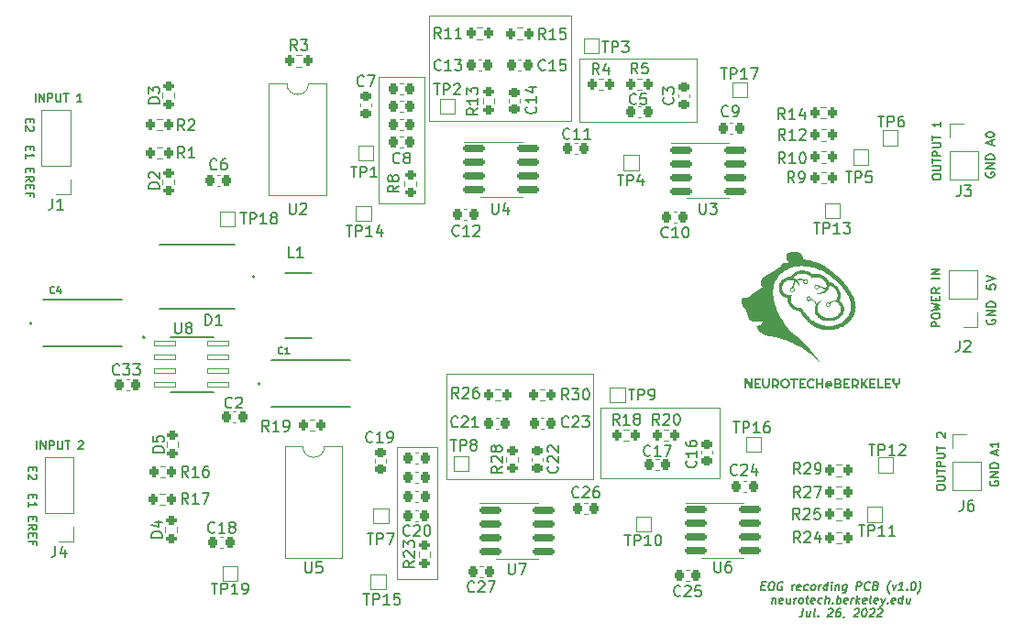
<source format=gbr>
%TF.GenerationSoftware,KiCad,Pcbnew,(6.99.0)*%
%TF.CreationDate,2022-07-26T17:29:39-07:00*%
%TF.ProjectId,eog-pcb-kicad,656f672d-7063-4622-9d6b-696361642e6b,rev?*%
%TF.SameCoordinates,Original*%
%TF.FileFunction,Legend,Top*%
%TF.FilePolarity,Positive*%
%FSLAX46Y46*%
G04 Gerber Fmt 4.6, Leading zero omitted, Abs format (unit mm)*
G04 Created by KiCad (PCBNEW (6.99.0)) date 2022-07-26 17:29:39*
%MOMM*%
%LPD*%
G01*
G04 APERTURE LIST*
G04 Aperture macros list*
%AMRoundRect*
0 Rectangle with rounded corners*
0 $1 Rounding radius*
0 $2 $3 $4 $5 $6 $7 $8 $9 X,Y pos of 4 corners*
0 Add a 4 corners polygon primitive as box body*
4,1,4,$2,$3,$4,$5,$6,$7,$8,$9,$2,$3,0*
0 Add four circle primitives for the rounded corners*
1,1,$1+$1,$2,$3*
1,1,$1+$1,$4,$5*
1,1,$1+$1,$6,$7*
1,1,$1+$1,$8,$9*
0 Add four rect primitives between the rounded corners*
20,1,$1+$1,$2,$3,$4,$5,0*
20,1,$1+$1,$4,$5,$6,$7,0*
20,1,$1+$1,$6,$7,$8,$9,0*
20,1,$1+$1,$8,$9,$2,$3,0*%
G04 Aperture macros list end*
%ADD10C,0.088900*%
%ADD11C,0.190500*%
%ADD12C,0.200000*%
%ADD13C,0.150000*%
%ADD14C,0.127000*%
%ADD15C,0.120000*%
%ADD16RoundRect,0.041300X-0.943700X-0.253700X0.943700X-0.253700X0.943700X0.253700X-0.943700X0.253700X0*%
%ADD17R,1.600000X5.700000*%
%ADD18R,2.250000X3.120000*%
%ADD19R,2.400000X2.900000*%
%ADD20RoundRect,0.225000X-0.225000X-0.250000X0.225000X-0.250000X0.225000X0.250000X-0.225000X0.250000X0*%
%ADD21RoundRect,0.225000X-0.250000X0.225000X-0.250000X-0.225000X0.250000X-0.225000X0.250000X0.225000X0*%
%ADD22RoundRect,0.150000X-0.825000X-0.150000X0.825000X-0.150000X0.825000X0.150000X-0.825000X0.150000X0*%
%ADD23RoundRect,0.200000X0.200000X0.275000X-0.200000X0.275000X-0.200000X-0.275000X0.200000X-0.275000X0*%
%ADD24R,1.700000X1.700000*%
%ADD25O,1.700000X1.700000*%
%ADD26RoundRect,0.200000X-0.200000X-0.275000X0.200000X-0.275000X0.200000X0.275000X-0.200000X0.275000X0*%
%ADD27RoundRect,0.200000X-0.275000X0.200000X-0.275000X-0.200000X0.275000X-0.200000X0.275000X0.200000X0*%
%ADD28R,1.000000X1.000000*%
%ADD29RoundRect,0.225000X0.250000X-0.225000X0.250000X0.225000X-0.250000X0.225000X-0.250000X-0.225000X0*%
%ADD30RoundRect,0.200000X0.275000X-0.200000X0.275000X0.200000X-0.275000X0.200000X-0.275000X-0.200000X0*%
%ADD31C,2.200000*%
%ADD32RoundRect,0.225000X0.225000X0.250000X-0.225000X0.250000X-0.225000X-0.250000X0.225000X-0.250000X0*%
%ADD33R,1.600000X1.600000*%
%ADD34O,1.600000X1.600000*%
G04 APERTURE END LIST*
D10*
X134302500Y-84442000D02*
X130111500Y-84442000D01*
X130111500Y-84442000D02*
X130111500Y-72758000D01*
X130111500Y-72758000D02*
X134302500Y-72758000D01*
X134302500Y-72758000D02*
X134302500Y-84442000D01*
X150583000Y-103295250D02*
X161607000Y-103295250D01*
X161607000Y-103295250D02*
X161607000Y-109835750D01*
X161607000Y-109835750D02*
X150583000Y-109835750D01*
X150583000Y-109835750D02*
X150583000Y-103295250D01*
X159512000Y-76835000D02*
X148615000Y-76835000D01*
X148615000Y-76835000D02*
X148615000Y-71056500D01*
X148615000Y-71056500D02*
X159512000Y-71056500D01*
X159512000Y-71056500D02*
X159512000Y-76835000D01*
X131813000Y-106921000D02*
X135496000Y-106921000D01*
X135496000Y-106921000D02*
X135496000Y-119113000D01*
X135496000Y-119113000D02*
X131813000Y-119113000D01*
X131813000Y-119113000D02*
X131813000Y-106921000D01*
X136334500Y-100126500D02*
X149923500Y-100126500D01*
X149923500Y-100126500D02*
X149923500Y-109905500D01*
X149923500Y-109905500D02*
X136334500Y-109905500D01*
X136334500Y-109905500D02*
X136334500Y-100126500D01*
X147853000Y-76822000D02*
X134772000Y-76822000D01*
X134772000Y-76822000D02*
X134772000Y-67043000D01*
X134772000Y-67043000D02*
X147853000Y-67043000D01*
X147853000Y-67043000D02*
X147853000Y-76822000D01*
D11*
X98524785Y-107138714D02*
X98524785Y-106376714D01*
X98887642Y-107138714D02*
X98887642Y-106376714D01*
X99323071Y-107138714D01*
X99323071Y-106376714D01*
X99685928Y-107138714D02*
X99685928Y-106376714D01*
X99976214Y-106376714D01*
X100048785Y-106413000D01*
X100085071Y-106449285D01*
X100121357Y-106521857D01*
X100121357Y-106630714D01*
X100085071Y-106703285D01*
X100048785Y-106739571D01*
X99976214Y-106775857D01*
X99685928Y-106775857D01*
X100447928Y-106376714D02*
X100447928Y-106993571D01*
X100484214Y-107066142D01*
X100520500Y-107102428D01*
X100593071Y-107138714D01*
X100738214Y-107138714D01*
X100810785Y-107102428D01*
X100847071Y-107066142D01*
X100883357Y-106993571D01*
X100883357Y-106376714D01*
X101137357Y-106376714D02*
X101572785Y-106376714D01*
X101355071Y-107138714D02*
X101355071Y-106376714D01*
X102371071Y-106449285D02*
X102407357Y-106413000D01*
X102479928Y-106376714D01*
X102661357Y-106376714D01*
X102733928Y-106413000D01*
X102770214Y-106449285D01*
X102806500Y-106521857D01*
X102806500Y-106594428D01*
X102770214Y-106703285D01*
X102334785Y-107138714D01*
X102806500Y-107138714D01*
D12*
X98164642Y-108781619D02*
X98164642Y-109048285D01*
X97745595Y-109162571D02*
X97745595Y-108781619D01*
X98545595Y-108781619D01*
X98545595Y-109162571D01*
X98469404Y-109467333D02*
X98507500Y-109505428D01*
X98545595Y-109581619D01*
X98545595Y-109772095D01*
X98507500Y-109848285D01*
X98469404Y-109886380D01*
X98393214Y-109924476D01*
X98317023Y-109924476D01*
X98202738Y-109886380D01*
X97745595Y-109429238D01*
X97745595Y-109924476D01*
X187140833Y-107619428D02*
X187140833Y-107238476D01*
X187369404Y-107695619D02*
X186569404Y-107428952D01*
X187369404Y-107162285D01*
X187369404Y-106476571D02*
X187369404Y-106933714D01*
X187369404Y-106705142D02*
X186569404Y-106705142D01*
X186683690Y-106781333D01*
X186759880Y-106857523D01*
X186797976Y-106933714D01*
D11*
X165476895Y-119749751D02*
X165730895Y-119749751D01*
X165789859Y-120148894D02*
X165427002Y-120148894D01*
X165522252Y-119386894D01*
X165885109Y-119386894D01*
X166356823Y-119386894D02*
X166501966Y-119386894D01*
X166570002Y-119423180D01*
X166633502Y-119495751D01*
X166651645Y-119640894D01*
X166619895Y-119894894D01*
X166565466Y-120040037D01*
X166483823Y-120112608D01*
X166406716Y-120148894D01*
X166261573Y-120148894D01*
X166193538Y-120112608D01*
X166130038Y-120040037D01*
X166111895Y-119894894D01*
X166143645Y-119640894D01*
X166198073Y-119495751D01*
X166279716Y-119423180D01*
X166356823Y-119386894D01*
X167404573Y-119423180D02*
X167336538Y-119386894D01*
X167227680Y-119386894D01*
X167114288Y-119423180D01*
X167032645Y-119495751D01*
X166987288Y-119568322D01*
X166932859Y-119713465D01*
X166919252Y-119822322D01*
X166937395Y-119967465D01*
X166964609Y-120040037D01*
X167028109Y-120112608D01*
X167132430Y-120148894D01*
X167205002Y-120148894D01*
X167318395Y-120112608D01*
X167359216Y-120076322D01*
X167390966Y-119822322D01*
X167245823Y-119822322D01*
X168257288Y-120148894D02*
X168320788Y-119640894D01*
X168302645Y-119786037D02*
X168348002Y-119713465D01*
X168388823Y-119677180D01*
X168465930Y-119640894D01*
X168538502Y-119640894D01*
X169023823Y-120112608D02*
X168946716Y-120148894D01*
X168801573Y-120148894D01*
X168733538Y-120112608D01*
X168706323Y-120040037D01*
X168742609Y-119749751D01*
X168787966Y-119677180D01*
X168865073Y-119640894D01*
X169010216Y-119640894D01*
X169078252Y-119677180D01*
X169105466Y-119749751D01*
X169096395Y-119822322D01*
X168724466Y-119894894D01*
X169713252Y-120112608D02*
X169636145Y-120148894D01*
X169491002Y-120148894D01*
X169422966Y-120112608D01*
X169391216Y-120076322D01*
X169364002Y-120003751D01*
X169391216Y-119786037D01*
X169436573Y-119713465D01*
X169477395Y-119677180D01*
X169554502Y-119640894D01*
X169699645Y-119640894D01*
X169767680Y-119677180D01*
X170144145Y-120148894D02*
X170076109Y-120112608D01*
X170044359Y-120076322D01*
X170017145Y-120003751D01*
X170044359Y-119786037D01*
X170089716Y-119713465D01*
X170130538Y-119677180D01*
X170207645Y-119640894D01*
X170316502Y-119640894D01*
X170384538Y-119677180D01*
X170416288Y-119713465D01*
X170443502Y-119786037D01*
X170416288Y-120003751D01*
X170370930Y-120076322D01*
X170330109Y-120112608D01*
X170253002Y-120148894D01*
X170144145Y-120148894D01*
X170724716Y-120148894D02*
X170788216Y-119640894D01*
X170770073Y-119786037D02*
X170815430Y-119713465D01*
X170856252Y-119677180D01*
X170933359Y-119640894D01*
X171005930Y-119640894D01*
X171523002Y-120148894D02*
X171618252Y-119386894D01*
X171527538Y-120112608D02*
X171450430Y-120148894D01*
X171305288Y-120148894D01*
X171237252Y-120112608D01*
X171205502Y-120076322D01*
X171178288Y-120003751D01*
X171205502Y-119786037D01*
X171250859Y-119713465D01*
X171291680Y-119677180D01*
X171368788Y-119640894D01*
X171513930Y-119640894D01*
X171581966Y-119677180D01*
X171885859Y-120148894D02*
X171949359Y-119640894D01*
X171981109Y-119386894D02*
X171940288Y-119423180D01*
X171972038Y-119459465D01*
X172012859Y-119423180D01*
X171981109Y-119386894D01*
X171972038Y-119459465D01*
X172312216Y-119640894D02*
X172248716Y-120148894D01*
X172303145Y-119713465D02*
X172343966Y-119677180D01*
X172421073Y-119640894D01*
X172529930Y-119640894D01*
X172597966Y-119677180D01*
X172625180Y-119749751D01*
X172575288Y-120148894D01*
X173328216Y-119640894D02*
X173251109Y-120257751D01*
X173205752Y-120330322D01*
X173164930Y-120366608D01*
X173087823Y-120402894D01*
X172978966Y-120402894D01*
X172910930Y-120366608D01*
X173269252Y-120112608D02*
X173192145Y-120148894D01*
X173047002Y-120148894D01*
X172978966Y-120112608D01*
X172947216Y-120076322D01*
X172920002Y-120003751D01*
X172947216Y-119786037D01*
X172992573Y-119713465D01*
X173033395Y-119677180D01*
X173110502Y-119640894D01*
X173255645Y-119640894D01*
X173323680Y-119677180D01*
X174208145Y-120148894D02*
X174303395Y-119386894D01*
X174593680Y-119386894D01*
X174661716Y-119423180D01*
X174693466Y-119459465D01*
X174720680Y-119532037D01*
X174707073Y-119640894D01*
X174661716Y-119713465D01*
X174620895Y-119749751D01*
X174543788Y-119786037D01*
X174253502Y-119786037D01*
X175414645Y-120076322D02*
X175373823Y-120112608D01*
X175260430Y-120148894D01*
X175187859Y-120148894D01*
X175083538Y-120112608D01*
X175020038Y-120040037D01*
X174992823Y-119967465D01*
X174974680Y-119822322D01*
X174988288Y-119713465D01*
X175042716Y-119568322D01*
X175088073Y-119495751D01*
X175169716Y-119423180D01*
X175283109Y-119386894D01*
X175355680Y-119386894D01*
X175460002Y-119423180D01*
X175491752Y-119459465D01*
X176036038Y-119749751D02*
X176140359Y-119786037D01*
X176172109Y-119822322D01*
X176199323Y-119894894D01*
X176185716Y-120003751D01*
X176140359Y-120076322D01*
X176099538Y-120112608D01*
X176022430Y-120148894D01*
X175732145Y-120148894D01*
X175827395Y-119386894D01*
X176081395Y-119386894D01*
X176149430Y-119423180D01*
X176181180Y-119459465D01*
X176208395Y-119532037D01*
X176199323Y-119604608D01*
X176153966Y-119677180D01*
X176113145Y-119713465D01*
X176036038Y-119749751D01*
X175782038Y-119749751D01*
X177256145Y-120439180D02*
X177224395Y-120402894D01*
X177165430Y-120294037D01*
X177138216Y-120221465D01*
X177115538Y-120112608D01*
X177101930Y-119931180D01*
X177120073Y-119786037D01*
X177179038Y-119604608D01*
X177228930Y-119495751D01*
X177274288Y-119423180D01*
X177360466Y-119314322D01*
X177401288Y-119278037D01*
X177573645Y-119640894D02*
X177691573Y-120148894D01*
X177936502Y-119640894D01*
X178562430Y-120148894D02*
X178127002Y-120148894D01*
X178344716Y-120148894D02*
X178439966Y-119386894D01*
X178353788Y-119495751D01*
X178272145Y-119568322D01*
X178195038Y-119604608D01*
X178898073Y-120076322D02*
X178929823Y-120112608D01*
X178889002Y-120148894D01*
X178857252Y-120112608D01*
X178898073Y-120076322D01*
X178889002Y-120148894D01*
X179492252Y-119386894D02*
X179564823Y-119386894D01*
X179632859Y-119423180D01*
X179664609Y-119459465D01*
X179691823Y-119532037D01*
X179709966Y-119677180D01*
X179687288Y-119858608D01*
X179632859Y-120003751D01*
X179587502Y-120076322D01*
X179546680Y-120112608D01*
X179469573Y-120148894D01*
X179397002Y-120148894D01*
X179328966Y-120112608D01*
X179297216Y-120076322D01*
X179270002Y-120003751D01*
X179251859Y-119858608D01*
X179274538Y-119677180D01*
X179328966Y-119532037D01*
X179374323Y-119459465D01*
X179415145Y-119423180D01*
X179492252Y-119386894D01*
X179868716Y-120439180D02*
X179909538Y-120402894D01*
X179995716Y-120294037D01*
X180041073Y-120221465D01*
X180090966Y-120112608D01*
X180149930Y-119931180D01*
X180168073Y-119786037D01*
X180154466Y-119604608D01*
X180131788Y-119495751D01*
X180104573Y-119423180D01*
X180045609Y-119314322D01*
X180013859Y-119278037D01*
X166470216Y-120867714D02*
X166406716Y-121375714D01*
X166461145Y-120940285D02*
X166501966Y-120904000D01*
X166579073Y-120867714D01*
X166687930Y-120867714D01*
X166755966Y-120904000D01*
X166783180Y-120976571D01*
X166733288Y-121375714D01*
X167390966Y-121339428D02*
X167313859Y-121375714D01*
X167168716Y-121375714D01*
X167100680Y-121339428D01*
X167073466Y-121266857D01*
X167109752Y-120976571D01*
X167155109Y-120904000D01*
X167232216Y-120867714D01*
X167377359Y-120867714D01*
X167445395Y-120904000D01*
X167472609Y-120976571D01*
X167463538Y-121049142D01*
X167091609Y-121121714D01*
X168139359Y-120867714D02*
X168075859Y-121375714D01*
X167812788Y-120867714D02*
X167762895Y-121266857D01*
X167790109Y-121339428D01*
X167858145Y-121375714D01*
X167967002Y-121375714D01*
X168044109Y-121339428D01*
X168084930Y-121303142D01*
X168438716Y-121375714D02*
X168502216Y-120867714D01*
X168484073Y-121012857D02*
X168529430Y-120940285D01*
X168570252Y-120904000D01*
X168647359Y-120867714D01*
X168719930Y-120867714D01*
X169019288Y-121375714D02*
X168951252Y-121339428D01*
X168919502Y-121303142D01*
X168892288Y-121230571D01*
X168919502Y-121012857D01*
X168964859Y-120940285D01*
X169005680Y-120904000D01*
X169082788Y-120867714D01*
X169191645Y-120867714D01*
X169259680Y-120904000D01*
X169291430Y-120940285D01*
X169318645Y-121012857D01*
X169291430Y-121230571D01*
X169246073Y-121303142D01*
X169205252Y-121339428D01*
X169128145Y-121375714D01*
X169019288Y-121375714D01*
X169554502Y-120867714D02*
X169844788Y-120867714D01*
X169695109Y-120613714D02*
X169613466Y-121266857D01*
X169640680Y-121339428D01*
X169708716Y-121375714D01*
X169781288Y-121375714D01*
X170330109Y-121339428D02*
X170253002Y-121375714D01*
X170107859Y-121375714D01*
X170039823Y-121339428D01*
X170012609Y-121266857D01*
X170048895Y-120976571D01*
X170094252Y-120904000D01*
X170171359Y-120867714D01*
X170316502Y-120867714D01*
X170384538Y-120904000D01*
X170411752Y-120976571D01*
X170402680Y-121049142D01*
X170030752Y-121121714D01*
X171019538Y-121339428D02*
X170942430Y-121375714D01*
X170797288Y-121375714D01*
X170729252Y-121339428D01*
X170697502Y-121303142D01*
X170670288Y-121230571D01*
X170697502Y-121012857D01*
X170742859Y-120940285D01*
X170783680Y-120904000D01*
X170860788Y-120867714D01*
X171005930Y-120867714D01*
X171073966Y-120904000D01*
X171341573Y-121375714D02*
X171436823Y-120613714D01*
X171668145Y-121375714D02*
X171718038Y-120976571D01*
X171690823Y-120904000D01*
X171622788Y-120867714D01*
X171513930Y-120867714D01*
X171436823Y-120904000D01*
X171396002Y-120940285D01*
X172040073Y-121303142D02*
X172071823Y-121339428D01*
X172031002Y-121375714D01*
X171999252Y-121339428D01*
X172040073Y-121303142D01*
X172031002Y-121375714D01*
X172393859Y-121375714D02*
X172489109Y-120613714D01*
X172452823Y-120904000D02*
X172529930Y-120867714D01*
X172675073Y-120867714D01*
X172743109Y-120904000D01*
X172774859Y-120940285D01*
X172802073Y-121012857D01*
X172774859Y-121230571D01*
X172729502Y-121303142D01*
X172688680Y-121339428D01*
X172611573Y-121375714D01*
X172466430Y-121375714D01*
X172398395Y-121339428D01*
X173378109Y-121339428D02*
X173301002Y-121375714D01*
X173155859Y-121375714D01*
X173087823Y-121339428D01*
X173060609Y-121266857D01*
X173096895Y-120976571D01*
X173142252Y-120904000D01*
X173219359Y-120867714D01*
X173364502Y-120867714D01*
X173432538Y-120904000D01*
X173459752Y-120976571D01*
X173450680Y-121049142D01*
X173078752Y-121121714D01*
X173736430Y-121375714D02*
X173799930Y-120867714D01*
X173781788Y-121012857D02*
X173827145Y-120940285D01*
X173867966Y-120904000D01*
X173945073Y-120867714D01*
X174017645Y-120867714D01*
X174208145Y-121375714D02*
X174303395Y-120613714D01*
X174317002Y-121085428D02*
X174498430Y-121375714D01*
X174561930Y-120867714D02*
X174235359Y-121158000D01*
X175119823Y-121339428D02*
X175042716Y-121375714D01*
X174897573Y-121375714D01*
X174829538Y-121339428D01*
X174802323Y-121266857D01*
X174838609Y-120976571D01*
X174883966Y-120904000D01*
X174961073Y-120867714D01*
X175106216Y-120867714D01*
X175174252Y-120904000D01*
X175201466Y-120976571D01*
X175192395Y-121049142D01*
X174820466Y-121121714D01*
X175587002Y-121375714D02*
X175518966Y-121339428D01*
X175491752Y-121266857D01*
X175573395Y-120613714D01*
X176172109Y-121339428D02*
X176095002Y-121375714D01*
X175949859Y-121375714D01*
X175881823Y-121339428D01*
X175854609Y-121266857D01*
X175890895Y-120976571D01*
X175936252Y-120904000D01*
X176013359Y-120867714D01*
X176158502Y-120867714D01*
X176226538Y-120904000D01*
X176253752Y-120976571D01*
X176244680Y-121049142D01*
X175872752Y-121121714D01*
X176521359Y-120867714D02*
X176639288Y-121375714D01*
X176884216Y-120867714D02*
X176639288Y-121375714D01*
X176544038Y-121557142D01*
X176503216Y-121593428D01*
X176426109Y-121629714D01*
X177120073Y-121303142D02*
X177151823Y-121339428D01*
X177111002Y-121375714D01*
X177079252Y-121339428D01*
X177120073Y-121303142D01*
X177111002Y-121375714D01*
X177768680Y-121339428D02*
X177691573Y-121375714D01*
X177546430Y-121375714D01*
X177478395Y-121339428D01*
X177451180Y-121266857D01*
X177487466Y-120976571D01*
X177532823Y-120904000D01*
X177609930Y-120867714D01*
X177755073Y-120867714D01*
X177823109Y-120904000D01*
X177850323Y-120976571D01*
X177841252Y-121049142D01*
X177469323Y-121121714D01*
X178453573Y-121375714D02*
X178548823Y-120613714D01*
X178458109Y-121339428D02*
X178381002Y-121375714D01*
X178235859Y-121375714D01*
X178167823Y-121339428D01*
X178136073Y-121303142D01*
X178108859Y-121230571D01*
X178136073Y-121012857D01*
X178181430Y-120940285D01*
X178222252Y-120904000D01*
X178299359Y-120867714D01*
X178444502Y-120867714D01*
X178512538Y-120904000D01*
X179206502Y-120867714D02*
X179143002Y-121375714D01*
X178879930Y-120867714D02*
X178830038Y-121266857D01*
X178857252Y-121339428D01*
X178925288Y-121375714D01*
X179034145Y-121375714D01*
X179111252Y-121339428D01*
X179152073Y-121303142D01*
X169314109Y-121840534D02*
X169246073Y-122384820D01*
X169196180Y-122493677D01*
X169114538Y-122566248D01*
X169001145Y-122602534D01*
X168928573Y-122602534D01*
X169971788Y-122094534D02*
X169908288Y-122602534D01*
X169645216Y-122094534D02*
X169595323Y-122493677D01*
X169622538Y-122566248D01*
X169690573Y-122602534D01*
X169799430Y-122602534D01*
X169876538Y-122566248D01*
X169917359Y-122529962D01*
X170380002Y-122602534D02*
X170311966Y-122566248D01*
X170284752Y-122493677D01*
X170366395Y-121840534D01*
X170679359Y-122529962D02*
X170711109Y-122566248D01*
X170670288Y-122602534D01*
X170638538Y-122566248D01*
X170679359Y-122529962D01*
X170670288Y-122602534D01*
X171663609Y-121913105D02*
X171704430Y-121876820D01*
X171781538Y-121840534D01*
X171962966Y-121840534D01*
X172031002Y-121876820D01*
X172062752Y-121913105D01*
X172089966Y-121985677D01*
X172080895Y-122058248D01*
X172031002Y-122167105D01*
X171541145Y-122602534D01*
X172012859Y-122602534D01*
X172761252Y-121840534D02*
X172616109Y-121840534D01*
X172539002Y-121876820D01*
X172498180Y-121913105D01*
X172412002Y-122021962D01*
X172357573Y-122167105D01*
X172321288Y-122457391D01*
X172348502Y-122529962D01*
X172380252Y-122566248D01*
X172448288Y-122602534D01*
X172593430Y-122602534D01*
X172670538Y-122566248D01*
X172711359Y-122529962D01*
X172756716Y-122457391D01*
X172779395Y-122275962D01*
X172752180Y-122203391D01*
X172720430Y-122167105D01*
X172652395Y-122130820D01*
X172507252Y-122130820D01*
X172430145Y-122167105D01*
X172389323Y-122203391D01*
X172343966Y-122275962D01*
X173105966Y-122566248D02*
X173101430Y-122602534D01*
X173056073Y-122675105D01*
X173015252Y-122711391D01*
X174058466Y-121913105D02*
X174099288Y-121876820D01*
X174176395Y-121840534D01*
X174357823Y-121840534D01*
X174425859Y-121876820D01*
X174457609Y-121913105D01*
X174484823Y-121985677D01*
X174475752Y-122058248D01*
X174425859Y-122167105D01*
X173936002Y-122602534D01*
X174407716Y-122602534D01*
X174974680Y-121840534D02*
X175047252Y-121840534D01*
X175115288Y-121876820D01*
X175147038Y-121913105D01*
X175174252Y-121985677D01*
X175192395Y-122130820D01*
X175169716Y-122312248D01*
X175115288Y-122457391D01*
X175069930Y-122529962D01*
X175029109Y-122566248D01*
X174952002Y-122602534D01*
X174879430Y-122602534D01*
X174811395Y-122566248D01*
X174779645Y-122529962D01*
X174752430Y-122457391D01*
X174734288Y-122312248D01*
X174756966Y-122130820D01*
X174811395Y-121985677D01*
X174856752Y-121913105D01*
X174897573Y-121876820D01*
X174974680Y-121840534D01*
X175509895Y-121913105D02*
X175550716Y-121876820D01*
X175627823Y-121840534D01*
X175809252Y-121840534D01*
X175877288Y-121876820D01*
X175909038Y-121913105D01*
X175936252Y-121985677D01*
X175927180Y-122058248D01*
X175877288Y-122167105D01*
X175387430Y-122602534D01*
X175859145Y-122602534D01*
X176235609Y-121913105D02*
X176276430Y-121876820D01*
X176353538Y-121840534D01*
X176534966Y-121840534D01*
X176603002Y-121876820D01*
X176634752Y-121913105D01*
X176661966Y-121985677D01*
X176652895Y-122058248D01*
X176603002Y-122167105D01*
X176113145Y-122602534D01*
X176584859Y-122602534D01*
X98397785Y-75007714D02*
X98397785Y-74245714D01*
X98760642Y-75007714D02*
X98760642Y-74245714D01*
X99196071Y-75007714D01*
X99196071Y-74245714D01*
X99558928Y-75007714D02*
X99558928Y-74245714D01*
X99849214Y-74245714D01*
X99921785Y-74282000D01*
X99958071Y-74318285D01*
X99994357Y-74390857D01*
X99994357Y-74499714D01*
X99958071Y-74572285D01*
X99921785Y-74608571D01*
X99849214Y-74644857D01*
X99558928Y-74644857D01*
X100320928Y-74245714D02*
X100320928Y-74862571D01*
X100357214Y-74935142D01*
X100393500Y-74971428D01*
X100466071Y-75007714D01*
X100611214Y-75007714D01*
X100683785Y-74971428D01*
X100720071Y-74935142D01*
X100756357Y-74862571D01*
X100756357Y-74245714D01*
X101010357Y-74245714D02*
X101445785Y-74245714D01*
X101228071Y-75007714D02*
X101228071Y-74245714D01*
X102679500Y-75007714D02*
X102244071Y-75007714D01*
X102461785Y-75007714D02*
X102461785Y-74245714D01*
X102389214Y-74354571D01*
X102316642Y-74427142D01*
X102244071Y-74463428D01*
D12*
X186607500Y-110070523D02*
X186569404Y-110146714D01*
X186569404Y-110261000D01*
X186607500Y-110375285D01*
X186683690Y-110451476D01*
X186759880Y-110489571D01*
X186912261Y-110527666D01*
X187026547Y-110527666D01*
X187178928Y-110489571D01*
X187255119Y-110451476D01*
X187331309Y-110375285D01*
X187369404Y-110261000D01*
X187369404Y-110184809D01*
X187331309Y-110070523D01*
X187293214Y-110032428D01*
X187026547Y-110032428D01*
X187026547Y-110184809D01*
X187369404Y-109689571D02*
X186569404Y-109689571D01*
X187369404Y-109232428D01*
X186569404Y-109232428D01*
X187369404Y-108851476D02*
X186569404Y-108851476D01*
X186569404Y-108661000D01*
X186607500Y-108546714D01*
X186683690Y-108470523D01*
X186759880Y-108432428D01*
X186912261Y-108394333D01*
X187026547Y-108394333D01*
X187178928Y-108432428D01*
X187255119Y-108470523D01*
X187331309Y-108546714D01*
X187369404Y-108661000D01*
X187369404Y-108851476D01*
D11*
X181952714Y-95784714D02*
X181190714Y-95784714D01*
X181190714Y-95494428D01*
X181227000Y-95421857D01*
X181263285Y-95385571D01*
X181335857Y-95349285D01*
X181444714Y-95349285D01*
X181517285Y-95385571D01*
X181553571Y-95421857D01*
X181589857Y-95494428D01*
X181589857Y-95784714D01*
X181190714Y-94877571D02*
X181190714Y-94732428D01*
X181227000Y-94659857D01*
X181299571Y-94587285D01*
X181444714Y-94551000D01*
X181698714Y-94551000D01*
X181843857Y-94587285D01*
X181916428Y-94659857D01*
X181952714Y-94732428D01*
X181952714Y-94877571D01*
X181916428Y-94950142D01*
X181843857Y-95022714D01*
X181698714Y-95059000D01*
X181444714Y-95059000D01*
X181299571Y-95022714D01*
X181227000Y-94950142D01*
X181190714Y-94877571D01*
X181190714Y-94297000D02*
X181952714Y-94115571D01*
X181408428Y-93970428D01*
X181952714Y-93825285D01*
X181190714Y-93643857D01*
X181553571Y-93353571D02*
X181553571Y-93099571D01*
X181952714Y-92990714D02*
X181952714Y-93353571D01*
X181190714Y-93353571D01*
X181190714Y-92990714D01*
X181952714Y-92228714D02*
X181589857Y-92482714D01*
X181952714Y-92664142D02*
X181190714Y-92664142D01*
X181190714Y-92373857D01*
X181227000Y-92301285D01*
X181263285Y-92265000D01*
X181335857Y-92228714D01*
X181444714Y-92228714D01*
X181517285Y-92265000D01*
X181553571Y-92301285D01*
X181589857Y-92373857D01*
X181589857Y-92664142D01*
X181952714Y-91321571D02*
X181190714Y-91321571D01*
X181952714Y-90958714D02*
X181190714Y-90958714D01*
X181952714Y-90523285D01*
X181190714Y-90523285D01*
X181637214Y-110733571D02*
X181637214Y-110588428D01*
X181673500Y-110515857D01*
X181746071Y-110443285D01*
X181891214Y-110407000D01*
X182145214Y-110407000D01*
X182290357Y-110443285D01*
X182362928Y-110515857D01*
X182399214Y-110588428D01*
X182399214Y-110733571D01*
X182362928Y-110806142D01*
X182290357Y-110878714D01*
X182145214Y-110915000D01*
X181891214Y-110915000D01*
X181746071Y-110878714D01*
X181673500Y-110806142D01*
X181637214Y-110733571D01*
X181637214Y-110080428D02*
X182254071Y-110080428D01*
X182326642Y-110044142D01*
X182362928Y-110007857D01*
X182399214Y-109935285D01*
X182399214Y-109790142D01*
X182362928Y-109717571D01*
X182326642Y-109681285D01*
X182254071Y-109645000D01*
X181637214Y-109645000D01*
X181637214Y-109391000D02*
X181637214Y-108955571D01*
X182399214Y-109173285D02*
X181637214Y-109173285D01*
X182399214Y-108701571D02*
X181637214Y-108701571D01*
X181637214Y-108411285D01*
X181673500Y-108338714D01*
X181709785Y-108302428D01*
X181782357Y-108266142D01*
X181891214Y-108266142D01*
X181963785Y-108302428D01*
X182000071Y-108338714D01*
X182036357Y-108411285D01*
X182036357Y-108701571D01*
X181637214Y-107939571D02*
X182254071Y-107939571D01*
X182326642Y-107903285D01*
X182362928Y-107867000D01*
X182399214Y-107794428D01*
X182399214Y-107649285D01*
X182362928Y-107576714D01*
X182326642Y-107540428D01*
X182254071Y-107504142D01*
X181637214Y-107504142D01*
X181637214Y-107250142D02*
X181637214Y-106814714D01*
X182399214Y-107032428D02*
X181637214Y-107032428D01*
X181709785Y-106016428D02*
X181673500Y-105980142D01*
X181637214Y-105907571D01*
X181637214Y-105726142D01*
X181673500Y-105653571D01*
X181709785Y-105617285D01*
X181782357Y-105581000D01*
X181854928Y-105581000D01*
X181963785Y-105617285D01*
X182399214Y-106052714D01*
X182399214Y-105581000D01*
X181247214Y-82031571D02*
X181247214Y-81886428D01*
X181283500Y-81813857D01*
X181356071Y-81741285D01*
X181501214Y-81705000D01*
X181755214Y-81705000D01*
X181900357Y-81741285D01*
X181972928Y-81813857D01*
X182009214Y-81886428D01*
X182009214Y-82031571D01*
X181972928Y-82104142D01*
X181900357Y-82176714D01*
X181755214Y-82213000D01*
X181501214Y-82213000D01*
X181356071Y-82176714D01*
X181283500Y-82104142D01*
X181247214Y-82031571D01*
X181247214Y-81378428D02*
X181864071Y-81378428D01*
X181936642Y-81342142D01*
X181972928Y-81305857D01*
X182009214Y-81233285D01*
X182009214Y-81088142D01*
X181972928Y-81015571D01*
X181936642Y-80979285D01*
X181864071Y-80943000D01*
X181247214Y-80943000D01*
X181247214Y-80689000D02*
X181247214Y-80253571D01*
X182009214Y-80471285D02*
X181247214Y-80471285D01*
X182009214Y-79999571D02*
X181247214Y-79999571D01*
X181247214Y-79709285D01*
X181283500Y-79636714D01*
X181319785Y-79600428D01*
X181392357Y-79564142D01*
X181501214Y-79564142D01*
X181573785Y-79600428D01*
X181610071Y-79636714D01*
X181646357Y-79709285D01*
X181646357Y-79999571D01*
X181247214Y-79237571D02*
X181864071Y-79237571D01*
X181936642Y-79201285D01*
X181972928Y-79165000D01*
X182009214Y-79092428D01*
X182009214Y-78947285D01*
X181972928Y-78874714D01*
X181936642Y-78838428D01*
X181864071Y-78802142D01*
X181247214Y-78802142D01*
X181247214Y-78548142D02*
X181247214Y-78112714D01*
X182009214Y-78330428D02*
X181247214Y-78330428D01*
X182009214Y-76879000D02*
X182009214Y-77314428D01*
X182009214Y-77096714D02*
X181247214Y-77096714D01*
X181356071Y-77169285D01*
X181428642Y-77241857D01*
X181464928Y-77314428D01*
D12*
X186217500Y-81552523D02*
X186179404Y-81628714D01*
X186179404Y-81743000D01*
X186217500Y-81857285D01*
X186293690Y-81933476D01*
X186369880Y-81971571D01*
X186522261Y-82009666D01*
X186636547Y-82009666D01*
X186788928Y-81971571D01*
X186865119Y-81933476D01*
X186941309Y-81857285D01*
X186979404Y-81743000D01*
X186979404Y-81666809D01*
X186941309Y-81552523D01*
X186903214Y-81514428D01*
X186636547Y-81514428D01*
X186636547Y-81666809D01*
X186979404Y-81171571D02*
X186179404Y-81171571D01*
X186979404Y-80714428D01*
X186179404Y-80714428D01*
X186979404Y-80333476D02*
X186179404Y-80333476D01*
X186179404Y-80143000D01*
X186217500Y-80028714D01*
X186293690Y-79952523D01*
X186369880Y-79914428D01*
X186522261Y-79876333D01*
X186636547Y-79876333D01*
X186788928Y-79914428D01*
X186865119Y-79952523D01*
X186941309Y-80028714D01*
X186979404Y-80143000D01*
X186979404Y-80333476D01*
X97901642Y-76580619D02*
X97901642Y-76847285D01*
X97482595Y-76961571D02*
X97482595Y-76580619D01*
X98282595Y-76580619D01*
X98282595Y-76961571D01*
X98206404Y-77266333D02*
X98244500Y-77304428D01*
X98282595Y-77380619D01*
X98282595Y-77571095D01*
X98244500Y-77647285D01*
X98206404Y-77685380D01*
X98130214Y-77723476D01*
X98054023Y-77723476D01*
X97939738Y-77685380D01*
X97482595Y-77228238D01*
X97482595Y-77723476D01*
X186750833Y-78974428D02*
X186750833Y-78593476D01*
X186979404Y-79050619D02*
X186179404Y-78783952D01*
X186979404Y-78517285D01*
X186179404Y-78098238D02*
X186179404Y-78022047D01*
X186217500Y-77945857D01*
X186255595Y-77907761D01*
X186331785Y-77869666D01*
X186484166Y-77831571D01*
X186674642Y-77831571D01*
X186827023Y-77869666D01*
X186903214Y-77907761D01*
X186941309Y-77945857D01*
X186979404Y-78022047D01*
X186979404Y-78098238D01*
X186941309Y-78174428D01*
X186903214Y-78212523D01*
X186827023Y-78250619D01*
X186674642Y-78288714D01*
X186484166Y-78288714D01*
X186331785Y-78250619D01*
X186255595Y-78212523D01*
X186217500Y-78174428D01*
X186179404Y-78098238D01*
X98164642Y-113391809D02*
X98164642Y-113658476D01*
X97745595Y-113772761D02*
X97745595Y-113391809D01*
X98545595Y-113391809D01*
X98545595Y-113772761D01*
X97745595Y-114572761D02*
X98126547Y-114306095D01*
X97745595Y-114115619D02*
X98545595Y-114115619D01*
X98545595Y-114420380D01*
X98507500Y-114496571D01*
X98469404Y-114534666D01*
X98393214Y-114572761D01*
X98278928Y-114572761D01*
X98202738Y-114534666D01*
X98164642Y-114496571D01*
X98126547Y-114420380D01*
X98126547Y-114115619D01*
X98164642Y-114915619D02*
X98164642Y-115182285D01*
X97745595Y-115296571D02*
X97745595Y-114915619D01*
X98545595Y-114915619D01*
X98545595Y-115296571D01*
X98164642Y-115906095D02*
X98164642Y-115639428D01*
X97745595Y-115639428D02*
X98545595Y-115639428D01*
X98545595Y-116020380D01*
X98164642Y-111321619D02*
X98164642Y-111588285D01*
X97745595Y-111702571D02*
X97745595Y-111321619D01*
X98545595Y-111321619D01*
X98545595Y-111702571D01*
X97745595Y-112464476D02*
X97745595Y-112007333D01*
X97745595Y-112235904D02*
X98545595Y-112235904D01*
X98431309Y-112159714D01*
X98355119Y-112083523D01*
X98317023Y-112007333D01*
X97901642Y-79120619D02*
X97901642Y-79387285D01*
X97482595Y-79501571D02*
X97482595Y-79120619D01*
X98282595Y-79120619D01*
X98282595Y-79501571D01*
X97482595Y-80263476D02*
X97482595Y-79806333D01*
X97482595Y-80034904D02*
X98282595Y-80034904D01*
X98168309Y-79958714D01*
X98092119Y-79882523D01*
X98054023Y-79806333D01*
X186249904Y-91909380D02*
X186249904Y-92290333D01*
X186630857Y-92328428D01*
X186592761Y-92290333D01*
X186554666Y-92214142D01*
X186554666Y-92023666D01*
X186592761Y-91947476D01*
X186630857Y-91909380D01*
X186707047Y-91871285D01*
X186897523Y-91871285D01*
X186973714Y-91909380D01*
X187011809Y-91947476D01*
X187049904Y-92023666D01*
X187049904Y-92214142D01*
X187011809Y-92290333D01*
X186973714Y-92328428D01*
X186249904Y-91642714D02*
X187049904Y-91376047D01*
X186249904Y-91109380D01*
X186288000Y-95160523D02*
X186249904Y-95236714D01*
X186249904Y-95351000D01*
X186288000Y-95465285D01*
X186364190Y-95541476D01*
X186440380Y-95579571D01*
X186592761Y-95617666D01*
X186707047Y-95617666D01*
X186859428Y-95579571D01*
X186935619Y-95541476D01*
X187011809Y-95465285D01*
X187049904Y-95351000D01*
X187049904Y-95274809D01*
X187011809Y-95160523D01*
X186973714Y-95122428D01*
X186707047Y-95122428D01*
X186707047Y-95274809D01*
X187049904Y-94779571D02*
X186249904Y-94779571D01*
X187049904Y-94322428D01*
X186249904Y-94322428D01*
X187049904Y-93941476D02*
X186249904Y-93941476D01*
X186249904Y-93751000D01*
X186288000Y-93636714D01*
X186364190Y-93560523D01*
X186440380Y-93522428D01*
X186592761Y-93484333D01*
X186707047Y-93484333D01*
X186859428Y-93522428D01*
X186935619Y-93560523D01*
X187011809Y-93636714D01*
X187049904Y-93751000D01*
X187049904Y-93941476D01*
X97901642Y-81190809D02*
X97901642Y-81457476D01*
X97482595Y-81571761D02*
X97482595Y-81190809D01*
X98282595Y-81190809D01*
X98282595Y-81571761D01*
X97482595Y-82371761D02*
X97863547Y-82105095D01*
X97482595Y-81914619D02*
X98282595Y-81914619D01*
X98282595Y-82219380D01*
X98244500Y-82295571D01*
X98206404Y-82333666D01*
X98130214Y-82371761D01*
X98015928Y-82371761D01*
X97939738Y-82333666D01*
X97901642Y-82295571D01*
X97863547Y-82219380D01*
X97863547Y-81914619D01*
X97901642Y-82714619D02*
X97901642Y-82981285D01*
X97482595Y-83095571D02*
X97482595Y-82714619D01*
X98282595Y-82714619D01*
X98282595Y-83095571D01*
X97901642Y-83705095D02*
X97901642Y-83438428D01*
X97482595Y-83438428D02*
X98282595Y-83438428D01*
X98282595Y-83819380D01*
D13*
%TO.C,U8*%
X111282595Y-95421380D02*
X111282595Y-96230904D01*
X111330214Y-96326142D01*
X111377833Y-96373761D01*
X111473071Y-96421380D01*
X111663547Y-96421380D01*
X111758785Y-96373761D01*
X111806404Y-96326142D01*
X111854023Y-96230904D01*
X111854023Y-95421380D01*
X112473071Y-95849952D02*
X112377833Y-95802333D01*
X112330214Y-95754714D01*
X112282595Y-95659476D01*
X112282595Y-95611857D01*
X112330214Y-95516619D01*
X112377833Y-95469000D01*
X112473071Y-95421380D01*
X112663547Y-95421380D01*
X112758785Y-95469000D01*
X112806404Y-95516619D01*
X112854023Y-95611857D01*
X112854023Y-95659476D01*
X112806404Y-95754714D01*
X112758785Y-95802333D01*
X112663547Y-95849952D01*
X112473071Y-95849952D01*
X112377833Y-95897571D01*
X112330214Y-95945190D01*
X112282595Y-96040428D01*
X112282595Y-96230904D01*
X112330214Y-96326142D01*
X112377833Y-96373761D01*
X112473071Y-96421380D01*
X112663547Y-96421380D01*
X112758785Y-96373761D01*
X112806404Y-96326142D01*
X112854023Y-96230904D01*
X112854023Y-96040428D01*
X112806404Y-95945190D01*
X112758785Y-95897571D01*
X112663547Y-95849952D01*
%TO.C,L1*%
X122279833Y-89407380D02*
X121803642Y-89407380D01*
X121803642Y-88407380D01*
X123136976Y-89407380D02*
X122565547Y-89407380D01*
X122851261Y-89407380D02*
X122851261Y-88407380D01*
X122756023Y-88550238D01*
X122660785Y-88645476D01*
X122565547Y-88693095D01*
%TO.C,D1*%
X114085904Y-95660380D02*
X114085904Y-94660380D01*
X114324000Y-94660380D01*
X114466857Y-94708000D01*
X114562095Y-94803238D01*
X114609714Y-94898476D01*
X114657333Y-95088952D01*
X114657333Y-95231809D01*
X114609714Y-95422285D01*
X114562095Y-95517523D01*
X114466857Y-95612761D01*
X114324000Y-95660380D01*
X114085904Y-95660380D01*
X115609714Y-95660380D02*
X115038285Y-95660380D01*
X115324000Y-95660380D02*
X115324000Y-94660380D01*
X115228761Y-94803238D01*
X115133523Y-94898476D01*
X115038285Y-94946095D01*
%TO.C,C4*%
X100157833Y-92663171D02*
X100127357Y-92693647D01*
X100035928Y-92724123D01*
X99974976Y-92724123D01*
X99883547Y-92693647D01*
X99822595Y-92632695D01*
X99792119Y-92571742D01*
X99761642Y-92449838D01*
X99761642Y-92358409D01*
X99792119Y-92236504D01*
X99822595Y-92175552D01*
X99883547Y-92114600D01*
X99974976Y-92084123D01*
X100035928Y-92084123D01*
X100127357Y-92114600D01*
X100157833Y-92145076D01*
X100706404Y-92297457D02*
X100706404Y-92724123D01*
X100554023Y-92053647D02*
X100401642Y-92510790D01*
X100797833Y-92510790D01*
%TO.C,C1*%
X121239833Y-98251171D02*
X121209357Y-98281647D01*
X121117928Y-98312123D01*
X121056976Y-98312123D01*
X120965547Y-98281647D01*
X120904595Y-98220695D01*
X120874119Y-98159742D01*
X120843642Y-98037838D01*
X120843642Y-97946409D01*
X120874119Y-97824504D01*
X120904595Y-97763552D01*
X120965547Y-97702600D01*
X121056976Y-97672123D01*
X121117928Y-97672123D01*
X121209357Y-97702600D01*
X121239833Y-97733076D01*
X121849357Y-98312123D02*
X121483642Y-98312123D01*
X121666500Y-98312123D02*
X121666500Y-97672123D01*
X121605547Y-97763552D01*
X121544595Y-97824504D01*
X121483642Y-97854980D01*
%TO.C,C19*%
X129532142Y-106402142D02*
X129484523Y-106449761D01*
X129341666Y-106497380D01*
X129246428Y-106497380D01*
X129103571Y-106449761D01*
X129008333Y-106354523D01*
X128960714Y-106259285D01*
X128913095Y-106068809D01*
X128913095Y-105925952D01*
X128960714Y-105735476D01*
X129008333Y-105640238D01*
X129103571Y-105545000D01*
X129246428Y-105497380D01*
X129341666Y-105497380D01*
X129484523Y-105545000D01*
X129532142Y-105592619D01*
X130484523Y-106497380D02*
X129913095Y-106497380D01*
X130198809Y-106497380D02*
X130198809Y-105497380D01*
X130103571Y-105640238D01*
X130008333Y-105735476D01*
X129913095Y-105783095D01*
X130960714Y-106497380D02*
X131151190Y-106497380D01*
X131246428Y-106449761D01*
X131294047Y-106402142D01*
X131389285Y-106259285D01*
X131436904Y-106068809D01*
X131436904Y-105687857D01*
X131389285Y-105592619D01*
X131341666Y-105545000D01*
X131246428Y-105497380D01*
X131055952Y-105497380D01*
X130960714Y-105545000D01*
X130913095Y-105592619D01*
X130865476Y-105687857D01*
X130865476Y-105925952D01*
X130913095Y-106021190D01*
X130960714Y-106068809D01*
X131055952Y-106116428D01*
X131246428Y-106116428D01*
X131341666Y-106068809D01*
X131389285Y-106021190D01*
X131436904Y-105925952D01*
%TO.C,U6*%
X161117595Y-117498880D02*
X161117595Y-118308404D01*
X161165214Y-118403642D01*
X161212833Y-118451261D01*
X161308071Y-118498880D01*
X161498547Y-118498880D01*
X161593785Y-118451261D01*
X161641404Y-118403642D01*
X161689023Y-118308404D01*
X161689023Y-117498880D01*
X162593785Y-117498880D02*
X162403309Y-117498880D01*
X162308071Y-117546500D01*
X162260452Y-117594119D01*
X162165214Y-117736976D01*
X162117595Y-117927452D01*
X162117595Y-118308404D01*
X162165214Y-118403642D01*
X162212833Y-118451261D01*
X162308071Y-118498880D01*
X162498547Y-118498880D01*
X162593785Y-118451261D01*
X162641404Y-118403642D01*
X162689023Y-118308404D01*
X162689023Y-118070309D01*
X162641404Y-117975071D01*
X162593785Y-117927452D01*
X162498547Y-117879833D01*
X162308071Y-117879833D01*
X162212833Y-117927452D01*
X162165214Y-117975071D01*
X162117595Y-118070309D01*
%TO.C,R15*%
X145490142Y-69222380D02*
X145156809Y-68746190D01*
X144918714Y-69222380D02*
X144918714Y-68222380D01*
X145299666Y-68222380D01*
X145394904Y-68270000D01*
X145442523Y-68317619D01*
X145490142Y-68412857D01*
X145490142Y-68555714D01*
X145442523Y-68650952D01*
X145394904Y-68698571D01*
X145299666Y-68746190D01*
X144918714Y-68746190D01*
X146442523Y-69222380D02*
X145871095Y-69222380D01*
X146156809Y-69222380D02*
X146156809Y-68222380D01*
X146061571Y-68365238D01*
X145966333Y-68460476D01*
X145871095Y-68508095D01*
X147347285Y-68222380D02*
X146871095Y-68222380D01*
X146823476Y-68698571D01*
X146871095Y-68650952D01*
X146966333Y-68603333D01*
X147204428Y-68603333D01*
X147299666Y-68650952D01*
X147347285Y-68698571D01*
X147394904Y-68793809D01*
X147394904Y-69031904D01*
X147347285Y-69127142D01*
X147299666Y-69174761D01*
X147204428Y-69222380D01*
X146966333Y-69222380D01*
X146871095Y-69174761D01*
X146823476Y-69127142D01*
%TO.C,R25*%
X168978142Y-113596380D02*
X168644809Y-113120190D01*
X168406714Y-113596380D02*
X168406714Y-112596380D01*
X168787666Y-112596380D01*
X168882904Y-112644000D01*
X168930523Y-112691619D01*
X168978142Y-112786857D01*
X168978142Y-112929714D01*
X168930523Y-113024952D01*
X168882904Y-113072571D01*
X168787666Y-113120190D01*
X168406714Y-113120190D01*
X169359095Y-112691619D02*
X169406714Y-112644000D01*
X169501952Y-112596380D01*
X169740047Y-112596380D01*
X169835285Y-112644000D01*
X169882904Y-112691619D01*
X169930523Y-112786857D01*
X169930523Y-112882095D01*
X169882904Y-113024952D01*
X169311476Y-113596380D01*
X169930523Y-113596380D01*
X170835285Y-112596380D02*
X170359095Y-112596380D01*
X170311476Y-113072571D01*
X170359095Y-113024952D01*
X170454333Y-112977333D01*
X170692428Y-112977333D01*
X170787666Y-113024952D01*
X170835285Y-113072571D01*
X170882904Y-113167809D01*
X170882904Y-113405904D01*
X170835285Y-113501142D01*
X170787666Y-113548761D01*
X170692428Y-113596380D01*
X170454333Y-113596380D01*
X170359095Y-113548761D01*
X170311476Y-113501142D01*
%TO.C,J3*%
X183820666Y-82751380D02*
X183820666Y-83465666D01*
X183773047Y-83608523D01*
X183677809Y-83703761D01*
X183534952Y-83751380D01*
X183439714Y-83751380D01*
X184201619Y-82751380D02*
X184820666Y-82751380D01*
X184487333Y-83132333D01*
X184630190Y-83132333D01*
X184725428Y-83179952D01*
X184773047Y-83227571D01*
X184820666Y-83322809D01*
X184820666Y-83560904D01*
X184773047Y-83656142D01*
X184725428Y-83703761D01*
X184630190Y-83751380D01*
X184344476Y-83751380D01*
X184249238Y-83703761D01*
X184201619Y-83656142D01*
%TO.C,C6*%
X115139333Y-81197142D02*
X115091714Y-81244761D01*
X114948857Y-81292380D01*
X114853619Y-81292380D01*
X114710761Y-81244761D01*
X114615523Y-81149523D01*
X114567904Y-81054285D01*
X114520285Y-80863809D01*
X114520285Y-80720952D01*
X114567904Y-80530476D01*
X114615523Y-80435238D01*
X114710761Y-80340000D01*
X114853619Y-80292380D01*
X114948857Y-80292380D01*
X115091714Y-80340000D01*
X115139333Y-80387619D01*
X115996476Y-80292380D02*
X115806000Y-80292380D01*
X115710761Y-80340000D01*
X115663142Y-80387619D01*
X115567904Y-80530476D01*
X115520285Y-80720952D01*
X115520285Y-81101904D01*
X115567904Y-81197142D01*
X115615523Y-81244761D01*
X115710761Y-81292380D01*
X115901238Y-81292380D01*
X115996476Y-81244761D01*
X116044095Y-81197142D01*
X116091714Y-81101904D01*
X116091714Y-80863809D01*
X116044095Y-80768571D01*
X115996476Y-80720952D01*
X115901238Y-80673333D01*
X115710761Y-80673333D01*
X115615523Y-80720952D01*
X115567904Y-80768571D01*
X115520285Y-80863809D01*
%TO.C,R4*%
X150455333Y-72461380D02*
X150122000Y-71985190D01*
X149883904Y-72461380D02*
X149883904Y-71461380D01*
X150264857Y-71461380D01*
X150360095Y-71509000D01*
X150407714Y-71556619D01*
X150455333Y-71651857D01*
X150455333Y-71794714D01*
X150407714Y-71889952D01*
X150360095Y-71937571D01*
X150264857Y-71985190D01*
X149883904Y-71985190D01*
X151312476Y-71794714D02*
X151312476Y-72461380D01*
X151074380Y-71413761D02*
X150836285Y-72128047D01*
X151455333Y-72128047D01*
%TO.C,D5*%
X110243880Y-107405095D02*
X109243880Y-107405095D01*
X109243880Y-107167000D01*
X109291500Y-107024142D01*
X109386738Y-106928904D01*
X109481976Y-106881285D01*
X109672452Y-106833666D01*
X109815309Y-106833666D01*
X110005785Y-106881285D01*
X110101023Y-106928904D01*
X110196261Y-107024142D01*
X110243880Y-107167000D01*
X110243880Y-107405095D01*
X109243880Y-105928904D02*
X109243880Y-106405095D01*
X109720071Y-106452714D01*
X109672452Y-106405095D01*
X109624833Y-106309857D01*
X109624833Y-106071761D01*
X109672452Y-105976523D01*
X109720071Y-105928904D01*
X109815309Y-105881285D01*
X110053404Y-105881285D01*
X110148642Y-105928904D01*
X110196261Y-105976523D01*
X110243880Y-106071761D01*
X110243880Y-106309857D01*
X110196261Y-106405095D01*
X110148642Y-106452714D01*
%TO.C,TP8*%
X136723595Y-106246380D02*
X137295023Y-106246380D01*
X137009309Y-107246380D02*
X137009309Y-106246380D01*
X137628357Y-107246380D02*
X137628357Y-106246380D01*
X138009309Y-106246380D01*
X138104547Y-106294000D01*
X138152166Y-106341619D01*
X138199785Y-106436857D01*
X138199785Y-106579714D01*
X138152166Y-106674952D01*
X138104547Y-106722571D01*
X138009309Y-106770190D01*
X137628357Y-106770190D01*
X138771214Y-106674952D02*
X138675976Y-106627333D01*
X138628357Y-106579714D01*
X138580738Y-106484476D01*
X138580738Y-106436857D01*
X138628357Y-106341619D01*
X138675976Y-106294000D01*
X138771214Y-106246380D01*
X138961690Y-106246380D01*
X139056928Y-106294000D01*
X139104547Y-106341619D01*
X139152166Y-106436857D01*
X139152166Y-106484476D01*
X139104547Y-106579714D01*
X139056928Y-106627333D01*
X138961690Y-106674952D01*
X138771214Y-106674952D01*
X138675976Y-106722571D01*
X138628357Y-106770190D01*
X138580738Y-106865428D01*
X138580738Y-107055904D01*
X138628357Y-107151142D01*
X138675976Y-107198761D01*
X138771214Y-107246380D01*
X138961690Y-107246380D01*
X139056928Y-107198761D01*
X139104547Y-107151142D01*
X139152166Y-107055904D01*
X139152166Y-106865428D01*
X139104547Y-106770190D01*
X139056928Y-106722571D01*
X138961690Y-106674952D01*
%TO.C,R13*%
X139253380Y-75609857D02*
X138777190Y-75943190D01*
X139253380Y-76181285D02*
X138253380Y-76181285D01*
X138253380Y-75800333D01*
X138301000Y-75705095D01*
X138348619Y-75657476D01*
X138443857Y-75609857D01*
X138586714Y-75609857D01*
X138681952Y-75657476D01*
X138729571Y-75705095D01*
X138777190Y-75800333D01*
X138777190Y-76181285D01*
X139253380Y-74657476D02*
X139253380Y-75228904D01*
X139253380Y-74943190D02*
X138253380Y-74943190D01*
X138396238Y-75038428D01*
X138491476Y-75133666D01*
X138539095Y-75228904D01*
X138253380Y-74324142D02*
X138253380Y-73705095D01*
X138634333Y-74038428D01*
X138634333Y-73895571D01*
X138681952Y-73800333D01*
X138729571Y-73752714D01*
X138824809Y-73705095D01*
X139062904Y-73705095D01*
X139158142Y-73752714D01*
X139205761Y-73800333D01*
X139253380Y-73895571D01*
X139253380Y-74181285D01*
X139205761Y-74276523D01*
X139158142Y-74324142D01*
%TO.C,TP18*%
X117324404Y-85291380D02*
X117895833Y-85291380D01*
X117610119Y-86291380D02*
X117610119Y-85291380D01*
X118229166Y-86291380D02*
X118229166Y-85291380D01*
X118610119Y-85291380D01*
X118705357Y-85339000D01*
X118752976Y-85386619D01*
X118800595Y-85481857D01*
X118800595Y-85624714D01*
X118752976Y-85719952D01*
X118705357Y-85767571D01*
X118610119Y-85815190D01*
X118229166Y-85815190D01*
X119752976Y-86291380D02*
X119181547Y-86291380D01*
X119467261Y-86291380D02*
X119467261Y-85291380D01*
X119372023Y-85434238D01*
X119276785Y-85529476D01*
X119181547Y-85577095D01*
X120324404Y-85719952D02*
X120229166Y-85672333D01*
X120181547Y-85624714D01*
X120133928Y-85529476D01*
X120133928Y-85481857D01*
X120181547Y-85386619D01*
X120229166Y-85339000D01*
X120324404Y-85291380D01*
X120514880Y-85291380D01*
X120610119Y-85339000D01*
X120657738Y-85386619D01*
X120705357Y-85481857D01*
X120705357Y-85529476D01*
X120657738Y-85624714D01*
X120610119Y-85672333D01*
X120514880Y-85719952D01*
X120324404Y-85719952D01*
X120229166Y-85767571D01*
X120181547Y-85815190D01*
X120133928Y-85910428D01*
X120133928Y-86100904D01*
X120181547Y-86196142D01*
X120229166Y-86243761D01*
X120324404Y-86291380D01*
X120514880Y-86291380D01*
X120610119Y-86243761D01*
X120657738Y-86196142D01*
X120705357Y-86100904D01*
X120705357Y-85910428D01*
X120657738Y-85815190D01*
X120610119Y-85767571D01*
X120514880Y-85719952D01*
%TO.C,TP19*%
X114657404Y-119505380D02*
X115228833Y-119505380D01*
X114943119Y-120505380D02*
X114943119Y-119505380D01*
X115562166Y-120505380D02*
X115562166Y-119505380D01*
X115943119Y-119505380D01*
X116038357Y-119553000D01*
X116085976Y-119600619D01*
X116133595Y-119695857D01*
X116133595Y-119838714D01*
X116085976Y-119933952D01*
X116038357Y-119981571D01*
X115943119Y-120029190D01*
X115562166Y-120029190D01*
X117085976Y-120505380D02*
X116514547Y-120505380D01*
X116800261Y-120505380D02*
X116800261Y-119505380D01*
X116705023Y-119648238D01*
X116609785Y-119743476D01*
X116514547Y-119791095D01*
X117562166Y-120505380D02*
X117752642Y-120505380D01*
X117847880Y-120457761D01*
X117895500Y-120410142D01*
X117990738Y-120267285D01*
X118038357Y-120076809D01*
X118038357Y-119695857D01*
X117990738Y-119600619D01*
X117943119Y-119553000D01*
X117847880Y-119505380D01*
X117657404Y-119505380D01*
X117562166Y-119553000D01*
X117514547Y-119600619D01*
X117466928Y-119695857D01*
X117466928Y-119933952D01*
X117514547Y-120029190D01*
X117562166Y-120076809D01*
X117657404Y-120124428D01*
X117847880Y-120124428D01*
X117943119Y-120076809D01*
X117990738Y-120029190D01*
X118038357Y-119933952D01*
%TO.C,C23*%
X147629642Y-104992142D02*
X147582023Y-105039761D01*
X147439166Y-105087380D01*
X147343928Y-105087380D01*
X147201071Y-105039761D01*
X147105833Y-104944523D01*
X147058214Y-104849285D01*
X147010595Y-104658809D01*
X147010595Y-104515952D01*
X147058214Y-104325476D01*
X147105833Y-104230238D01*
X147201071Y-104135000D01*
X147343928Y-104087380D01*
X147439166Y-104087380D01*
X147582023Y-104135000D01*
X147629642Y-104182619D01*
X148010595Y-104182619D02*
X148058214Y-104135000D01*
X148153452Y-104087380D01*
X148391547Y-104087380D01*
X148486785Y-104135000D01*
X148534404Y-104182619D01*
X148582023Y-104277857D01*
X148582023Y-104373095D01*
X148534404Y-104515952D01*
X147962976Y-105087380D01*
X148582023Y-105087380D01*
X148915357Y-104087380D02*
X149534404Y-104087380D01*
X149201071Y-104468333D01*
X149343928Y-104468333D01*
X149439166Y-104515952D01*
X149486785Y-104563571D01*
X149534404Y-104658809D01*
X149534404Y-104896904D01*
X149486785Y-104992142D01*
X149439166Y-105039761D01*
X149343928Y-105087380D01*
X149058214Y-105087380D01*
X148962976Y-105039761D01*
X148915357Y-104992142D01*
%TO.C,R2*%
X112154333Y-77655380D02*
X111821000Y-77179190D01*
X111582904Y-77655380D02*
X111582904Y-76655380D01*
X111963857Y-76655380D01*
X112059095Y-76703000D01*
X112106714Y-76750619D01*
X112154333Y-76845857D01*
X112154333Y-76988714D01*
X112106714Y-77083952D01*
X112059095Y-77131571D01*
X111963857Y-77179190D01*
X111582904Y-77179190D01*
X112535285Y-76750619D02*
X112582904Y-76703000D01*
X112678142Y-76655380D01*
X112916238Y-76655380D01*
X113011476Y-76703000D01*
X113059095Y-76750619D01*
X113106714Y-76845857D01*
X113106714Y-76941095D01*
X113059095Y-77083952D01*
X112487666Y-77655380D01*
X113106714Y-77655380D01*
%TO.C,R9*%
X168493333Y-82481380D02*
X168160000Y-82005190D01*
X167921904Y-82481380D02*
X167921904Y-81481380D01*
X168302857Y-81481380D01*
X168398095Y-81529000D01*
X168445714Y-81576619D01*
X168493333Y-81671857D01*
X168493333Y-81814714D01*
X168445714Y-81909952D01*
X168398095Y-81957571D01*
X168302857Y-82005190D01*
X167921904Y-82005190D01*
X168969523Y-82481380D02*
X169160000Y-82481380D01*
X169255238Y-82433761D01*
X169302857Y-82386142D01*
X169398095Y-82243285D01*
X169445714Y-82052809D01*
X169445714Y-81671857D01*
X169398095Y-81576619D01*
X169350476Y-81529000D01*
X169255238Y-81481380D01*
X169064761Y-81481380D01*
X168969523Y-81529000D01*
X168921904Y-81576619D01*
X168874285Y-81671857D01*
X168874285Y-81909952D01*
X168921904Y-82005190D01*
X168969523Y-82052809D01*
X169064761Y-82100428D01*
X169255238Y-82100428D01*
X169350476Y-82052809D01*
X169398095Y-82005190D01*
X169445714Y-81909952D01*
%TO.C,C14*%
X144585142Y-75482857D02*
X144632761Y-75530476D01*
X144680380Y-75673333D01*
X144680380Y-75768571D01*
X144632761Y-75911428D01*
X144537523Y-76006666D01*
X144442285Y-76054285D01*
X144251809Y-76101904D01*
X144108952Y-76101904D01*
X143918476Y-76054285D01*
X143823238Y-76006666D01*
X143728000Y-75911428D01*
X143680380Y-75768571D01*
X143680380Y-75673333D01*
X143728000Y-75530476D01*
X143775619Y-75482857D01*
X144680380Y-74530476D02*
X144680380Y-75101904D01*
X144680380Y-74816190D02*
X143680380Y-74816190D01*
X143823238Y-74911428D01*
X143918476Y-75006666D01*
X143966095Y-75101904D01*
X144013714Y-73673333D02*
X144680380Y-73673333D01*
X143632761Y-73911428D02*
X144347047Y-74149523D01*
X144347047Y-73530476D01*
%TO.C,TP13*%
X170272904Y-86180380D02*
X170844333Y-86180380D01*
X170558619Y-87180380D02*
X170558619Y-86180380D01*
X171177666Y-87180380D02*
X171177666Y-86180380D01*
X171558619Y-86180380D01*
X171653857Y-86228000D01*
X171701476Y-86275619D01*
X171749095Y-86370857D01*
X171749095Y-86513714D01*
X171701476Y-86608952D01*
X171653857Y-86656571D01*
X171558619Y-86704190D01*
X171177666Y-86704190D01*
X172701476Y-87180380D02*
X172130047Y-87180380D01*
X172415761Y-87180380D02*
X172415761Y-86180380D01*
X172320523Y-86323238D01*
X172225285Y-86418476D01*
X172130047Y-86466095D01*
X173034809Y-86180380D02*
X173653857Y-86180380D01*
X173320523Y-86561333D01*
X173463380Y-86561333D01*
X173558619Y-86608952D01*
X173606238Y-86656571D01*
X173653857Y-86751809D01*
X173653857Y-86989904D01*
X173606238Y-87085142D01*
X173558619Y-87132761D01*
X173463380Y-87180380D01*
X173177666Y-87180380D01*
X173082428Y-87132761D01*
X173034809Y-87085142D01*
%TO.C,D2*%
X109862880Y-83021095D02*
X108862880Y-83021095D01*
X108862880Y-82783000D01*
X108910500Y-82640142D01*
X109005738Y-82544904D01*
X109100976Y-82497285D01*
X109291452Y-82449666D01*
X109434309Y-82449666D01*
X109624785Y-82497285D01*
X109720023Y-82544904D01*
X109815261Y-82640142D01*
X109862880Y-82783000D01*
X109862880Y-83021095D01*
X108958119Y-82068714D02*
X108910500Y-82021095D01*
X108862880Y-81925857D01*
X108862880Y-81687761D01*
X108910500Y-81592523D01*
X108958119Y-81544904D01*
X109053357Y-81497285D01*
X109148595Y-81497285D01*
X109291452Y-81544904D01*
X109862880Y-82116333D01*
X109862880Y-81497285D01*
%TO.C,U4*%
X140579095Y-84389380D02*
X140579095Y-85198904D01*
X140626714Y-85294142D01*
X140674333Y-85341761D01*
X140769571Y-85389380D01*
X140960047Y-85389380D01*
X141055285Y-85341761D01*
X141102904Y-85294142D01*
X141150523Y-85198904D01*
X141150523Y-84389380D01*
X142055285Y-84722714D02*
X142055285Y-85389380D01*
X141817190Y-84341761D02*
X141579095Y-85056047D01*
X142198142Y-85056047D01*
%TO.C,R17*%
X112514142Y-112173880D02*
X112180809Y-111697690D01*
X111942714Y-112173880D02*
X111942714Y-111173880D01*
X112323666Y-111173880D01*
X112418904Y-111221500D01*
X112466523Y-111269119D01*
X112514142Y-111364357D01*
X112514142Y-111507214D01*
X112466523Y-111602452D01*
X112418904Y-111650071D01*
X112323666Y-111697690D01*
X111942714Y-111697690D01*
X113466523Y-112173880D02*
X112895095Y-112173880D01*
X113180809Y-112173880D02*
X113180809Y-111173880D01*
X113085571Y-111316738D01*
X112990333Y-111411976D01*
X112895095Y-111459595D01*
X113799857Y-111173880D02*
X114466523Y-111173880D01*
X114037952Y-112173880D01*
%TO.C,TP4*%
X152154095Y-81748380D02*
X152725523Y-81748380D01*
X152439809Y-82748380D02*
X152439809Y-81748380D01*
X153058857Y-82748380D02*
X153058857Y-81748380D01*
X153439809Y-81748380D01*
X153535047Y-81796000D01*
X153582666Y-81843619D01*
X153630285Y-81938857D01*
X153630285Y-82081714D01*
X153582666Y-82176952D01*
X153535047Y-82224571D01*
X153439809Y-82272190D01*
X153058857Y-82272190D01*
X154487428Y-82081714D02*
X154487428Y-82748380D01*
X154249333Y-81700761D02*
X154011238Y-82415047D01*
X154630285Y-82415047D01*
%TO.C,TP6*%
X176211595Y-76331380D02*
X176783023Y-76331380D01*
X176497309Y-77331380D02*
X176497309Y-76331380D01*
X177116357Y-77331380D02*
X177116357Y-76331380D01*
X177497309Y-76331380D01*
X177592547Y-76379000D01*
X177640166Y-76426619D01*
X177687785Y-76521857D01*
X177687785Y-76664714D01*
X177640166Y-76759952D01*
X177592547Y-76807571D01*
X177497309Y-76855190D01*
X177116357Y-76855190D01*
X178544928Y-76331380D02*
X178354452Y-76331380D01*
X178259214Y-76379000D01*
X178211595Y-76426619D01*
X178116357Y-76569476D01*
X178068738Y-76759952D01*
X178068738Y-77140904D01*
X178116357Y-77236142D01*
X178163976Y-77283761D01*
X178259214Y-77331380D01*
X178449690Y-77331380D01*
X178544928Y-77283761D01*
X178592547Y-77236142D01*
X178640166Y-77140904D01*
X178640166Y-76902809D01*
X178592547Y-76807571D01*
X178544928Y-76759952D01*
X178449690Y-76712333D01*
X178259214Y-76712333D01*
X178163976Y-76759952D01*
X178116357Y-76807571D01*
X178068738Y-76902809D01*
%TO.C,R20*%
X156011142Y-104857630D02*
X155677809Y-104381440D01*
X155439714Y-104857630D02*
X155439714Y-103857630D01*
X155820666Y-103857630D01*
X155915904Y-103905250D01*
X155963523Y-103952869D01*
X156011142Y-104048107D01*
X156011142Y-104190964D01*
X155963523Y-104286202D01*
X155915904Y-104333821D01*
X155820666Y-104381440D01*
X155439714Y-104381440D01*
X156392095Y-103952869D02*
X156439714Y-103905250D01*
X156534952Y-103857630D01*
X156773047Y-103857630D01*
X156868285Y-103905250D01*
X156915904Y-103952869D01*
X156963523Y-104048107D01*
X156963523Y-104143345D01*
X156915904Y-104286202D01*
X156344476Y-104857630D01*
X156963523Y-104857630D01*
X157582571Y-103857630D02*
X157677809Y-103857630D01*
X157773047Y-103905250D01*
X157820666Y-103952869D01*
X157868285Y-104048107D01*
X157915904Y-104238583D01*
X157915904Y-104476678D01*
X157868285Y-104667154D01*
X157820666Y-104762392D01*
X157773047Y-104810011D01*
X157677809Y-104857630D01*
X157582571Y-104857630D01*
X157487333Y-104810011D01*
X157439714Y-104762392D01*
X157392095Y-104667154D01*
X157344476Y-104476678D01*
X157344476Y-104238583D01*
X157392095Y-104048107D01*
X157439714Y-103952869D01*
X157487333Y-103905250D01*
X157582571Y-103857630D01*
%TO.C,TP3*%
X150757095Y-69429380D02*
X151328523Y-69429380D01*
X151042809Y-70429380D02*
X151042809Y-69429380D01*
X151661857Y-70429380D02*
X151661857Y-69429380D01*
X152042809Y-69429380D01*
X152138047Y-69477000D01*
X152185666Y-69524619D01*
X152233285Y-69619857D01*
X152233285Y-69762714D01*
X152185666Y-69857952D01*
X152138047Y-69905571D01*
X152042809Y-69953190D01*
X151661857Y-69953190D01*
X152566619Y-69429380D02*
X153185666Y-69429380D01*
X152852333Y-69810333D01*
X152995190Y-69810333D01*
X153090428Y-69857952D01*
X153138047Y-69905571D01*
X153185666Y-70000809D01*
X153185666Y-70238904D01*
X153138047Y-70334142D01*
X153090428Y-70381761D01*
X152995190Y-70429380D01*
X152709476Y-70429380D01*
X152614238Y-70381761D01*
X152566619Y-70334142D01*
%TO.C,C18*%
X114942142Y-114771142D02*
X114894523Y-114818761D01*
X114751666Y-114866380D01*
X114656428Y-114866380D01*
X114513571Y-114818761D01*
X114418333Y-114723523D01*
X114370714Y-114628285D01*
X114323095Y-114437809D01*
X114323095Y-114294952D01*
X114370714Y-114104476D01*
X114418333Y-114009238D01*
X114513571Y-113914000D01*
X114656428Y-113866380D01*
X114751666Y-113866380D01*
X114894523Y-113914000D01*
X114942142Y-113961619D01*
X115894523Y-114866380D02*
X115323095Y-114866380D01*
X115608809Y-114866380D02*
X115608809Y-113866380D01*
X115513571Y-114009238D01*
X115418333Y-114104476D01*
X115323095Y-114152095D01*
X116465952Y-114294952D02*
X116370714Y-114247333D01*
X116323095Y-114199714D01*
X116275476Y-114104476D01*
X116275476Y-114056857D01*
X116323095Y-113961619D01*
X116370714Y-113914000D01*
X116465952Y-113866380D01*
X116656428Y-113866380D01*
X116751666Y-113914000D01*
X116799285Y-113961619D01*
X116846904Y-114056857D01*
X116846904Y-114104476D01*
X116799285Y-114199714D01*
X116751666Y-114247333D01*
X116656428Y-114294952D01*
X116465952Y-114294952D01*
X116370714Y-114342571D01*
X116323095Y-114390190D01*
X116275476Y-114485428D01*
X116275476Y-114675904D01*
X116323095Y-114771142D01*
X116370714Y-114818761D01*
X116465952Y-114866380D01*
X116656428Y-114866380D01*
X116751666Y-114818761D01*
X116799285Y-114771142D01*
X116846904Y-114675904D01*
X116846904Y-114485428D01*
X116799285Y-114390190D01*
X116751666Y-114342571D01*
X116656428Y-114294952D01*
%TO.C,C27*%
X138930142Y-120232142D02*
X138882523Y-120279761D01*
X138739666Y-120327380D01*
X138644428Y-120327380D01*
X138501571Y-120279761D01*
X138406333Y-120184523D01*
X138358714Y-120089285D01*
X138311095Y-119898809D01*
X138311095Y-119755952D01*
X138358714Y-119565476D01*
X138406333Y-119470238D01*
X138501571Y-119375000D01*
X138644428Y-119327380D01*
X138739666Y-119327380D01*
X138882523Y-119375000D01*
X138930142Y-119422619D01*
X139311095Y-119422619D02*
X139358714Y-119375000D01*
X139453952Y-119327380D01*
X139692047Y-119327380D01*
X139787285Y-119375000D01*
X139834904Y-119422619D01*
X139882523Y-119517857D01*
X139882523Y-119613095D01*
X139834904Y-119755952D01*
X139263476Y-120327380D01*
X139882523Y-120327380D01*
X140215857Y-119327380D02*
X140882523Y-119327380D01*
X140453952Y-120327380D01*
%TO.C,R29*%
X169042142Y-109405380D02*
X168708809Y-108929190D01*
X168470714Y-109405380D02*
X168470714Y-108405380D01*
X168851666Y-108405380D01*
X168946904Y-108453000D01*
X168994523Y-108500619D01*
X169042142Y-108595857D01*
X169042142Y-108738714D01*
X168994523Y-108833952D01*
X168946904Y-108881571D01*
X168851666Y-108929190D01*
X168470714Y-108929190D01*
X169423095Y-108500619D02*
X169470714Y-108453000D01*
X169565952Y-108405380D01*
X169804047Y-108405380D01*
X169899285Y-108453000D01*
X169946904Y-108500619D01*
X169994523Y-108595857D01*
X169994523Y-108691095D01*
X169946904Y-108833952D01*
X169375476Y-109405380D01*
X169994523Y-109405380D01*
X170470714Y-109405380D02*
X170661190Y-109405380D01*
X170756428Y-109357761D01*
X170804047Y-109310142D01*
X170899285Y-109167285D01*
X170946904Y-108976809D01*
X170946904Y-108595857D01*
X170899285Y-108500619D01*
X170851666Y-108453000D01*
X170756428Y-108405380D01*
X170565952Y-108405380D01*
X170470714Y-108453000D01*
X170423095Y-108500619D01*
X170375476Y-108595857D01*
X170375476Y-108833952D01*
X170423095Y-108929190D01*
X170470714Y-108976809D01*
X170565952Y-109024428D01*
X170756428Y-109024428D01*
X170851666Y-108976809D01*
X170899285Y-108929190D01*
X170946904Y-108833952D01*
%TO.C,C17*%
X155186142Y-107672142D02*
X155138523Y-107719761D01*
X154995666Y-107767380D01*
X154900428Y-107767380D01*
X154757571Y-107719761D01*
X154662333Y-107624523D01*
X154614714Y-107529285D01*
X154567095Y-107338809D01*
X154567095Y-107195952D01*
X154614714Y-107005476D01*
X154662333Y-106910238D01*
X154757571Y-106815000D01*
X154900428Y-106767380D01*
X154995666Y-106767380D01*
X155138523Y-106815000D01*
X155186142Y-106862619D01*
X156138523Y-107767380D02*
X155567095Y-107767380D01*
X155852809Y-107767380D02*
X155852809Y-106767380D01*
X155757571Y-106910238D01*
X155662333Y-107005476D01*
X155567095Y-107053095D01*
X156471857Y-106767380D02*
X157138523Y-106767380D01*
X156709952Y-107767380D01*
%TO.C,R1*%
X112154333Y-80195380D02*
X111821000Y-79719190D01*
X111582904Y-80195380D02*
X111582904Y-79195380D01*
X111963857Y-79195380D01*
X112059095Y-79243000D01*
X112106714Y-79290619D01*
X112154333Y-79385857D01*
X112154333Y-79528714D01*
X112106714Y-79623952D01*
X112059095Y-79671571D01*
X111963857Y-79719190D01*
X111582904Y-79719190D01*
X113106714Y-80195380D02*
X112535285Y-80195380D01*
X112821000Y-80195380D02*
X112821000Y-79195380D01*
X112725761Y-79338238D01*
X112630523Y-79433476D01*
X112535285Y-79481095D01*
%TO.C,R5*%
X154011333Y-72428380D02*
X153678000Y-71952190D01*
X153439904Y-72428380D02*
X153439904Y-71428380D01*
X153820857Y-71428380D01*
X153916095Y-71476000D01*
X153963714Y-71523619D01*
X154011333Y-71618857D01*
X154011333Y-71761714D01*
X153963714Y-71856952D01*
X153916095Y-71904571D01*
X153820857Y-71952190D01*
X153439904Y-71952190D01*
X154916095Y-71428380D02*
X154439904Y-71428380D01*
X154392285Y-71904571D01*
X154439904Y-71856952D01*
X154535142Y-71809333D01*
X154773238Y-71809333D01*
X154868476Y-71856952D01*
X154916095Y-71904571D01*
X154963714Y-71999809D01*
X154963714Y-72237904D01*
X154916095Y-72333142D01*
X154868476Y-72380761D01*
X154773238Y-72428380D01*
X154535142Y-72428380D01*
X154439904Y-72380761D01*
X154392285Y-72333142D01*
%TO.C,J6*%
X184072666Y-111834380D02*
X184072666Y-112548666D01*
X184025047Y-112691523D01*
X183929809Y-112786761D01*
X183786952Y-112834380D01*
X183691714Y-112834380D01*
X184977428Y-111834380D02*
X184786952Y-111834380D01*
X184691714Y-111882000D01*
X184644095Y-111929619D01*
X184548857Y-112072476D01*
X184501238Y-112262952D01*
X184501238Y-112643904D01*
X184548857Y-112739142D01*
X184596476Y-112786761D01*
X184691714Y-112834380D01*
X184882190Y-112834380D01*
X184977428Y-112786761D01*
X185025047Y-112739142D01*
X185072666Y-112643904D01*
X185072666Y-112405809D01*
X185025047Y-112310571D01*
X184977428Y-112262952D01*
X184882190Y-112215333D01*
X184691714Y-112215333D01*
X184596476Y-112262952D01*
X184548857Y-112310571D01*
X184501238Y-112405809D01*
%TO.C,TP9*%
X153170095Y-101560380D02*
X153741523Y-101560380D01*
X153455809Y-102560380D02*
X153455809Y-101560380D01*
X154074857Y-102560380D02*
X154074857Y-101560380D01*
X154455809Y-101560380D01*
X154551047Y-101608000D01*
X154598666Y-101655619D01*
X154646285Y-101750857D01*
X154646285Y-101893714D01*
X154598666Y-101988952D01*
X154551047Y-102036571D01*
X154455809Y-102084190D01*
X154074857Y-102084190D01*
X155122476Y-102560380D02*
X155312952Y-102560380D01*
X155408190Y-102512761D01*
X155455809Y-102465142D01*
X155551047Y-102322285D01*
X155598666Y-102131809D01*
X155598666Y-101750857D01*
X155551047Y-101655619D01*
X155503428Y-101608000D01*
X155408190Y-101560380D01*
X155217714Y-101560380D01*
X155122476Y-101608000D01*
X155074857Y-101655619D01*
X155027238Y-101750857D01*
X155027238Y-101988952D01*
X155074857Y-102084190D01*
X155122476Y-102131809D01*
X155217714Y-102179428D01*
X155408190Y-102179428D01*
X155503428Y-102131809D01*
X155551047Y-102084190D01*
X155598666Y-101988952D01*
%TO.C,C33*%
X106153642Y-100166142D02*
X106106023Y-100213761D01*
X105963166Y-100261380D01*
X105867928Y-100261380D01*
X105725071Y-100213761D01*
X105629833Y-100118523D01*
X105582214Y-100023285D01*
X105534595Y-99832809D01*
X105534595Y-99689952D01*
X105582214Y-99499476D01*
X105629833Y-99404238D01*
X105725071Y-99309000D01*
X105867928Y-99261380D01*
X105963166Y-99261380D01*
X106106023Y-99309000D01*
X106153642Y-99356619D01*
X106486976Y-99261380D02*
X107106023Y-99261380D01*
X106772690Y-99642333D01*
X106915547Y-99642333D01*
X107010785Y-99689952D01*
X107058404Y-99737571D01*
X107106023Y-99832809D01*
X107106023Y-100070904D01*
X107058404Y-100166142D01*
X107010785Y-100213761D01*
X106915547Y-100261380D01*
X106629833Y-100261380D01*
X106534595Y-100213761D01*
X106486976Y-100166142D01*
X107439357Y-99261380D02*
X108058404Y-99261380D01*
X107725071Y-99642333D01*
X107867928Y-99642333D01*
X107963166Y-99689952D01*
X108010785Y-99737571D01*
X108058404Y-99832809D01*
X108058404Y-100070904D01*
X108010785Y-100166142D01*
X107963166Y-100213761D01*
X107867928Y-100261380D01*
X107582214Y-100261380D01*
X107486976Y-100213761D01*
X107439357Y-100166142D01*
%TO.C,TP5*%
X173240095Y-81481380D02*
X173811523Y-81481380D01*
X173525809Y-82481380D02*
X173525809Y-81481380D01*
X174144857Y-82481380D02*
X174144857Y-81481380D01*
X174525809Y-81481380D01*
X174621047Y-81529000D01*
X174668666Y-81576619D01*
X174716285Y-81671857D01*
X174716285Y-81814714D01*
X174668666Y-81909952D01*
X174621047Y-81957571D01*
X174525809Y-82005190D01*
X174144857Y-82005190D01*
X175621047Y-81481380D02*
X175144857Y-81481380D01*
X175097238Y-81957571D01*
X175144857Y-81909952D01*
X175240095Y-81862333D01*
X175478190Y-81862333D01*
X175573428Y-81909952D01*
X175621047Y-81957571D01*
X175668666Y-82052809D01*
X175668666Y-82290904D01*
X175621047Y-82386142D01*
X175573428Y-82433761D01*
X175478190Y-82481380D01*
X175240095Y-82481380D01*
X175144857Y-82433761D01*
X175097238Y-82386142D01*
%TO.C,C11*%
X147748142Y-78373142D02*
X147700523Y-78420761D01*
X147557666Y-78468380D01*
X147462428Y-78468380D01*
X147319571Y-78420761D01*
X147224333Y-78325523D01*
X147176714Y-78230285D01*
X147129095Y-78039809D01*
X147129095Y-77896952D01*
X147176714Y-77706476D01*
X147224333Y-77611238D01*
X147319571Y-77516000D01*
X147462428Y-77468380D01*
X147557666Y-77468380D01*
X147700523Y-77516000D01*
X147748142Y-77563619D01*
X148700523Y-78468380D02*
X148129095Y-78468380D01*
X148414809Y-78468380D02*
X148414809Y-77468380D01*
X148319571Y-77611238D01*
X148224333Y-77706476D01*
X148129095Y-77754095D01*
X149652904Y-78468380D02*
X149081476Y-78468380D01*
X149367190Y-78468380D02*
X149367190Y-77468380D01*
X149271952Y-77611238D01*
X149176714Y-77706476D01*
X149081476Y-77754095D01*
%TO.C,C26*%
X148582142Y-111507142D02*
X148534523Y-111554761D01*
X148391666Y-111602380D01*
X148296428Y-111602380D01*
X148153571Y-111554761D01*
X148058333Y-111459523D01*
X148010714Y-111364285D01*
X147963095Y-111173809D01*
X147963095Y-111030952D01*
X148010714Y-110840476D01*
X148058333Y-110745238D01*
X148153571Y-110650000D01*
X148296428Y-110602380D01*
X148391666Y-110602380D01*
X148534523Y-110650000D01*
X148582142Y-110697619D01*
X148963095Y-110697619D02*
X149010714Y-110650000D01*
X149105952Y-110602380D01*
X149344047Y-110602380D01*
X149439285Y-110650000D01*
X149486904Y-110697619D01*
X149534523Y-110792857D01*
X149534523Y-110888095D01*
X149486904Y-111030952D01*
X148915476Y-111602380D01*
X149534523Y-111602380D01*
X150391666Y-110602380D02*
X150201190Y-110602380D01*
X150105952Y-110650000D01*
X150058333Y-110697619D01*
X149963095Y-110840476D01*
X149915476Y-111030952D01*
X149915476Y-111411904D01*
X149963095Y-111507142D01*
X150010714Y-111554761D01*
X150105952Y-111602380D01*
X150296428Y-111602380D01*
X150391666Y-111554761D01*
X150439285Y-111507142D01*
X150486904Y-111411904D01*
X150486904Y-111173809D01*
X150439285Y-111078571D01*
X150391666Y-111030952D01*
X150296428Y-110983333D01*
X150105952Y-110983333D01*
X150010714Y-111030952D01*
X149963095Y-111078571D01*
X149915476Y-111173809D01*
%TO.C,R26*%
X137469642Y-102420380D02*
X137136309Y-101944190D01*
X136898214Y-102420380D02*
X136898214Y-101420380D01*
X137279166Y-101420380D01*
X137374404Y-101468000D01*
X137422023Y-101515619D01*
X137469642Y-101610857D01*
X137469642Y-101753714D01*
X137422023Y-101848952D01*
X137374404Y-101896571D01*
X137279166Y-101944190D01*
X136898214Y-101944190D01*
X137850595Y-101515619D02*
X137898214Y-101468000D01*
X137993452Y-101420380D01*
X138231547Y-101420380D01*
X138326785Y-101468000D01*
X138374404Y-101515619D01*
X138422023Y-101610857D01*
X138422023Y-101706095D01*
X138374404Y-101848952D01*
X137802976Y-102420380D01*
X138422023Y-102420380D01*
X139279166Y-101420380D02*
X139088690Y-101420380D01*
X138993452Y-101468000D01*
X138945833Y-101515619D01*
X138850595Y-101658476D01*
X138802976Y-101848952D01*
X138802976Y-102229904D01*
X138850595Y-102325142D01*
X138898214Y-102372761D01*
X138993452Y-102420380D01*
X139183928Y-102420380D01*
X139279166Y-102372761D01*
X139326785Y-102325142D01*
X139374404Y-102229904D01*
X139374404Y-101991809D01*
X139326785Y-101896571D01*
X139279166Y-101848952D01*
X139183928Y-101801333D01*
X138993452Y-101801333D01*
X138898214Y-101848952D01*
X138850595Y-101896571D01*
X138802976Y-101991809D01*
%TO.C,R30*%
X147629642Y-102547380D02*
X147296309Y-102071190D01*
X147058214Y-102547380D02*
X147058214Y-101547380D01*
X147439166Y-101547380D01*
X147534404Y-101595000D01*
X147582023Y-101642619D01*
X147629642Y-101737857D01*
X147629642Y-101880714D01*
X147582023Y-101975952D01*
X147534404Y-102023571D01*
X147439166Y-102071190D01*
X147058214Y-102071190D01*
X147962976Y-101547380D02*
X148582023Y-101547380D01*
X148248690Y-101928333D01*
X148391547Y-101928333D01*
X148486785Y-101975952D01*
X148534404Y-102023571D01*
X148582023Y-102118809D01*
X148582023Y-102356904D01*
X148534404Y-102452142D01*
X148486785Y-102499761D01*
X148391547Y-102547380D01*
X148105833Y-102547380D01*
X148010595Y-102499761D01*
X147962976Y-102452142D01*
X149201071Y-101547380D02*
X149296309Y-101547380D01*
X149391547Y-101595000D01*
X149439166Y-101642619D01*
X149486785Y-101737857D01*
X149534404Y-101928333D01*
X149534404Y-102166428D01*
X149486785Y-102356904D01*
X149439166Y-102452142D01*
X149391547Y-102499761D01*
X149296309Y-102547380D01*
X149201071Y-102547380D01*
X149105833Y-102499761D01*
X149058214Y-102452142D01*
X149010595Y-102356904D01*
X148962976Y-102166428D01*
X148962976Y-101928333D01*
X149010595Y-101737857D01*
X149058214Y-101642619D01*
X149105833Y-101595000D01*
X149201071Y-101547380D01*
%TO.C,U5*%
X123327095Y-117549380D02*
X123327095Y-118358904D01*
X123374714Y-118454142D01*
X123422333Y-118501761D01*
X123517571Y-118549380D01*
X123708047Y-118549380D01*
X123803285Y-118501761D01*
X123850904Y-118454142D01*
X123898523Y-118358904D01*
X123898523Y-117549380D01*
X124850904Y-117549380D02*
X124374714Y-117549380D01*
X124327095Y-118025571D01*
X124374714Y-117977952D01*
X124469952Y-117930333D01*
X124708047Y-117930333D01*
X124803285Y-117977952D01*
X124850904Y-118025571D01*
X124898523Y-118120809D01*
X124898523Y-118358904D01*
X124850904Y-118454142D01*
X124803285Y-118501761D01*
X124708047Y-118549380D01*
X124469952Y-118549380D01*
X124374714Y-118501761D01*
X124327095Y-118454142D01*
%TO.C,C21*%
X137406642Y-104992142D02*
X137359023Y-105039761D01*
X137216166Y-105087380D01*
X137120928Y-105087380D01*
X136978071Y-105039761D01*
X136882833Y-104944523D01*
X136835214Y-104849285D01*
X136787595Y-104658809D01*
X136787595Y-104515952D01*
X136835214Y-104325476D01*
X136882833Y-104230238D01*
X136978071Y-104135000D01*
X137120928Y-104087380D01*
X137216166Y-104087380D01*
X137359023Y-104135000D01*
X137406642Y-104182619D01*
X137787595Y-104182619D02*
X137835214Y-104135000D01*
X137930452Y-104087380D01*
X138168547Y-104087380D01*
X138263785Y-104135000D01*
X138311404Y-104182619D01*
X138359023Y-104277857D01*
X138359023Y-104373095D01*
X138311404Y-104515952D01*
X137739976Y-105087380D01*
X138359023Y-105087380D01*
X139311404Y-105087380D02*
X138739976Y-105087380D01*
X139025690Y-105087380D02*
X139025690Y-104087380D01*
X138930452Y-104230238D01*
X138835214Y-104325476D01*
X138739976Y-104373095D01*
%TO.C,TP14*%
X127092904Y-86434380D02*
X127664333Y-86434380D01*
X127378619Y-87434380D02*
X127378619Y-86434380D01*
X127997666Y-87434380D02*
X127997666Y-86434380D01*
X128378619Y-86434380D01*
X128473857Y-86482000D01*
X128521476Y-86529619D01*
X128569095Y-86624857D01*
X128569095Y-86767714D01*
X128521476Y-86862952D01*
X128473857Y-86910571D01*
X128378619Y-86958190D01*
X127997666Y-86958190D01*
X129521476Y-87434380D02*
X128950047Y-87434380D01*
X129235761Y-87434380D02*
X129235761Y-86434380D01*
X129140523Y-86577238D01*
X129045285Y-86672476D01*
X128950047Y-86720095D01*
X130378619Y-86767714D02*
X130378619Y-87434380D01*
X130140523Y-86386761D02*
X129902428Y-87101047D01*
X130521476Y-87101047D01*
%TO.C,C25*%
X157980142Y-120638642D02*
X157932523Y-120686261D01*
X157789666Y-120733880D01*
X157694428Y-120733880D01*
X157551571Y-120686261D01*
X157456333Y-120591023D01*
X157408714Y-120495785D01*
X157361095Y-120305309D01*
X157361095Y-120162452D01*
X157408714Y-119971976D01*
X157456333Y-119876738D01*
X157551571Y-119781500D01*
X157694428Y-119733880D01*
X157789666Y-119733880D01*
X157932523Y-119781500D01*
X157980142Y-119829119D01*
X158361095Y-119829119D02*
X158408714Y-119781500D01*
X158503952Y-119733880D01*
X158742047Y-119733880D01*
X158837285Y-119781500D01*
X158884904Y-119829119D01*
X158932523Y-119924357D01*
X158932523Y-120019595D01*
X158884904Y-120162452D01*
X158313476Y-120733880D01*
X158932523Y-120733880D01*
X159837285Y-119733880D02*
X159361095Y-119733880D01*
X159313476Y-120210071D01*
X159361095Y-120162452D01*
X159456333Y-120114833D01*
X159694428Y-120114833D01*
X159789666Y-120162452D01*
X159837285Y-120210071D01*
X159884904Y-120305309D01*
X159884904Y-120543404D01*
X159837285Y-120638642D01*
X159789666Y-120686261D01*
X159694428Y-120733880D01*
X159456333Y-120733880D01*
X159361095Y-120686261D01*
X159313476Y-120638642D01*
%TO.C,U2*%
X121866595Y-84402380D02*
X121866595Y-85211904D01*
X121914214Y-85307142D01*
X121961833Y-85354761D01*
X122057071Y-85402380D01*
X122247547Y-85402380D01*
X122342785Y-85354761D01*
X122390404Y-85307142D01*
X122438023Y-85211904D01*
X122438023Y-84402380D01*
X122866595Y-84497619D02*
X122914214Y-84450000D01*
X123009452Y-84402380D01*
X123247547Y-84402380D01*
X123342785Y-84450000D01*
X123390404Y-84497619D01*
X123438023Y-84592857D01*
X123438023Y-84688095D01*
X123390404Y-84830952D01*
X122818976Y-85402380D01*
X123438023Y-85402380D01*
%TO.C,TP1*%
X127516095Y-80986380D02*
X128087523Y-80986380D01*
X127801809Y-81986380D02*
X127801809Y-80986380D01*
X128420857Y-81986380D02*
X128420857Y-80986380D01*
X128801809Y-80986380D01*
X128897047Y-81034000D01*
X128944666Y-81081619D01*
X128992285Y-81176857D01*
X128992285Y-81319714D01*
X128944666Y-81414952D01*
X128897047Y-81462571D01*
X128801809Y-81510190D01*
X128420857Y-81510190D01*
X129944666Y-81986380D02*
X129373238Y-81986380D01*
X129658952Y-81986380D02*
X129658952Y-80986380D01*
X129563714Y-81129238D01*
X129468476Y-81224476D01*
X129373238Y-81272095D01*
%TO.C,C3*%
X157265142Y-74626666D02*
X157312761Y-74674285D01*
X157360380Y-74817142D01*
X157360380Y-74912380D01*
X157312761Y-75055238D01*
X157217523Y-75150476D01*
X157122285Y-75198095D01*
X156931809Y-75245714D01*
X156788952Y-75245714D01*
X156598476Y-75198095D01*
X156503238Y-75150476D01*
X156408000Y-75055238D01*
X156360380Y-74912380D01*
X156360380Y-74817142D01*
X156408000Y-74674285D01*
X156455619Y-74626666D01*
X156360380Y-74293333D02*
X156360380Y-73674285D01*
X156741333Y-74007619D01*
X156741333Y-73864761D01*
X156788952Y-73769523D01*
X156836571Y-73721904D01*
X156931809Y-73674285D01*
X157169904Y-73674285D01*
X157265142Y-73721904D01*
X157312761Y-73769523D01*
X157360380Y-73864761D01*
X157360380Y-74150476D01*
X157312761Y-74245714D01*
X157265142Y-74293333D01*
%TO.C,TP2*%
X135189095Y-73353380D02*
X135760523Y-73353380D01*
X135474809Y-74353380D02*
X135474809Y-73353380D01*
X136093857Y-74353380D02*
X136093857Y-73353380D01*
X136474809Y-73353380D01*
X136570047Y-73401000D01*
X136617666Y-73448619D01*
X136665285Y-73543857D01*
X136665285Y-73686714D01*
X136617666Y-73781952D01*
X136570047Y-73829571D01*
X136474809Y-73877190D01*
X136093857Y-73877190D01*
X137046238Y-73448619D02*
X137093857Y-73401000D01*
X137189095Y-73353380D01*
X137427190Y-73353380D01*
X137522428Y-73401000D01*
X137570047Y-73448619D01*
X137617666Y-73543857D01*
X137617666Y-73639095D01*
X137570047Y-73781952D01*
X136998619Y-74353380D01*
X137617666Y-74353380D01*
%TO.C,R24*%
X169042142Y-115755380D02*
X168708809Y-115279190D01*
X168470714Y-115755380D02*
X168470714Y-114755380D01*
X168851666Y-114755380D01*
X168946904Y-114803000D01*
X168994523Y-114850619D01*
X169042142Y-114945857D01*
X169042142Y-115088714D01*
X168994523Y-115183952D01*
X168946904Y-115231571D01*
X168851666Y-115279190D01*
X168470714Y-115279190D01*
X169423095Y-114850619D02*
X169470714Y-114803000D01*
X169565952Y-114755380D01*
X169804047Y-114755380D01*
X169899285Y-114803000D01*
X169946904Y-114850619D01*
X169994523Y-114945857D01*
X169994523Y-115041095D01*
X169946904Y-115183952D01*
X169375476Y-115755380D01*
X169994523Y-115755380D01*
X170851666Y-115088714D02*
X170851666Y-115755380D01*
X170613571Y-114707761D02*
X170375476Y-115422047D01*
X170994523Y-115422047D01*
%TO.C,C22*%
X146597642Y-108706857D02*
X146645261Y-108754476D01*
X146692880Y-108897333D01*
X146692880Y-108992571D01*
X146645261Y-109135428D01*
X146550023Y-109230666D01*
X146454785Y-109278285D01*
X146264309Y-109325904D01*
X146121452Y-109325904D01*
X145930976Y-109278285D01*
X145835738Y-109230666D01*
X145740500Y-109135428D01*
X145692880Y-108992571D01*
X145692880Y-108897333D01*
X145740500Y-108754476D01*
X145788119Y-108706857D01*
X145788119Y-108325904D02*
X145740500Y-108278285D01*
X145692880Y-108183047D01*
X145692880Y-107944952D01*
X145740500Y-107849714D01*
X145788119Y-107802095D01*
X145883357Y-107754476D01*
X145978595Y-107754476D01*
X146121452Y-107802095D01*
X146692880Y-108373523D01*
X146692880Y-107754476D01*
X145788119Y-107373523D02*
X145740500Y-107325904D01*
X145692880Y-107230666D01*
X145692880Y-106992571D01*
X145740500Y-106897333D01*
X145788119Y-106849714D01*
X145883357Y-106802095D01*
X145978595Y-106802095D01*
X146121452Y-106849714D01*
X146692880Y-107421142D01*
X146692880Y-106802095D01*
%TO.C,C9*%
X162383333Y-76277142D02*
X162335714Y-76324761D01*
X162192857Y-76372380D01*
X162097619Y-76372380D01*
X161954761Y-76324761D01*
X161859523Y-76229523D01*
X161811904Y-76134285D01*
X161764285Y-75943809D01*
X161764285Y-75800952D01*
X161811904Y-75610476D01*
X161859523Y-75515238D01*
X161954761Y-75420000D01*
X162097619Y-75372380D01*
X162192857Y-75372380D01*
X162335714Y-75420000D01*
X162383333Y-75467619D01*
X162859523Y-76372380D02*
X163050000Y-76372380D01*
X163145238Y-76324761D01*
X163192857Y-76277142D01*
X163288095Y-76134285D01*
X163335714Y-75943809D01*
X163335714Y-75562857D01*
X163288095Y-75467619D01*
X163240476Y-75420000D01*
X163145238Y-75372380D01*
X162954761Y-75372380D01*
X162859523Y-75420000D01*
X162811904Y-75467619D01*
X162764285Y-75562857D01*
X162764285Y-75800952D01*
X162811904Y-75896190D01*
X162859523Y-75943809D01*
X162954761Y-75991428D01*
X163145238Y-75991428D01*
X163240476Y-75943809D01*
X163288095Y-75896190D01*
X163335714Y-75800952D01*
%TO.C,R3*%
X122578833Y-70256380D02*
X122245500Y-69780190D01*
X122007404Y-70256380D02*
X122007404Y-69256380D01*
X122388357Y-69256380D01*
X122483595Y-69304000D01*
X122531214Y-69351619D01*
X122578833Y-69446857D01*
X122578833Y-69589714D01*
X122531214Y-69684952D01*
X122483595Y-69732571D01*
X122388357Y-69780190D01*
X122007404Y-69780190D01*
X122912166Y-69256380D02*
X123531214Y-69256380D01*
X123197880Y-69637333D01*
X123340738Y-69637333D01*
X123435976Y-69684952D01*
X123483595Y-69732571D01*
X123531214Y-69827809D01*
X123531214Y-70065904D01*
X123483595Y-70161142D01*
X123435976Y-70208761D01*
X123340738Y-70256380D01*
X123055023Y-70256380D01*
X122959785Y-70208761D01*
X122912166Y-70161142D01*
%TO.C,J1*%
X99961666Y-83988380D02*
X99961666Y-84702666D01*
X99914047Y-84845523D01*
X99818809Y-84940761D01*
X99675952Y-84988380D01*
X99580714Y-84988380D01*
X100961666Y-84988380D02*
X100390238Y-84988380D01*
X100675952Y-84988380D02*
X100675952Y-83988380D01*
X100580714Y-84131238D01*
X100485476Y-84226476D01*
X100390238Y-84274095D01*
%TO.C,R11*%
X135850142Y-69146380D02*
X135516809Y-68670190D01*
X135278714Y-69146380D02*
X135278714Y-68146380D01*
X135659666Y-68146380D01*
X135754904Y-68194000D01*
X135802523Y-68241619D01*
X135850142Y-68336857D01*
X135850142Y-68479714D01*
X135802523Y-68574952D01*
X135754904Y-68622571D01*
X135659666Y-68670190D01*
X135278714Y-68670190D01*
X136802523Y-69146380D02*
X136231095Y-69146380D01*
X136516809Y-69146380D02*
X136516809Y-68146380D01*
X136421571Y-68289238D01*
X136326333Y-68384476D01*
X136231095Y-68432095D01*
X137754904Y-69146380D02*
X137183476Y-69146380D01*
X137469190Y-69146380D02*
X137469190Y-68146380D01*
X137373952Y-68289238D01*
X137278714Y-68384476D01*
X137183476Y-68432095D01*
%TO.C,R19*%
X119943642Y-105468380D02*
X119610309Y-104992190D01*
X119372214Y-105468380D02*
X119372214Y-104468380D01*
X119753166Y-104468380D01*
X119848404Y-104516000D01*
X119896023Y-104563619D01*
X119943642Y-104658857D01*
X119943642Y-104801714D01*
X119896023Y-104896952D01*
X119848404Y-104944571D01*
X119753166Y-104992190D01*
X119372214Y-104992190D01*
X120896023Y-105468380D02*
X120324595Y-105468380D01*
X120610309Y-105468380D02*
X120610309Y-104468380D01*
X120515071Y-104611238D01*
X120419833Y-104706476D01*
X120324595Y-104754095D01*
X121372214Y-105468380D02*
X121562690Y-105468380D01*
X121657928Y-105420761D01*
X121705547Y-105373142D01*
X121800785Y-105230285D01*
X121848404Y-105039809D01*
X121848404Y-104658857D01*
X121800785Y-104563619D01*
X121753166Y-104516000D01*
X121657928Y-104468380D01*
X121467452Y-104468380D01*
X121372214Y-104516000D01*
X121324595Y-104563619D01*
X121276976Y-104658857D01*
X121276976Y-104896952D01*
X121324595Y-104992190D01*
X121372214Y-105039809D01*
X121467452Y-105087428D01*
X121657928Y-105087428D01*
X121753166Y-105039809D01*
X121800785Y-104992190D01*
X121848404Y-104896952D01*
%TO.C,TP11*%
X174423904Y-114120380D02*
X174995333Y-114120380D01*
X174709619Y-115120380D02*
X174709619Y-114120380D01*
X175328666Y-115120380D02*
X175328666Y-114120380D01*
X175709619Y-114120380D01*
X175804857Y-114168000D01*
X175852476Y-114215619D01*
X175900095Y-114310857D01*
X175900095Y-114453714D01*
X175852476Y-114548952D01*
X175804857Y-114596571D01*
X175709619Y-114644190D01*
X175328666Y-114644190D01*
X176852476Y-115120380D02*
X176281047Y-115120380D01*
X176566761Y-115120380D02*
X176566761Y-114120380D01*
X176471523Y-114263238D01*
X176376285Y-114358476D01*
X176281047Y-114406095D01*
X177804857Y-115120380D02*
X177233428Y-115120380D01*
X177519142Y-115120380D02*
X177519142Y-114120380D01*
X177423904Y-114263238D01*
X177328666Y-114358476D01*
X177233428Y-114406095D01*
%TO.C,J4*%
X100250666Y-116079880D02*
X100250666Y-116794166D01*
X100203047Y-116937023D01*
X100107809Y-117032261D01*
X99964952Y-117079880D01*
X99869714Y-117079880D01*
X101155428Y-116413214D02*
X101155428Y-117079880D01*
X100917333Y-116032261D02*
X100679238Y-116746547D01*
X101298285Y-116746547D01*
%TO.C,C10*%
X156827142Y-87486142D02*
X156779523Y-87533761D01*
X156636666Y-87581380D01*
X156541428Y-87581380D01*
X156398571Y-87533761D01*
X156303333Y-87438523D01*
X156255714Y-87343285D01*
X156208095Y-87152809D01*
X156208095Y-87009952D01*
X156255714Y-86819476D01*
X156303333Y-86724238D01*
X156398571Y-86629000D01*
X156541428Y-86581380D01*
X156636666Y-86581380D01*
X156779523Y-86629000D01*
X156827142Y-86676619D01*
X157779523Y-87581380D02*
X157208095Y-87581380D01*
X157493809Y-87581380D02*
X157493809Y-86581380D01*
X157398571Y-86724238D01*
X157303333Y-86819476D01*
X157208095Y-86867095D01*
X158398571Y-86581380D02*
X158493809Y-86581380D01*
X158589047Y-86629000D01*
X158636666Y-86676619D01*
X158684285Y-86771857D01*
X158731904Y-86962333D01*
X158731904Y-87200428D01*
X158684285Y-87390904D01*
X158636666Y-87486142D01*
X158589047Y-87533761D01*
X158493809Y-87581380D01*
X158398571Y-87581380D01*
X158303333Y-87533761D01*
X158255714Y-87486142D01*
X158208095Y-87390904D01*
X158160476Y-87200428D01*
X158160476Y-86962333D01*
X158208095Y-86771857D01*
X158255714Y-86676619D01*
X158303333Y-86629000D01*
X158398571Y-86581380D01*
%TO.C,TP16*%
X162853904Y-104595380D02*
X163425333Y-104595380D01*
X163139619Y-105595380D02*
X163139619Y-104595380D01*
X163758666Y-105595380D02*
X163758666Y-104595380D01*
X164139619Y-104595380D01*
X164234857Y-104643000D01*
X164282476Y-104690619D01*
X164330095Y-104785857D01*
X164330095Y-104928714D01*
X164282476Y-105023952D01*
X164234857Y-105071571D01*
X164139619Y-105119190D01*
X163758666Y-105119190D01*
X165282476Y-105595380D02*
X164711047Y-105595380D01*
X164996761Y-105595380D02*
X164996761Y-104595380D01*
X164901523Y-104738238D01*
X164806285Y-104833476D01*
X164711047Y-104881095D01*
X166139619Y-104595380D02*
X165949142Y-104595380D01*
X165853904Y-104643000D01*
X165806285Y-104690619D01*
X165711047Y-104833476D01*
X165663428Y-105023952D01*
X165663428Y-105404904D01*
X165711047Y-105500142D01*
X165758666Y-105547761D01*
X165853904Y-105595380D01*
X166044380Y-105595380D01*
X166139619Y-105547761D01*
X166187238Y-105500142D01*
X166234857Y-105404904D01*
X166234857Y-105166809D01*
X166187238Y-105071571D01*
X166139619Y-105023952D01*
X166044380Y-104976333D01*
X165853904Y-104976333D01*
X165758666Y-105023952D01*
X165711047Y-105071571D01*
X165663428Y-105166809D01*
%TO.C,R23*%
X133408380Y-117469857D02*
X132932190Y-117803190D01*
X133408380Y-118041285D02*
X132408380Y-118041285D01*
X132408380Y-117660333D01*
X132456000Y-117565095D01*
X132503619Y-117517476D01*
X132598857Y-117469857D01*
X132741714Y-117469857D01*
X132836952Y-117517476D01*
X132884571Y-117565095D01*
X132932190Y-117660333D01*
X132932190Y-118041285D01*
X132503619Y-117088904D02*
X132456000Y-117041285D01*
X132408380Y-116946047D01*
X132408380Y-116707952D01*
X132456000Y-116612714D01*
X132503619Y-116565095D01*
X132598857Y-116517476D01*
X132694095Y-116517476D01*
X132836952Y-116565095D01*
X133408380Y-117136523D01*
X133408380Y-116517476D01*
X132408380Y-116184142D02*
X132408380Y-115565095D01*
X132789333Y-115898428D01*
X132789333Y-115755571D01*
X132836952Y-115660333D01*
X132884571Y-115612714D01*
X132979809Y-115565095D01*
X133217904Y-115565095D01*
X133313142Y-115612714D01*
X133360761Y-115660333D01*
X133408380Y-115755571D01*
X133408380Y-116041285D01*
X133360761Y-116136523D01*
X133313142Y-116184142D01*
%TO.C,C12*%
X137523142Y-87326142D02*
X137475523Y-87373761D01*
X137332666Y-87421380D01*
X137237428Y-87421380D01*
X137094571Y-87373761D01*
X136999333Y-87278523D01*
X136951714Y-87183285D01*
X136904095Y-86992809D01*
X136904095Y-86849952D01*
X136951714Y-86659476D01*
X136999333Y-86564238D01*
X137094571Y-86469000D01*
X137237428Y-86421380D01*
X137332666Y-86421380D01*
X137475523Y-86469000D01*
X137523142Y-86516619D01*
X138475523Y-87421380D02*
X137904095Y-87421380D01*
X138189809Y-87421380D02*
X138189809Y-86421380D01*
X138094571Y-86564238D01*
X137999333Y-86659476D01*
X137904095Y-86707095D01*
X138856476Y-86516619D02*
X138904095Y-86469000D01*
X138999333Y-86421380D01*
X139237428Y-86421380D01*
X139332666Y-86469000D01*
X139380285Y-86516619D01*
X139427904Y-86611857D01*
X139427904Y-86707095D01*
X139380285Y-86849952D01*
X138808857Y-87421380D01*
X139427904Y-87421380D01*
%TO.C,C20*%
X132961142Y-115038142D02*
X132913523Y-115085761D01*
X132770666Y-115133380D01*
X132675428Y-115133380D01*
X132532571Y-115085761D01*
X132437333Y-114990523D01*
X132389714Y-114895285D01*
X132342095Y-114704809D01*
X132342095Y-114561952D01*
X132389714Y-114371476D01*
X132437333Y-114276238D01*
X132532571Y-114181000D01*
X132675428Y-114133380D01*
X132770666Y-114133380D01*
X132913523Y-114181000D01*
X132961142Y-114228619D01*
X133342095Y-114228619D02*
X133389714Y-114181000D01*
X133484952Y-114133380D01*
X133723047Y-114133380D01*
X133818285Y-114181000D01*
X133865904Y-114228619D01*
X133913523Y-114323857D01*
X133913523Y-114419095D01*
X133865904Y-114561952D01*
X133294476Y-115133380D01*
X133913523Y-115133380D01*
X134532571Y-114133380D02*
X134627809Y-114133380D01*
X134723047Y-114181000D01*
X134770666Y-114228619D01*
X134818285Y-114323857D01*
X134865904Y-114514333D01*
X134865904Y-114752428D01*
X134818285Y-114942904D01*
X134770666Y-115038142D01*
X134723047Y-115085761D01*
X134627809Y-115133380D01*
X134532571Y-115133380D01*
X134437333Y-115085761D01*
X134389714Y-115038142D01*
X134342095Y-114942904D01*
X134294476Y-114752428D01*
X134294476Y-114514333D01*
X134342095Y-114323857D01*
X134389714Y-114228619D01*
X134437333Y-114181000D01*
X134532571Y-114133380D01*
%TO.C,R12*%
X167636142Y-78544380D02*
X167302809Y-78068190D01*
X167064714Y-78544380D02*
X167064714Y-77544380D01*
X167445666Y-77544380D01*
X167540904Y-77592000D01*
X167588523Y-77639619D01*
X167636142Y-77734857D01*
X167636142Y-77877714D01*
X167588523Y-77972952D01*
X167540904Y-78020571D01*
X167445666Y-78068190D01*
X167064714Y-78068190D01*
X168588523Y-78544380D02*
X168017095Y-78544380D01*
X168302809Y-78544380D02*
X168302809Y-77544380D01*
X168207571Y-77687238D01*
X168112333Y-77782476D01*
X168017095Y-77830095D01*
X168969476Y-77639619D02*
X169017095Y-77592000D01*
X169112333Y-77544380D01*
X169350428Y-77544380D01*
X169445666Y-77592000D01*
X169493285Y-77639619D01*
X169540904Y-77734857D01*
X169540904Y-77830095D01*
X169493285Y-77972952D01*
X168921857Y-78544380D01*
X169540904Y-78544380D01*
%TO.C,TP10*%
X152820904Y-115022380D02*
X153392333Y-115022380D01*
X153106619Y-116022380D02*
X153106619Y-115022380D01*
X153725666Y-116022380D02*
X153725666Y-115022380D01*
X154106619Y-115022380D01*
X154201857Y-115070000D01*
X154249476Y-115117619D01*
X154297095Y-115212857D01*
X154297095Y-115355714D01*
X154249476Y-115450952D01*
X154201857Y-115498571D01*
X154106619Y-115546190D01*
X153725666Y-115546190D01*
X155249476Y-116022380D02*
X154678047Y-116022380D01*
X154963761Y-116022380D02*
X154963761Y-115022380D01*
X154868523Y-115165238D01*
X154773285Y-115260476D01*
X154678047Y-115308095D01*
X155868523Y-115022380D02*
X155963761Y-115022380D01*
X156059000Y-115070000D01*
X156106619Y-115117619D01*
X156154238Y-115212857D01*
X156201857Y-115403333D01*
X156201857Y-115641428D01*
X156154238Y-115831904D01*
X156106619Y-115927142D01*
X156059000Y-115974761D01*
X155963761Y-116022380D01*
X155868523Y-116022380D01*
X155773285Y-115974761D01*
X155725666Y-115927142D01*
X155678047Y-115831904D01*
X155630428Y-115641428D01*
X155630428Y-115403333D01*
X155678047Y-115212857D01*
X155725666Y-115117619D01*
X155773285Y-115070000D01*
X155868523Y-115022380D01*
%TO.C,C16*%
X159373142Y-108206187D02*
X159420761Y-108253806D01*
X159468380Y-108396663D01*
X159468380Y-108491901D01*
X159420761Y-108634758D01*
X159325523Y-108729996D01*
X159230285Y-108777615D01*
X159039809Y-108825234D01*
X158896952Y-108825234D01*
X158706476Y-108777615D01*
X158611238Y-108729996D01*
X158516000Y-108634758D01*
X158468380Y-108491901D01*
X158468380Y-108396663D01*
X158516000Y-108253806D01*
X158563619Y-108206187D01*
X159468380Y-107253806D02*
X159468380Y-107825234D01*
X159468380Y-107539520D02*
X158468380Y-107539520D01*
X158611238Y-107634758D01*
X158706476Y-107729996D01*
X158754095Y-107825234D01*
X158468380Y-106396663D02*
X158468380Y-106587139D01*
X158516000Y-106682377D01*
X158563619Y-106729996D01*
X158706476Y-106825234D01*
X158896952Y-106872853D01*
X159277904Y-106872853D01*
X159373142Y-106825234D01*
X159420761Y-106777615D01*
X159468380Y-106682377D01*
X159468380Y-106491901D01*
X159420761Y-106396663D01*
X159373142Y-106349044D01*
X159277904Y-106301425D01*
X159039809Y-106301425D01*
X158944571Y-106349044D01*
X158896952Y-106396663D01*
X158849333Y-106491901D01*
X158849333Y-106682377D01*
X158896952Y-106777615D01*
X158944571Y-106825234D01*
X159039809Y-106872853D01*
%TO.C,C7*%
X128738333Y-73496142D02*
X128690714Y-73543761D01*
X128547857Y-73591380D01*
X128452619Y-73591380D01*
X128309761Y-73543761D01*
X128214523Y-73448523D01*
X128166904Y-73353285D01*
X128119285Y-73162809D01*
X128119285Y-73019952D01*
X128166904Y-72829476D01*
X128214523Y-72734238D01*
X128309761Y-72639000D01*
X128452619Y-72591380D01*
X128547857Y-72591380D01*
X128690714Y-72639000D01*
X128738333Y-72686619D01*
X129071666Y-72591380D02*
X129738333Y-72591380D01*
X129309761Y-73591380D01*
%TO.C,C15*%
X145490142Y-72035142D02*
X145442523Y-72082761D01*
X145299666Y-72130380D01*
X145204428Y-72130380D01*
X145061571Y-72082761D01*
X144966333Y-71987523D01*
X144918714Y-71892285D01*
X144871095Y-71701809D01*
X144871095Y-71558952D01*
X144918714Y-71368476D01*
X144966333Y-71273238D01*
X145061571Y-71178000D01*
X145204428Y-71130380D01*
X145299666Y-71130380D01*
X145442523Y-71178000D01*
X145490142Y-71225619D01*
X146442523Y-72130380D02*
X145871095Y-72130380D01*
X146156809Y-72130380D02*
X146156809Y-71130380D01*
X146061571Y-71273238D01*
X145966333Y-71368476D01*
X145871095Y-71416095D01*
X147347285Y-71130380D02*
X146871095Y-71130380D01*
X146823476Y-71606571D01*
X146871095Y-71558952D01*
X146966333Y-71511333D01*
X147204428Y-71511333D01*
X147299666Y-71558952D01*
X147347285Y-71606571D01*
X147394904Y-71701809D01*
X147394904Y-71939904D01*
X147347285Y-72035142D01*
X147299666Y-72082761D01*
X147204428Y-72130380D01*
X146966333Y-72130380D01*
X146871095Y-72082761D01*
X146823476Y-72035142D01*
%TO.C,TP17*%
X161701904Y-71905380D02*
X162273333Y-71905380D01*
X161987619Y-72905380D02*
X161987619Y-71905380D01*
X162606666Y-72905380D02*
X162606666Y-71905380D01*
X162987619Y-71905380D01*
X163082857Y-71953000D01*
X163130476Y-72000619D01*
X163178095Y-72095857D01*
X163178095Y-72238714D01*
X163130476Y-72333952D01*
X163082857Y-72381571D01*
X162987619Y-72429190D01*
X162606666Y-72429190D01*
X164130476Y-72905380D02*
X163559047Y-72905380D01*
X163844761Y-72905380D02*
X163844761Y-71905380D01*
X163749523Y-72048238D01*
X163654285Y-72143476D01*
X163559047Y-72191095D01*
X164463809Y-71905380D02*
X165130476Y-71905380D01*
X164701904Y-72905380D01*
%TO.C,R8*%
X131960880Y-82767666D02*
X131484690Y-83101000D01*
X131960880Y-83339095D02*
X130960880Y-83339095D01*
X130960880Y-82958142D01*
X131008500Y-82862904D01*
X131056119Y-82815285D01*
X131151357Y-82767666D01*
X131294214Y-82767666D01*
X131389452Y-82815285D01*
X131437071Y-82862904D01*
X131484690Y-82958142D01*
X131484690Y-83339095D01*
X131389452Y-82196238D02*
X131341833Y-82291476D01*
X131294214Y-82339095D01*
X131198976Y-82386714D01*
X131151357Y-82386714D01*
X131056119Y-82339095D01*
X131008500Y-82291476D01*
X130960880Y-82196238D01*
X130960880Y-82005761D01*
X131008500Y-81910523D01*
X131056119Y-81862904D01*
X131151357Y-81815285D01*
X131198976Y-81815285D01*
X131294214Y-81862904D01*
X131341833Y-81910523D01*
X131389452Y-82005761D01*
X131389452Y-82196238D01*
X131437071Y-82291476D01*
X131484690Y-82339095D01*
X131579928Y-82386714D01*
X131770404Y-82386714D01*
X131865642Y-82339095D01*
X131913261Y-82291476D01*
X131960880Y-82196238D01*
X131960880Y-82005761D01*
X131913261Y-81910523D01*
X131865642Y-81862904D01*
X131770404Y-81815285D01*
X131579928Y-81815285D01*
X131484690Y-81862904D01*
X131437071Y-81910523D01*
X131389452Y-82005761D01*
%TO.C,D3*%
X109862880Y-75147095D02*
X108862880Y-75147095D01*
X108862880Y-74909000D01*
X108910500Y-74766142D01*
X109005738Y-74670904D01*
X109100976Y-74623285D01*
X109291452Y-74575666D01*
X109434309Y-74575666D01*
X109624785Y-74623285D01*
X109720023Y-74670904D01*
X109815261Y-74766142D01*
X109862880Y-74909000D01*
X109862880Y-75147095D01*
X108862880Y-74242333D02*
X108862880Y-73623285D01*
X109243833Y-73956619D01*
X109243833Y-73813761D01*
X109291452Y-73718523D01*
X109339071Y-73670904D01*
X109434309Y-73623285D01*
X109672404Y-73623285D01*
X109767642Y-73670904D01*
X109815261Y-73718523D01*
X109862880Y-73813761D01*
X109862880Y-74099476D01*
X109815261Y-74194714D01*
X109767642Y-74242333D01*
%TO.C,R16*%
X112514142Y-109684880D02*
X112180809Y-109208690D01*
X111942714Y-109684880D02*
X111942714Y-108684880D01*
X112323666Y-108684880D01*
X112418904Y-108732500D01*
X112466523Y-108780119D01*
X112514142Y-108875357D01*
X112514142Y-109018214D01*
X112466523Y-109113452D01*
X112418904Y-109161071D01*
X112323666Y-109208690D01*
X111942714Y-109208690D01*
X113466523Y-109684880D02*
X112895095Y-109684880D01*
X113180809Y-109684880D02*
X113180809Y-108684880D01*
X113085571Y-108827738D01*
X112990333Y-108922976D01*
X112895095Y-108970595D01*
X114323666Y-108684880D02*
X114133190Y-108684880D01*
X114037952Y-108732500D01*
X113990333Y-108780119D01*
X113895095Y-108922976D01*
X113847476Y-109113452D01*
X113847476Y-109494404D01*
X113895095Y-109589642D01*
X113942714Y-109637261D01*
X114037952Y-109684880D01*
X114228428Y-109684880D01*
X114323666Y-109637261D01*
X114371285Y-109589642D01*
X114418904Y-109494404D01*
X114418904Y-109256309D01*
X114371285Y-109161071D01*
X114323666Y-109113452D01*
X114228428Y-109065833D01*
X114037952Y-109065833D01*
X113942714Y-109113452D01*
X113895095Y-109161071D01*
X113847476Y-109256309D01*
%TO.C,J2*%
X183753166Y-97102380D02*
X183753166Y-97816666D01*
X183705547Y-97959523D01*
X183610309Y-98054761D01*
X183467452Y-98102380D01*
X183372214Y-98102380D01*
X184181738Y-97197619D02*
X184229357Y-97150000D01*
X184324595Y-97102380D01*
X184562690Y-97102380D01*
X184657928Y-97150000D01*
X184705547Y-97197619D01*
X184753166Y-97292857D01*
X184753166Y-97388095D01*
X184705547Y-97530952D01*
X184134119Y-98102380D01*
X184753166Y-98102380D01*
%TO.C,U3*%
X159756095Y-84389380D02*
X159756095Y-85198904D01*
X159803714Y-85294142D01*
X159851333Y-85341761D01*
X159946571Y-85389380D01*
X160137047Y-85389380D01*
X160232285Y-85341761D01*
X160279904Y-85294142D01*
X160327523Y-85198904D01*
X160327523Y-84389380D01*
X160708476Y-84389380D02*
X161327523Y-84389380D01*
X160994190Y-84770333D01*
X161137047Y-84770333D01*
X161232285Y-84817952D01*
X161279904Y-84865571D01*
X161327523Y-84960809D01*
X161327523Y-85198904D01*
X161279904Y-85294142D01*
X161232285Y-85341761D01*
X161137047Y-85389380D01*
X160851333Y-85389380D01*
X160756095Y-85341761D01*
X160708476Y-85294142D01*
%TO.C,TP15*%
X128690904Y-120470380D02*
X129262333Y-120470380D01*
X128976619Y-121470380D02*
X128976619Y-120470380D01*
X129595666Y-121470380D02*
X129595666Y-120470380D01*
X129976619Y-120470380D01*
X130071857Y-120518000D01*
X130119476Y-120565619D01*
X130167095Y-120660857D01*
X130167095Y-120803714D01*
X130119476Y-120898952D01*
X130071857Y-120946571D01*
X129976619Y-120994190D01*
X129595666Y-120994190D01*
X131119476Y-121470380D02*
X130548047Y-121470380D01*
X130833761Y-121470380D02*
X130833761Y-120470380D01*
X130738523Y-120613238D01*
X130643285Y-120708476D01*
X130548047Y-120756095D01*
X132024238Y-120470380D02*
X131548047Y-120470380D01*
X131500428Y-120946571D01*
X131548047Y-120898952D01*
X131643285Y-120851333D01*
X131881380Y-120851333D01*
X131976619Y-120898952D01*
X132024238Y-120946571D01*
X132071857Y-121041809D01*
X132071857Y-121279904D01*
X132024238Y-121375142D01*
X131976619Y-121422761D01*
X131881380Y-121470380D01*
X131643285Y-121470380D01*
X131548047Y-121422761D01*
X131500428Y-121375142D01*
%TO.C,TP7*%
X129040095Y-114895380D02*
X129611523Y-114895380D01*
X129325809Y-115895380D02*
X129325809Y-114895380D01*
X129944857Y-115895380D02*
X129944857Y-114895380D01*
X130325809Y-114895380D01*
X130421047Y-114943000D01*
X130468666Y-114990619D01*
X130516285Y-115085857D01*
X130516285Y-115228714D01*
X130468666Y-115323952D01*
X130421047Y-115371571D01*
X130325809Y-115419190D01*
X129944857Y-115419190D01*
X130849619Y-114895380D02*
X131516285Y-114895380D01*
X131087714Y-115895380D01*
%TO.C,R18*%
X152328142Y-104857630D02*
X151994809Y-104381440D01*
X151756714Y-104857630D02*
X151756714Y-103857630D01*
X152137666Y-103857630D01*
X152232904Y-103905250D01*
X152280523Y-103952869D01*
X152328142Y-104048107D01*
X152328142Y-104190964D01*
X152280523Y-104286202D01*
X152232904Y-104333821D01*
X152137666Y-104381440D01*
X151756714Y-104381440D01*
X153280523Y-104857630D02*
X152709095Y-104857630D01*
X152994809Y-104857630D02*
X152994809Y-103857630D01*
X152899571Y-104000488D01*
X152804333Y-104095726D01*
X152709095Y-104143345D01*
X153851952Y-104286202D02*
X153756714Y-104238583D01*
X153709095Y-104190964D01*
X153661476Y-104095726D01*
X153661476Y-104048107D01*
X153709095Y-103952869D01*
X153756714Y-103905250D01*
X153851952Y-103857630D01*
X154042428Y-103857630D01*
X154137666Y-103905250D01*
X154185285Y-103952869D01*
X154232904Y-104048107D01*
X154232904Y-104095726D01*
X154185285Y-104190964D01*
X154137666Y-104238583D01*
X154042428Y-104286202D01*
X153851952Y-104286202D01*
X153756714Y-104333821D01*
X153709095Y-104381440D01*
X153661476Y-104476678D01*
X153661476Y-104667154D01*
X153709095Y-104762392D01*
X153756714Y-104810011D01*
X153851952Y-104857630D01*
X154042428Y-104857630D01*
X154137666Y-104810011D01*
X154185285Y-104762392D01*
X154232904Y-104667154D01*
X154232904Y-104476678D01*
X154185285Y-104381440D01*
X154137666Y-104333821D01*
X154042428Y-104286202D01*
%TO.C,C24*%
X163187142Y-109437142D02*
X163139523Y-109484761D01*
X162996666Y-109532380D01*
X162901428Y-109532380D01*
X162758571Y-109484761D01*
X162663333Y-109389523D01*
X162615714Y-109294285D01*
X162568095Y-109103809D01*
X162568095Y-108960952D01*
X162615714Y-108770476D01*
X162663333Y-108675238D01*
X162758571Y-108580000D01*
X162901428Y-108532380D01*
X162996666Y-108532380D01*
X163139523Y-108580000D01*
X163187142Y-108627619D01*
X163568095Y-108627619D02*
X163615714Y-108580000D01*
X163710952Y-108532380D01*
X163949047Y-108532380D01*
X164044285Y-108580000D01*
X164091904Y-108627619D01*
X164139523Y-108722857D01*
X164139523Y-108818095D01*
X164091904Y-108960952D01*
X163520476Y-109532380D01*
X164139523Y-109532380D01*
X164996666Y-108865714D02*
X164996666Y-109532380D01*
X164758571Y-108484761D02*
X164520476Y-109199047D01*
X165139523Y-109199047D01*
%TO.C,R28*%
X141485880Y-108706857D02*
X141009690Y-109040190D01*
X141485880Y-109278285D02*
X140485880Y-109278285D01*
X140485880Y-108897333D01*
X140533500Y-108802095D01*
X140581119Y-108754476D01*
X140676357Y-108706857D01*
X140819214Y-108706857D01*
X140914452Y-108754476D01*
X140962071Y-108802095D01*
X141009690Y-108897333D01*
X141009690Y-109278285D01*
X140581119Y-108325904D02*
X140533500Y-108278285D01*
X140485880Y-108183047D01*
X140485880Y-107944952D01*
X140533500Y-107849714D01*
X140581119Y-107802095D01*
X140676357Y-107754476D01*
X140771595Y-107754476D01*
X140914452Y-107802095D01*
X141485880Y-108373523D01*
X141485880Y-107754476D01*
X140914452Y-107183047D02*
X140866833Y-107278285D01*
X140819214Y-107325904D01*
X140723976Y-107373523D01*
X140676357Y-107373523D01*
X140581119Y-107325904D01*
X140533500Y-107278285D01*
X140485880Y-107183047D01*
X140485880Y-106992571D01*
X140533500Y-106897333D01*
X140581119Y-106849714D01*
X140676357Y-106802095D01*
X140723976Y-106802095D01*
X140819214Y-106849714D01*
X140866833Y-106897333D01*
X140914452Y-106992571D01*
X140914452Y-107183047D01*
X140962071Y-107278285D01*
X141009690Y-107325904D01*
X141104928Y-107373523D01*
X141295404Y-107373523D01*
X141390642Y-107325904D01*
X141438261Y-107278285D01*
X141485880Y-107183047D01*
X141485880Y-106992571D01*
X141438261Y-106897333D01*
X141390642Y-106849714D01*
X141295404Y-106802095D01*
X141104928Y-106802095D01*
X141009690Y-106849714D01*
X140962071Y-106897333D01*
X140914452Y-106992571D01*
%TO.C,U7*%
X142113095Y-117676380D02*
X142113095Y-118485904D01*
X142160714Y-118581142D01*
X142208333Y-118628761D01*
X142303571Y-118676380D01*
X142494047Y-118676380D01*
X142589285Y-118628761D01*
X142636904Y-118581142D01*
X142684523Y-118485904D01*
X142684523Y-117676380D01*
X143065476Y-117676380D02*
X143732142Y-117676380D01*
X143303571Y-118676380D01*
%TO.C,TP12*%
X175363404Y-106684380D02*
X175934833Y-106684380D01*
X175649119Y-107684380D02*
X175649119Y-106684380D01*
X176268166Y-107684380D02*
X176268166Y-106684380D01*
X176649119Y-106684380D01*
X176744357Y-106732000D01*
X176791976Y-106779619D01*
X176839595Y-106874857D01*
X176839595Y-107017714D01*
X176791976Y-107112952D01*
X176744357Y-107160571D01*
X176649119Y-107208190D01*
X176268166Y-107208190D01*
X177791976Y-107684380D02*
X177220547Y-107684380D01*
X177506261Y-107684380D02*
X177506261Y-106684380D01*
X177411023Y-106827238D01*
X177315785Y-106922476D01*
X177220547Y-106970095D01*
X178172928Y-106779619D02*
X178220547Y-106732000D01*
X178315785Y-106684380D01*
X178553880Y-106684380D01*
X178649119Y-106732000D01*
X178696738Y-106779619D01*
X178744357Y-106874857D01*
X178744357Y-106970095D01*
X178696738Y-107112952D01*
X178125309Y-107684380D01*
X178744357Y-107684380D01*
%TO.C,C2*%
X116546333Y-103227142D02*
X116498714Y-103274761D01*
X116355857Y-103322380D01*
X116260619Y-103322380D01*
X116117761Y-103274761D01*
X116022523Y-103179523D01*
X115974904Y-103084285D01*
X115927285Y-102893809D01*
X115927285Y-102750952D01*
X115974904Y-102560476D01*
X116022523Y-102465238D01*
X116117761Y-102370000D01*
X116260619Y-102322380D01*
X116355857Y-102322380D01*
X116498714Y-102370000D01*
X116546333Y-102417619D01*
X116927285Y-102417619D02*
X116974904Y-102370000D01*
X117070142Y-102322380D01*
X117308238Y-102322380D01*
X117403476Y-102370000D01*
X117451095Y-102417619D01*
X117498714Y-102512857D01*
X117498714Y-102608095D01*
X117451095Y-102750952D01*
X116879666Y-103322380D01*
X117498714Y-103322380D01*
%TO.C,D4*%
X110116880Y-115279095D02*
X109116880Y-115279095D01*
X109116880Y-115041000D01*
X109164500Y-114898142D01*
X109259738Y-114802904D01*
X109354976Y-114755285D01*
X109545452Y-114707666D01*
X109688309Y-114707666D01*
X109878785Y-114755285D01*
X109974023Y-114802904D01*
X110069261Y-114898142D01*
X110116880Y-115041000D01*
X110116880Y-115279095D01*
X109450214Y-113850523D02*
X110116880Y-113850523D01*
X109069261Y-114088619D02*
X109783547Y-114326714D01*
X109783547Y-113707666D01*
%TO.C,R14*%
X167622142Y-76626380D02*
X167288809Y-76150190D01*
X167050714Y-76626380D02*
X167050714Y-75626380D01*
X167431666Y-75626380D01*
X167526904Y-75674000D01*
X167574523Y-75721619D01*
X167622142Y-75816857D01*
X167622142Y-75959714D01*
X167574523Y-76054952D01*
X167526904Y-76102571D01*
X167431666Y-76150190D01*
X167050714Y-76150190D01*
X168574523Y-76626380D02*
X168003095Y-76626380D01*
X168288809Y-76626380D02*
X168288809Y-75626380D01*
X168193571Y-75769238D01*
X168098333Y-75864476D01*
X168003095Y-75912095D01*
X169431666Y-75959714D02*
X169431666Y-76626380D01*
X169193571Y-75578761D02*
X168955476Y-76293047D01*
X169574523Y-76293047D01*
%TO.C,C5*%
X153884333Y-75160142D02*
X153836714Y-75207761D01*
X153693857Y-75255380D01*
X153598619Y-75255380D01*
X153455761Y-75207761D01*
X153360523Y-75112523D01*
X153312904Y-75017285D01*
X153265285Y-74826809D01*
X153265285Y-74683952D01*
X153312904Y-74493476D01*
X153360523Y-74398238D01*
X153455761Y-74303000D01*
X153598619Y-74255380D01*
X153693857Y-74255380D01*
X153836714Y-74303000D01*
X153884333Y-74350619D01*
X154789095Y-74255380D02*
X154312904Y-74255380D01*
X154265285Y-74731571D01*
X154312904Y-74683952D01*
X154408142Y-74636333D01*
X154646238Y-74636333D01*
X154741476Y-74683952D01*
X154789095Y-74731571D01*
X154836714Y-74826809D01*
X154836714Y-75064904D01*
X154789095Y-75160142D01*
X154741476Y-75207761D01*
X154646238Y-75255380D01*
X154408142Y-75255380D01*
X154312904Y-75207761D01*
X154265285Y-75160142D01*
%TO.C,C13*%
X135851142Y-72022142D02*
X135803523Y-72069761D01*
X135660666Y-72117380D01*
X135565428Y-72117380D01*
X135422571Y-72069761D01*
X135327333Y-71974523D01*
X135279714Y-71879285D01*
X135232095Y-71688809D01*
X135232095Y-71545952D01*
X135279714Y-71355476D01*
X135327333Y-71260238D01*
X135422571Y-71165000D01*
X135565428Y-71117380D01*
X135660666Y-71117380D01*
X135803523Y-71165000D01*
X135851142Y-71212619D01*
X136803523Y-72117380D02*
X136232095Y-72117380D01*
X136517809Y-72117380D02*
X136517809Y-71117380D01*
X136422571Y-71260238D01*
X136327333Y-71355476D01*
X136232095Y-71403095D01*
X137136857Y-71117380D02*
X137755904Y-71117380D01*
X137422571Y-71498333D01*
X137565428Y-71498333D01*
X137660666Y-71545952D01*
X137708285Y-71593571D01*
X137755904Y-71688809D01*
X137755904Y-71926904D01*
X137708285Y-72022142D01*
X137660666Y-72069761D01*
X137565428Y-72117380D01*
X137279714Y-72117380D01*
X137184476Y-72069761D01*
X137136857Y-72022142D01*
%TO.C,C8*%
X132040333Y-80621142D02*
X131992714Y-80668761D01*
X131849857Y-80716380D01*
X131754619Y-80716380D01*
X131611761Y-80668761D01*
X131516523Y-80573523D01*
X131468904Y-80478285D01*
X131421285Y-80287809D01*
X131421285Y-80144952D01*
X131468904Y-79954476D01*
X131516523Y-79859238D01*
X131611761Y-79764000D01*
X131754619Y-79716380D01*
X131849857Y-79716380D01*
X131992714Y-79764000D01*
X132040333Y-79811619D01*
X132611761Y-80144952D02*
X132516523Y-80097333D01*
X132468904Y-80049714D01*
X132421285Y-79954476D01*
X132421285Y-79906857D01*
X132468904Y-79811619D01*
X132516523Y-79764000D01*
X132611761Y-79716380D01*
X132802238Y-79716380D01*
X132897476Y-79764000D01*
X132945095Y-79811619D01*
X132992714Y-79906857D01*
X132992714Y-79954476D01*
X132945095Y-80049714D01*
X132897476Y-80097333D01*
X132802238Y-80144952D01*
X132611761Y-80144952D01*
X132516523Y-80192571D01*
X132468904Y-80240190D01*
X132421285Y-80335428D01*
X132421285Y-80525904D01*
X132468904Y-80621142D01*
X132516523Y-80668761D01*
X132611761Y-80716380D01*
X132802238Y-80716380D01*
X132897476Y-80668761D01*
X132945095Y-80621142D01*
X132992714Y-80525904D01*
X132992714Y-80335428D01*
X132945095Y-80240190D01*
X132897476Y-80192571D01*
X132802238Y-80144952D01*
%TO.C,R27*%
X169042142Y-111564380D02*
X168708809Y-111088190D01*
X168470714Y-111564380D02*
X168470714Y-110564380D01*
X168851666Y-110564380D01*
X168946904Y-110612000D01*
X168994523Y-110659619D01*
X169042142Y-110754857D01*
X169042142Y-110897714D01*
X168994523Y-110992952D01*
X168946904Y-111040571D01*
X168851666Y-111088190D01*
X168470714Y-111088190D01*
X169423095Y-110659619D02*
X169470714Y-110612000D01*
X169565952Y-110564380D01*
X169804047Y-110564380D01*
X169899285Y-110612000D01*
X169946904Y-110659619D01*
X169994523Y-110754857D01*
X169994523Y-110850095D01*
X169946904Y-110992952D01*
X169375476Y-111564380D01*
X169994523Y-111564380D01*
X170327857Y-110564380D02*
X170994523Y-110564380D01*
X170565952Y-111564380D01*
%TO.C,R10*%
X167636142Y-80703380D02*
X167302809Y-80227190D01*
X167064714Y-80703380D02*
X167064714Y-79703380D01*
X167445666Y-79703380D01*
X167540904Y-79751000D01*
X167588523Y-79798619D01*
X167636142Y-79893857D01*
X167636142Y-80036714D01*
X167588523Y-80131952D01*
X167540904Y-80179571D01*
X167445666Y-80227190D01*
X167064714Y-80227190D01*
X168588523Y-80703380D02*
X168017095Y-80703380D01*
X168302809Y-80703380D02*
X168302809Y-79703380D01*
X168207571Y-79846238D01*
X168112333Y-79941476D01*
X168017095Y-79989095D01*
X169207571Y-79703380D02*
X169302809Y-79703380D01*
X169398047Y-79751000D01*
X169445666Y-79798619D01*
X169493285Y-79893857D01*
X169540904Y-80084333D01*
X169540904Y-80322428D01*
X169493285Y-80512904D01*
X169445666Y-80608142D01*
X169398047Y-80655761D01*
X169302809Y-80703380D01*
X169207571Y-80703380D01*
X169112333Y-80655761D01*
X169064714Y-80608142D01*
X169017095Y-80512904D01*
X168969476Y-80322428D01*
X168969476Y-80084333D01*
X169017095Y-79893857D01*
X169064714Y-79798619D01*
X169112333Y-79751000D01*
X169207571Y-79703380D01*
D12*
%TO.C,U8*%
X108494500Y-96806000D02*
G75*
G03*
X108494500Y-96806000I-100000J0D01*
G01*
D14*
X110839500Y-96781000D02*
X114839500Y-96781000D01*
X110839500Y-101821000D02*
X114839500Y-101821000D01*
%TO.C,L1*%
X121441500Y-90840000D02*
X123901500Y-90840000D01*
X121441500Y-96840000D02*
X123901500Y-96840000D01*
D12*
%TO.C,D1*%
X118629000Y-91173000D02*
G75*
G03*
X118629000Y-91173000I-100000J0D01*
G01*
D14*
X109891500Y-94123000D02*
X116766500Y-94123000D01*
X116766500Y-88223000D02*
X109891500Y-88223000D01*
%TO.C,C4*%
X99082500Y-93341000D02*
X106382500Y-93341000D01*
X99082500Y-97641000D02*
X106382500Y-97641000D01*
D12*
X98082500Y-95491000D02*
G75*
G03*
X98082500Y-95491000I-100000J0D01*
G01*
D14*
%TO.C,C1*%
X120164500Y-98929000D02*
X127464500Y-98929000D01*
X120164500Y-103229000D02*
X127464500Y-103229000D01*
D12*
X119164500Y-101079000D02*
G75*
G03*
X119164500Y-101079000I-100000J0D01*
G01*
D15*
%TO.C,C203*%
X133476420Y-107440000D02*
X133757580Y-107440000D01*
X133476420Y-108460000D02*
X133757580Y-108460000D01*
%TO.C,C202*%
X133476420Y-109218000D02*
X133757580Y-109218000D01*
X133476420Y-110238000D02*
X133757580Y-110238000D01*
%TO.C,C201*%
X133463420Y-110996000D02*
X133744580Y-110996000D01*
X133463420Y-112016000D02*
X133744580Y-112016000D01*
%TO.C,C83*%
X132066420Y-73277000D02*
X132347580Y-73277000D01*
X132066420Y-74297000D02*
X132347580Y-74297000D01*
%TO.C,C82*%
X132066420Y-74928000D02*
X132347580Y-74928000D01*
X132066420Y-75948000D02*
X132347580Y-75948000D01*
%TO.C,C81*%
X132066420Y-76579000D02*
X132347580Y-76579000D01*
X132066420Y-77599000D02*
X132347580Y-77599000D01*
%TO.C,C19*%
X130748500Y-108050420D02*
X130748500Y-108331580D01*
X129728500Y-108050420D02*
X129728500Y-108331580D01*
%TO.C,U6*%
X161879500Y-112057500D02*
X158429500Y-112057500D01*
X161879500Y-117177500D02*
X163829500Y-117177500D01*
X161879500Y-112057500D02*
X163829500Y-112057500D01*
X161879500Y-117177500D02*
X159929500Y-117177500D01*
%TO.C,R15*%
X143357258Y-68184500D02*
X142882742Y-68184500D01*
X143357258Y-69229500D02*
X142882742Y-69229500D01*
%TO.C,R25*%
X172843258Y-112621500D02*
X172368742Y-112621500D01*
X172843258Y-113666500D02*
X172368742Y-113666500D01*
%TO.C,J3*%
X185473000Y-79601000D02*
X185473000Y-82201000D01*
X182813000Y-77001000D02*
X184143000Y-77001000D01*
X182813000Y-78331000D02*
X182813000Y-77001000D01*
X182813000Y-82201000D02*
X185473000Y-82201000D01*
X182813000Y-79601000D02*
X182813000Y-82201000D01*
X182813000Y-79601000D02*
X185473000Y-79601000D01*
%TO.C,C6*%
X115165420Y-81760000D02*
X115446580Y-81760000D01*
X115165420Y-82780000D02*
X115446580Y-82780000D01*
%TO.C,R4*%
X150384742Y-73928500D02*
X150859258Y-73928500D01*
X150384742Y-72883500D02*
X150859258Y-72883500D01*
%TO.C,D5*%
X111584000Y-106429742D02*
X111584000Y-106904258D01*
X110539000Y-106429742D02*
X110539000Y-106904258D01*
%TO.C,TP8*%
X137031500Y-109145000D02*
X137031500Y-107745000D01*
X137031500Y-107745000D02*
X138431500Y-107745000D01*
X138431500Y-107745000D02*
X138431500Y-109145000D01*
X138431500Y-109145000D02*
X137031500Y-109145000D01*
%TO.C,R13*%
X140755500Y-74679742D02*
X140755500Y-75154258D01*
X139710500Y-74679742D02*
X139710500Y-75154258D01*
%TO.C,TP18*%
X116841500Y-86539000D02*
X115441500Y-86539000D01*
X115441500Y-86539000D02*
X115441500Y-85139000D01*
X116841500Y-85139000D02*
X116841500Y-86539000D01*
X115441500Y-85139000D02*
X116841500Y-85139000D01*
%TO.C,TP19*%
X117095500Y-117905000D02*
X117095500Y-119305000D01*
X117095500Y-119305000D02*
X115695500Y-119305000D01*
X115695500Y-119305000D02*
X115695500Y-117905000D01*
X115695500Y-117905000D02*
X117095500Y-117905000D01*
%TO.C,C23*%
X145083920Y-104252000D02*
X145365080Y-104252000D01*
X145083920Y-105272000D02*
X145365080Y-105272000D01*
%TO.C,R2*%
X109607742Y-77648500D02*
X110082258Y-77648500D01*
X109607742Y-76603500D02*
X110082258Y-76603500D01*
%TO.C,R9*%
X171437258Y-82551500D02*
X170962742Y-82551500D01*
X171437258Y-81506500D02*
X170962742Y-81506500D01*
%TO.C,C14*%
X142102000Y-75057580D02*
X142102000Y-74776420D01*
X143122000Y-75057580D02*
X143122000Y-74776420D01*
%TO.C,TP13*%
X171311000Y-85777000D02*
X171311000Y-84377000D01*
X172711000Y-84377000D02*
X172711000Y-85777000D01*
X171311000Y-84377000D02*
X172711000Y-84377000D01*
X172711000Y-85777000D02*
X171311000Y-85777000D01*
%TO.C,D2*%
X111203000Y-82647258D02*
X111203000Y-82172742D01*
X110158000Y-82647258D02*
X110158000Y-82172742D01*
%TO.C,U4*%
X141414500Y-78707000D02*
X143364500Y-78707000D01*
X141414500Y-83827000D02*
X139464500Y-83827000D01*
X141414500Y-78707000D02*
X137964500Y-78707000D01*
X141414500Y-83827000D02*
X143364500Y-83827000D01*
%TO.C,R17*%
X109871742Y-112295000D02*
X110346258Y-112295000D01*
X109871742Y-111250000D02*
X110346258Y-111250000D01*
%TO.C,TP4*%
X152716000Y-81345000D02*
X152716000Y-79945000D01*
X154116000Y-81345000D02*
X152716000Y-81345000D01*
X154116000Y-79945000D02*
X154116000Y-81345000D01*
X152716000Y-79945000D02*
X154116000Y-79945000D01*
%TO.C,TP6*%
X176645000Y-79046000D02*
X176645000Y-77646000D01*
X176645000Y-77646000D02*
X178045000Y-77646000D01*
X178045000Y-79046000D02*
X176645000Y-79046000D01*
X178045000Y-77646000D02*
X178045000Y-79046000D01*
%TO.C,R20*%
X156416742Y-105312750D02*
X156891258Y-105312750D01*
X156416742Y-106357750D02*
X156891258Y-106357750D01*
%TO.C,TP3*%
X150433000Y-69150000D02*
X150433000Y-70550000D01*
X149033000Y-70550000D02*
X149033000Y-69150000D01*
X150433000Y-70550000D02*
X149033000Y-70550000D01*
X149033000Y-69150000D02*
X150433000Y-69150000D01*
%TO.C,C18*%
X115444420Y-115265500D02*
X115725580Y-115265500D01*
X115444420Y-116285500D02*
X115725580Y-116285500D01*
%TO.C,C27*%
X139432420Y-117968000D02*
X139713580Y-117968000D01*
X139432420Y-118988000D02*
X139713580Y-118988000D01*
%TO.C,R29*%
X172843258Y-109602500D02*
X172368742Y-109602500D01*
X172843258Y-108557500D02*
X172368742Y-108557500D01*
%TO.C,C17*%
X155981580Y-109062750D02*
X155700420Y-109062750D01*
X155981580Y-108042750D02*
X155700420Y-108042750D01*
%TO.C,R1*%
X109607742Y-80252500D02*
X110082258Y-80252500D01*
X109607742Y-79207500D02*
X110082258Y-79207500D01*
%TO.C,R5*%
X153940742Y-72883500D02*
X154415258Y-72883500D01*
X153940742Y-73928500D02*
X154415258Y-73928500D01*
%TO.C,J6*%
X183076000Y-108313000D02*
X185736000Y-108313000D01*
X183076000Y-107043000D02*
X183076000Y-105713000D01*
X185736000Y-108313000D02*
X185736000Y-110913000D01*
X183076000Y-105713000D02*
X184406000Y-105713000D01*
X183076000Y-110913000D02*
X185736000Y-110913000D01*
X183076000Y-108313000D02*
X183076000Y-110913000D01*
%TO.C,TP9*%
X151446000Y-101408000D02*
X152846000Y-101408000D01*
X151446000Y-102808000D02*
X151446000Y-101408000D01*
X152846000Y-102808000D02*
X151446000Y-102808000D01*
X152846000Y-101408000D02*
X152846000Y-102808000D01*
%TO.C,C33*%
X107064080Y-100696000D02*
X106782920Y-100696000D01*
X107064080Y-101716000D02*
X106782920Y-101716000D01*
%TO.C,TP5*%
X173929000Y-79424000D02*
X175329000Y-79424000D01*
X175329000Y-79424000D02*
X175329000Y-80824000D01*
X175329000Y-80824000D02*
X173929000Y-80824000D01*
X173929000Y-80824000D02*
X173929000Y-79424000D01*
%TO.C,G\u002A\u002A\u002A*%
G36*
X168097470Y-92333250D02*
G01*
X168108743Y-92294313D01*
X168127571Y-92258217D01*
X168153982Y-92224886D01*
X168158232Y-92220492D01*
X168181223Y-92200567D01*
X168207401Y-92183333D01*
X168234352Y-92170156D01*
X168259665Y-92162403D01*
X168261329Y-92162096D01*
X168273010Y-92159593D01*
X168281674Y-92156946D01*
X168282892Y-92156391D01*
X168285504Y-92151747D01*
X168289617Y-92140478D01*
X168294848Y-92123813D01*
X168300814Y-92102982D01*
X168307134Y-92079215D01*
X168308130Y-92075306D01*
X168319703Y-92031094D01*
X168331215Y-91990417D01*
X168343153Y-91952006D01*
X168356004Y-91914591D01*
X168370255Y-91876902D01*
X168386394Y-91837671D01*
X168404906Y-91795626D01*
X168426280Y-91749500D01*
X168451002Y-91698021D01*
X168459609Y-91680397D01*
X168472551Y-91653940D01*
X168484254Y-91629942D01*
X168494266Y-91609333D01*
X168502138Y-91593039D01*
X168507422Y-91581988D01*
X168509668Y-91577108D01*
X168509715Y-91576960D01*
X168506236Y-91574525D01*
X168496932Y-91569889D01*
X168483506Y-91563784D01*
X168467659Y-91556942D01*
X168451094Y-91550095D01*
X168435512Y-91543976D01*
X168422616Y-91539317D01*
X168420862Y-91538738D01*
X168403467Y-91533759D01*
X168379735Y-91527892D01*
X168351312Y-91521463D01*
X168319847Y-91514798D01*
X168286988Y-91508226D01*
X168254381Y-91502073D01*
X168223675Y-91496665D01*
X168196518Y-91492329D01*
X168174557Y-91489392D01*
X168169215Y-91488832D01*
X168113004Y-91486663D01*
X168052998Y-91490229D01*
X167990750Y-91499209D01*
X167927813Y-91513284D01*
X167865740Y-91532133D01*
X167806083Y-91555438D01*
X167775008Y-91569968D01*
X167723877Y-91597273D01*
X167678100Y-91625954D01*
X167635531Y-91657589D01*
X167594024Y-91693759D01*
X167556559Y-91730709D01*
X167504422Y-91790038D01*
X167459664Y-91852617D01*
X167422179Y-91918649D01*
X167391865Y-91988338D01*
X167368619Y-92061887D01*
X167353920Y-92130008D01*
X167347590Y-92189962D01*
X167348770Y-92252015D01*
X167357360Y-92315566D01*
X167373257Y-92380012D01*
X167396360Y-92444752D01*
X167413576Y-92483355D01*
X167449140Y-92548238D01*
X167491297Y-92608755D01*
X167539615Y-92664528D01*
X167593663Y-92715181D01*
X167653008Y-92760335D01*
X167717219Y-92799613D01*
X167785865Y-92832637D01*
X167833829Y-92850975D01*
X167864907Y-92861025D01*
X167895801Y-92869529D01*
X167927612Y-92876640D01*
X167961443Y-92882515D01*
X167998397Y-92887307D01*
X168039576Y-92891170D01*
X168086082Y-92894260D01*
X168139018Y-92896732D01*
X168167427Y-92897757D01*
X168193521Y-92898827D01*
X168215049Y-92900117D01*
X168231085Y-92901549D01*
X168240703Y-92903043D01*
X168243154Y-92904217D01*
X168242060Y-92909103D01*
X168238999Y-92920543D01*
X168234305Y-92937350D01*
X168228311Y-92958335D01*
X168221352Y-92982309D01*
X168218650Y-92991526D01*
X168205633Y-93036212D01*
X168194861Y-93074356D01*
X168186125Y-93107112D01*
X168179216Y-93135634D01*
X168173926Y-93161075D01*
X168170046Y-93184590D01*
X168167367Y-93207333D01*
X168165681Y-93230456D01*
X168164777Y-93255115D01*
X168164449Y-93282463D01*
X168164431Y-93291163D01*
X168164609Y-93322490D01*
X168165244Y-93347383D01*
X168166445Y-93367479D01*
X168168320Y-93384414D01*
X168170977Y-93399825D01*
X168171910Y-93404249D01*
X168190981Y-93472801D01*
X168217644Y-93539836D01*
X168251497Y-93604971D01*
X168292133Y-93667824D01*
X168339149Y-93728011D01*
X168392140Y-93785149D01*
X168450701Y-93838855D01*
X168514428Y-93888747D01*
X168582916Y-93934440D01*
X168655761Y-93975552D01*
X168732558Y-94011699D01*
X168812903Y-94042499D01*
X168862495Y-94058210D01*
X168944553Y-94079312D01*
X169025878Y-94094174D01*
X169109354Y-94103274D01*
X169146835Y-94105545D01*
X169204388Y-94108254D01*
X169204388Y-94123566D01*
X169204995Y-94129531D01*
X169207174Y-94136579D01*
X169211464Y-94145661D01*
X169218405Y-94157729D01*
X169228535Y-94173734D01*
X169242394Y-94194628D01*
X169256062Y-94214822D01*
X169331150Y-94322692D01*
X169405187Y-94423900D01*
X169479120Y-94519613D01*
X169553898Y-94610995D01*
X169630467Y-94699211D01*
X169709775Y-94785427D01*
X169773665Y-94851549D01*
X169876664Y-94952635D01*
X169979035Y-95046258D01*
X170081462Y-95132924D01*
X170184628Y-95213142D01*
X170289216Y-95287418D01*
X170395909Y-95356260D01*
X170505389Y-95420174D01*
X170618341Y-95479668D01*
X170622006Y-95481497D01*
X170736937Y-95535920D01*
X170849661Y-95583381D01*
X170961394Y-95624236D01*
X171073354Y-95658840D01*
X171186757Y-95687547D01*
X171302819Y-95710713D01*
X171422757Y-95728692D01*
X171498426Y-95737273D01*
X171533328Y-95740057D01*
X171574507Y-95742144D01*
X171620191Y-95743535D01*
X171668609Y-95744230D01*
X171717991Y-95744229D01*
X171766566Y-95743533D01*
X171812561Y-95742141D01*
X171854207Y-95740054D01*
X171889732Y-95737272D01*
X171890189Y-95737227D01*
X172025124Y-95720079D01*
X172156569Y-95695660D01*
X172284506Y-95663976D01*
X172408918Y-95625034D01*
X172529787Y-95578842D01*
X172647095Y-95525407D01*
X172760824Y-95464737D01*
X172870958Y-95396838D01*
X172977477Y-95321718D01*
X173057401Y-95258646D01*
X173081653Y-95237780D01*
X173109835Y-95212207D01*
X173140556Y-95183297D01*
X173172427Y-95152419D01*
X173204055Y-95120944D01*
X173234050Y-95090242D01*
X173261020Y-95061682D01*
X173283575Y-95036634D01*
X173287675Y-95031885D01*
X173365060Y-94935564D01*
X173434929Y-94836352D01*
X173497266Y-94734291D01*
X173552050Y-94629422D01*
X173599265Y-94521785D01*
X173638892Y-94411422D01*
X173670912Y-94298374D01*
X173695307Y-94182682D01*
X173710217Y-94080748D01*
X173712731Y-94053553D01*
X173714734Y-94020268D01*
X173716216Y-93982553D01*
X173717166Y-93942066D01*
X173717575Y-93900468D01*
X173717430Y-93859418D01*
X173716722Y-93820576D01*
X173715440Y-93785601D01*
X173713574Y-93756154D01*
X173712361Y-93743508D01*
X173695509Y-93626020D01*
X173671039Y-93506459D01*
X173639069Y-93385084D01*
X173599716Y-93262149D01*
X173553097Y-93137910D01*
X173499330Y-93012626D01*
X173438533Y-92886551D01*
X173370822Y-92759941D01*
X173296315Y-92633054D01*
X173215129Y-92506145D01*
X173127382Y-92379471D01*
X173033191Y-92253288D01*
X173025554Y-92243446D01*
X172977086Y-92182057D01*
X172929287Y-92123453D01*
X172881158Y-92066517D01*
X172831698Y-92010128D01*
X172779910Y-91953168D01*
X172724794Y-91894518D01*
X172665350Y-91833059D01*
X172601263Y-91768356D01*
X172519632Y-91687924D01*
X172441069Y-91613010D01*
X172364175Y-91542398D01*
X172287551Y-91474877D01*
X172209797Y-91409233D01*
X172129514Y-91344253D01*
X172045302Y-91278725D01*
X171977023Y-91227220D01*
X171814376Y-91110238D01*
X171649244Y-90999769D01*
X171481905Y-90895933D01*
X171312638Y-90798847D01*
X171141722Y-90708630D01*
X170969433Y-90625399D01*
X170796051Y-90549273D01*
X170621854Y-90480369D01*
X170447120Y-90418807D01*
X170272127Y-90364703D01*
X170097153Y-90318177D01*
X169922478Y-90279346D01*
X169748378Y-90248328D01*
X169632501Y-90232015D01*
X169588205Y-90226573D01*
X169548299Y-90221989D01*
X169511500Y-90218192D01*
X169476524Y-90215111D01*
X169442090Y-90212675D01*
X169406914Y-90210812D01*
X169369713Y-90209451D01*
X169329204Y-90208522D01*
X169284105Y-90207953D01*
X169233132Y-90207673D01*
X169192272Y-90207611D01*
X169136119Y-90207693D01*
X169086831Y-90208026D01*
X169043197Y-90208675D01*
X169004005Y-90209705D01*
X168968043Y-90211181D01*
X168934103Y-90213170D01*
X168900971Y-90215735D01*
X168867438Y-90218943D01*
X168832291Y-90222858D01*
X168794321Y-90227547D01*
X168774256Y-90230154D01*
X168619128Y-90254450D01*
X168467435Y-90286053D01*
X168319151Y-90324973D01*
X168174250Y-90371221D01*
X168032705Y-90424806D01*
X167894490Y-90485738D01*
X167759578Y-90554026D01*
X167627942Y-90629681D01*
X167542423Y-90683931D01*
X167475612Y-90729153D01*
X167414342Y-90773327D01*
X167356785Y-90817942D01*
X167301112Y-90864488D01*
X167245495Y-90914457D01*
X167188105Y-90969339D01*
X167168410Y-90988838D01*
X167117034Y-91041185D01*
X167071059Y-91090511D01*
X167029218Y-91138353D01*
X166990247Y-91186252D01*
X166952879Y-91235746D01*
X166915849Y-91288374D01*
X166889185Y-91328307D01*
X166822372Y-91437650D01*
X166762444Y-91551145D01*
X166709410Y-91668706D01*
X166663281Y-91790247D01*
X166624066Y-91915681D01*
X166591773Y-92044923D01*
X166566412Y-92177885D01*
X166547992Y-92314482D01*
X166536523Y-92454628D01*
X166532013Y-92598237D01*
X166534473Y-92745221D01*
X166543911Y-92895496D01*
X166560337Y-93048974D01*
X166583759Y-93205570D01*
X166614188Y-93365197D01*
X166651632Y-93527769D01*
X166652315Y-93530499D01*
X166698267Y-93700075D01*
X166751613Y-93871598D01*
X166812070Y-94044505D01*
X166879356Y-94218229D01*
X166953188Y-94392207D01*
X167033282Y-94565873D01*
X167119356Y-94738662D01*
X167211127Y-94910010D01*
X167308313Y-95079351D01*
X167410630Y-95246121D01*
X167517796Y-95409756D01*
X167629527Y-95569689D01*
X167745542Y-95725356D01*
X167761727Y-95746285D01*
X167859229Y-95868696D01*
X167956148Y-95984071D01*
X168053300Y-96093330D01*
X168151497Y-96197395D01*
X168231928Y-96278085D01*
X168289348Y-96333411D01*
X168344440Y-96384554D01*
X168398869Y-96432940D01*
X168454300Y-96479994D01*
X168512401Y-96527142D01*
X168574835Y-96575809D01*
X168618763Y-96609106D01*
X168745643Y-96706932D01*
X168872165Y-96809668D01*
X168998889Y-96917809D01*
X169126373Y-97031848D01*
X169255174Y-97152278D01*
X169385852Y-97279593D01*
X169448765Y-97342646D01*
X169629389Y-97530174D01*
X169807880Y-97725367D01*
X169984103Y-97928063D01*
X170157926Y-98138101D01*
X170329214Y-98355319D01*
X170497834Y-98579555D01*
X170660490Y-98806141D01*
X170679696Y-98833699D01*
X170700570Y-98863981D01*
X170722689Y-98896349D01*
X170745629Y-98930161D01*
X170768968Y-98964779D01*
X170792283Y-98999562D01*
X170815151Y-99033871D01*
X170837148Y-99067067D01*
X170857852Y-99098509D01*
X170876840Y-99127557D01*
X170893688Y-99153573D01*
X170907973Y-99175915D01*
X170919273Y-99193945D01*
X170927165Y-99207023D01*
X170931225Y-99214509D01*
X170931567Y-99216079D01*
X170928519Y-99213315D01*
X170920521Y-99205492D01*
X170908279Y-99193319D01*
X170892500Y-99177503D01*
X170873892Y-99158751D01*
X170853162Y-99137770D01*
X170845756Y-99130255D01*
X170803341Y-99086940D01*
X170765375Y-99047585D01*
X170730416Y-99010623D01*
X170697022Y-98974487D01*
X170663752Y-98937609D01*
X170629163Y-98898424D01*
X170591815Y-98855363D01*
X170576991Y-98838114D01*
X170497881Y-98748708D01*
X170416220Y-98662116D01*
X170331392Y-98577812D01*
X170242783Y-98495270D01*
X170149778Y-98413962D01*
X170051761Y-98333364D01*
X169948119Y-98252947D01*
X169838236Y-98172187D01*
X169721498Y-98090556D01*
X169638559Y-98034727D01*
X169469905Y-97926288D01*
X169293533Y-97819658D01*
X169109417Y-97714823D01*
X168917530Y-97611769D01*
X168717845Y-97510482D01*
X168510334Y-97410947D01*
X168294972Y-97313150D01*
X168178534Y-97262403D01*
X168010480Y-97191293D01*
X167848537Y-97125052D01*
X167692437Y-97063593D01*
X167541910Y-97006828D01*
X167396690Y-96954670D01*
X167256509Y-96907030D01*
X167121100Y-96863822D01*
X166990193Y-96824957D01*
X166863521Y-96790348D01*
X166740818Y-96759907D01*
X166621813Y-96733548D01*
X166506241Y-96711182D01*
X166478200Y-96706263D01*
X166419871Y-96696594D01*
X166366599Y-96688581D01*
X166315613Y-96681878D01*
X166264144Y-96676142D01*
X166209421Y-96671031D01*
X166165659Y-96667482D01*
X166122233Y-96664041D01*
X166085737Y-96660859D01*
X166055035Y-96657740D01*
X166028994Y-96654487D01*
X166006477Y-96650905D01*
X165986351Y-96646799D01*
X165967479Y-96641972D01*
X165948728Y-96636228D01*
X165928961Y-96629372D01*
X165915047Y-96624232D01*
X165803480Y-96578554D01*
X165697979Y-96527584D01*
X165598562Y-96471331D01*
X165505251Y-96409807D01*
X165467584Y-96382169D01*
X165389050Y-96318471D01*
X165315103Y-96249977D01*
X165246255Y-96177335D01*
X165183016Y-96101198D01*
X165125900Y-96022216D01*
X165075418Y-95941041D01*
X165032082Y-95858322D01*
X165002786Y-95791179D01*
X164995380Y-95772190D01*
X164988915Y-95754980D01*
X164984092Y-95741462D01*
X164981635Y-95733626D01*
X164978930Y-95722519D01*
X165009452Y-95722519D01*
X165040385Y-95721217D01*
X165076378Y-95717551D01*
X165114886Y-95711880D01*
X165153365Y-95704564D01*
X165179887Y-95698414D01*
X165246229Y-95678581D01*
X165307025Y-95654065D01*
X165361943Y-95625066D01*
X165410652Y-95591778D01*
X165452820Y-95554400D01*
X165485063Y-95517216D01*
X165508039Y-95482644D01*
X165529480Y-95442249D01*
X165548429Y-95398263D01*
X165563930Y-95352919D01*
X165575028Y-95308449D01*
X165575532Y-95305860D01*
X165578771Y-95289066D01*
X165581652Y-95274324D01*
X165583671Y-95264220D01*
X165584008Y-95262595D01*
X165584441Y-95255789D01*
X165580860Y-95255021D01*
X165579791Y-95255393D01*
X165571176Y-95258148D01*
X165556276Y-95262350D01*
X165536670Y-95267595D01*
X165513939Y-95273482D01*
X165489659Y-95279607D01*
X165465412Y-95285570D01*
X165442775Y-95290967D01*
X165423327Y-95295397D01*
X165419462Y-95296238D01*
X165374980Y-95305195D01*
X165325389Y-95314105D01*
X165273644Y-95322481D01*
X165222701Y-95329833D01*
X165193862Y-95333537D01*
X165165328Y-95336265D01*
X165130563Y-95338396D01*
X165091130Y-95339931D01*
X165048590Y-95340870D01*
X165004508Y-95341211D01*
X164960444Y-95340956D01*
X164917963Y-95340105D01*
X164878626Y-95338656D01*
X164843997Y-95336611D01*
X164815637Y-95333969D01*
X164812196Y-95333543D01*
X164770641Y-95327527D01*
X164727113Y-95319988D01*
X164682795Y-95311222D01*
X164638869Y-95301523D01*
X164596515Y-95291187D01*
X164556916Y-95280508D01*
X164521254Y-95269782D01*
X164490711Y-95259303D01*
X164466468Y-95249366D01*
X164457860Y-95245113D01*
X164433252Y-95228262D01*
X164407786Y-95203585D01*
X164381545Y-95171278D01*
X164354611Y-95131537D01*
X164327066Y-95084560D01*
X164298993Y-95030541D01*
X164270474Y-94969678D01*
X164241591Y-94902168D01*
X164212428Y-94828206D01*
X164183067Y-94747988D01*
X164153589Y-94661712D01*
X164124078Y-94569574D01*
X164094616Y-94471770D01*
X164065285Y-94368496D01*
X164036168Y-94259949D01*
X164023298Y-94209989D01*
X163999663Y-94117097D01*
X163965251Y-94114445D01*
X163915006Y-94107028D01*
X163869260Y-94092982D01*
X163828167Y-94072489D01*
X163791882Y-94045729D01*
X163760561Y-94012886D01*
X163734359Y-93974141D01*
X163713431Y-93929676D01*
X163697932Y-93879672D01*
X163688018Y-93824312D01*
X163684666Y-93785964D01*
X163683402Y-93765086D01*
X163681990Y-93750284D01*
X163679969Y-93739566D01*
X163676877Y-93730937D01*
X163672256Y-93722403D01*
X163668664Y-93716666D01*
X163646200Y-93674975D01*
X163628148Y-93627657D01*
X163614729Y-93575991D01*
X163606163Y-93521254D01*
X163602669Y-93464724D01*
X163604468Y-93407678D01*
X163608836Y-93369182D01*
X163618618Y-93318192D01*
X163632011Y-93271567D01*
X163648692Y-93229822D01*
X163668338Y-93193476D01*
X163690626Y-93163046D01*
X163715235Y-93139051D01*
X163741841Y-93122007D01*
X163768656Y-93112729D01*
X163776820Y-93111219D01*
X163784552Y-93110520D01*
X163793202Y-93110823D01*
X163804124Y-93112320D01*
X163818670Y-93115203D01*
X163838191Y-93119662D01*
X163864039Y-93125889D01*
X163867387Y-93126705D01*
X163892817Y-93132749D01*
X163920610Y-93139087D01*
X163949515Y-93145461D01*
X163978280Y-93151611D01*
X164005652Y-93157280D01*
X164030381Y-93162209D01*
X164051214Y-93166139D01*
X164066899Y-93168813D01*
X164076186Y-93169971D01*
X164077059Y-93169999D01*
X164081247Y-93167835D01*
X164091725Y-93161543D01*
X164108027Y-93151421D01*
X164129688Y-93137768D01*
X164156240Y-93120882D01*
X164187219Y-93101061D01*
X164222158Y-93078606D01*
X164260591Y-93053813D01*
X164302053Y-93026982D01*
X164346076Y-92998411D01*
X164392194Y-92968399D01*
X164417436Y-92951939D01*
X164751614Y-92733880D01*
X164796437Y-92684369D01*
X164834521Y-92643685D01*
X164875504Y-92602369D01*
X164917211Y-92562530D01*
X164957466Y-92526275D01*
X164974466Y-92511745D01*
X165046393Y-92454179D01*
X165124682Y-92396577D01*
X165207695Y-92340016D01*
X165293793Y-92285574D01*
X165381338Y-92234328D01*
X165464424Y-92189550D01*
X165531859Y-92154793D01*
X165513665Y-92124226D01*
X165494803Y-92090261D01*
X165475636Y-92051715D01*
X165457697Y-92011876D01*
X165442514Y-91974029D01*
X165438321Y-91962398D01*
X165415518Y-91886845D01*
X165400425Y-91813325D01*
X165393026Y-91741927D01*
X165393304Y-91672740D01*
X165401244Y-91605851D01*
X165416829Y-91541349D01*
X165440044Y-91479322D01*
X165470873Y-91419858D01*
X165509300Y-91363046D01*
X165555309Y-91308973D01*
X165556718Y-91307486D01*
X165582144Y-91281739D01*
X165609582Y-91255965D01*
X165639426Y-91229899D01*
X165672073Y-91203277D01*
X165707919Y-91175834D01*
X165747360Y-91147305D01*
X165790793Y-91117424D01*
X165838612Y-91085927D01*
X165891215Y-91052549D01*
X165948998Y-91017025D01*
X166012356Y-90979090D01*
X166081685Y-90938479D01*
X166157382Y-90894928D01*
X166239842Y-90848170D01*
X166262124Y-90835633D01*
X166343538Y-90789792D01*
X166418290Y-90747491D01*
X166486839Y-90708449D01*
X166549641Y-90672386D01*
X166607153Y-90639024D01*
X166659834Y-90608083D01*
X166708139Y-90579283D01*
X166752526Y-90552345D01*
X166793453Y-90526989D01*
X166831376Y-90502937D01*
X166866752Y-90479908D01*
X166900040Y-90457623D01*
X166931695Y-90435803D01*
X166962176Y-90414168D01*
X166991939Y-90392439D01*
X167013340Y-90376458D01*
X167066459Y-90335394D01*
X167113602Y-90296563D01*
X167156079Y-90258714D01*
X167195204Y-90220600D01*
X167232288Y-90180972D01*
X167268645Y-90138581D01*
X167286575Y-90116443D01*
X167332164Y-90062856D01*
X167377650Y-90016942D01*
X167423600Y-89978324D01*
X167470584Y-89946626D01*
X167519168Y-89921471D01*
X167569920Y-89902482D01*
X167623410Y-89889283D01*
X167631214Y-89887865D01*
X167658745Y-89884605D01*
X167691671Y-89883138D01*
X167727528Y-89883386D01*
X167763852Y-89885271D01*
X167798181Y-89888715D01*
X167828052Y-89893639D01*
X167830589Y-89894186D01*
X167889717Y-89910205D01*
X167948725Y-89931790D01*
X168004584Y-89957761D01*
X168029387Y-89971439D01*
X168042610Y-89978981D01*
X168053063Y-89984607D01*
X168058878Y-89987319D01*
X168059361Y-89987426D01*
X168058184Y-89984656D01*
X168052724Y-89977314D01*
X168044080Y-89966853D01*
X168041795Y-89964203D01*
X168026654Y-89945956D01*
X168008244Y-89922488D01*
X167987700Y-89895349D01*
X167966155Y-89866091D01*
X167944741Y-89836265D01*
X167924593Y-89807423D01*
X167906843Y-89781116D01*
X167897373Y-89766497D01*
X167853724Y-89693921D01*
X167816896Y-89624508D01*
X167786594Y-89557601D01*
X167762521Y-89492543D01*
X167744381Y-89428678D01*
X167743750Y-89426033D01*
X167736190Y-89385403D01*
X167731856Y-89342410D01*
X167730831Y-89299598D01*
X167733197Y-89259509D01*
X167737475Y-89231646D01*
X167751604Y-89182333D01*
X167772767Y-89136795D01*
X167800979Y-89095022D01*
X167836258Y-89057004D01*
X167878618Y-89022732D01*
X167928075Y-88992195D01*
X167984645Y-88965385D01*
X168048344Y-88942292D01*
X168119187Y-88922905D01*
X168197190Y-88907216D01*
X168282369Y-88895214D01*
X168283542Y-88895080D01*
X168372082Y-88886951D01*
X168460007Y-88882672D01*
X168546233Y-88882197D01*
X168629676Y-88885482D01*
X168709253Y-88892481D01*
X168783879Y-88903147D01*
X168852469Y-88917436D01*
X168859993Y-88919328D01*
X168930804Y-88940713D01*
X168995126Y-88966908D01*
X169052961Y-88997914D01*
X169104308Y-89033731D01*
X169149169Y-89074362D01*
X169187545Y-89119806D01*
X169219436Y-89170065D01*
X169244845Y-89225140D01*
X169263772Y-89285031D01*
X169267689Y-89301654D01*
X169271450Y-89325226D01*
X169273987Y-89354754D01*
X169275316Y-89388213D01*
X169275450Y-89423576D01*
X169274405Y-89458819D01*
X169272197Y-89491915D01*
X169268839Y-89520839D01*
X169265945Y-89536917D01*
X169262440Y-89553849D01*
X169259932Y-89567592D01*
X169258717Y-89576408D01*
X169258793Y-89578715D01*
X169263131Y-89579501D01*
X169274250Y-89580734D01*
X169290873Y-89582296D01*
X169311723Y-89584066D01*
X169335523Y-89585925D01*
X169336386Y-89585990D01*
X169502163Y-89602267D01*
X169669441Y-89626391D01*
X169838062Y-89658306D01*
X170007867Y-89697952D01*
X170178697Y-89745273D01*
X170350392Y-89800211D01*
X170522795Y-89862709D01*
X170695745Y-89932708D01*
X170869084Y-90010151D01*
X171042653Y-90094980D01*
X171216294Y-90187139D01*
X171389846Y-90286568D01*
X171563046Y-90393144D01*
X171740384Y-90510359D01*
X171916692Y-90635527D01*
X172091880Y-90768581D01*
X172265860Y-90909451D01*
X172438541Y-91058069D01*
X172485912Y-91100398D01*
X172533115Y-91143650D01*
X172584393Y-91191959D01*
X172638625Y-91244198D01*
X172694693Y-91299240D01*
X172751475Y-91355957D01*
X172807851Y-91413220D01*
X172862702Y-91469903D01*
X172914907Y-91524877D01*
X172963346Y-91577016D01*
X173004396Y-91622380D01*
X173125675Y-91762369D01*
X173241537Y-91903978D01*
X173351752Y-92046840D01*
X173456089Y-92190588D01*
X173554316Y-92334856D01*
X173646202Y-92479276D01*
X173731517Y-92623482D01*
X173810028Y-92767107D01*
X173881505Y-92909785D01*
X173945716Y-93051148D01*
X174002431Y-93190831D01*
X174015937Y-93226874D01*
X174047681Y-93317347D01*
X174076453Y-93407982D01*
X174101738Y-93497001D01*
X174123023Y-93582626D01*
X174135451Y-93640519D01*
X174154023Y-93753903D01*
X174164582Y-93867373D01*
X174167124Y-93981061D01*
X174161645Y-94095100D01*
X174148141Y-94209621D01*
X174126608Y-94324756D01*
X174111520Y-94387696D01*
X174078040Y-94501447D01*
X174036789Y-94613808D01*
X173987998Y-94724489D01*
X173931897Y-94833202D01*
X173868718Y-94939656D01*
X173798692Y-95043563D01*
X173722049Y-95144632D01*
X173639021Y-95242575D01*
X173549838Y-95337102D01*
X173454731Y-95427924D01*
X173353932Y-95514751D01*
X173247672Y-95597293D01*
X173136180Y-95675262D01*
X173031149Y-95741529D01*
X172900827Y-95815056D01*
X172767234Y-95881259D01*
X172630646Y-95940053D01*
X172491339Y-95991351D01*
X172349590Y-96035065D01*
X172205676Y-96071110D01*
X172059873Y-96099399D01*
X171912457Y-96119845D01*
X171789219Y-96130787D01*
X171754769Y-96132508D01*
X171714243Y-96133593D01*
X171669218Y-96134072D01*
X171621268Y-96133973D01*
X171571971Y-96133325D01*
X171522901Y-96132157D01*
X171475635Y-96130498D01*
X171431748Y-96128376D01*
X171392817Y-96125821D01*
X171361106Y-96122938D01*
X171220236Y-96104188D01*
X171083829Y-96079070D01*
X170951097Y-96047346D01*
X170821247Y-96008783D01*
X170693489Y-95963143D01*
X170567032Y-95910193D01*
X170441084Y-95849696D01*
X170438241Y-95848241D01*
X170308678Y-95777377D01*
X170181988Y-95699022D01*
X170058295Y-95613278D01*
X169937724Y-95520251D01*
X169820398Y-95420042D01*
X169706442Y-95312757D01*
X169595978Y-95198498D01*
X169489132Y-95077370D01*
X169428550Y-95003613D01*
X169321565Y-94863831D01*
X169218999Y-94717416D01*
X169121006Y-94564596D01*
X169043720Y-94433870D01*
X169014803Y-94383112D01*
X168961170Y-94374181D01*
X168861505Y-94353753D01*
X168761801Y-94325847D01*
X168663316Y-94290957D01*
X168567309Y-94249578D01*
X168475039Y-94202203D01*
X168387765Y-94149327D01*
X168386598Y-94148558D01*
X168304035Y-94090146D01*
X168228354Y-94028306D01*
X168159655Y-93963184D01*
X168098039Y-93894927D01*
X168043606Y-93823680D01*
X167996458Y-93749589D01*
X167956696Y-93672800D01*
X167924420Y-93593458D01*
X167899731Y-93511709D01*
X167882730Y-93427699D01*
X167881313Y-93418183D01*
X167878679Y-93394216D01*
X167876682Y-93364676D01*
X167875346Y-93331594D01*
X167874695Y-93297005D01*
X167874753Y-93262941D01*
X167875543Y-93231434D01*
X167877089Y-93204518D01*
X167878625Y-93189572D01*
X167882164Y-93162699D01*
X167857690Y-93157641D01*
X167802719Y-93144085D01*
X167744462Y-93125709D01*
X167685362Y-93103387D01*
X167627860Y-93077995D01*
X167607044Y-93067778D01*
X167527633Y-93023259D01*
X167453539Y-92972842D01*
X167384991Y-92916853D01*
X167322220Y-92855617D01*
X167265459Y-92789460D01*
X167214936Y-92718707D01*
X167170885Y-92643683D01*
X167133534Y-92564713D01*
X167103116Y-92482124D01*
X167079861Y-92396239D01*
X167064000Y-92307386D01*
X167063249Y-92301657D01*
X167060816Y-92276021D01*
X167059164Y-92244472D01*
X167058277Y-92208967D01*
X167058140Y-92171457D01*
X167058739Y-92133899D01*
X167060059Y-92098246D01*
X167062085Y-92066451D01*
X167064802Y-92040471D01*
X167065250Y-92037318D01*
X167081707Y-91952753D01*
X167105547Y-91870566D01*
X167136519Y-91791446D01*
X167174370Y-91716085D01*
X167195566Y-91680399D01*
X167247093Y-91605469D01*
X167304067Y-91536493D01*
X167366504Y-91473461D01*
X167434417Y-91416360D01*
X167507822Y-91365177D01*
X167586733Y-91319901D01*
X167671166Y-91280519D01*
X167686924Y-91274066D01*
X167755132Y-91248788D01*
X167820719Y-91229016D01*
X167885702Y-91214364D01*
X167952096Y-91204446D01*
X168021917Y-91198876D01*
X168087934Y-91197264D01*
X168181100Y-91197046D01*
X168198824Y-91159132D01*
X168214450Y-91128825D01*
X168234334Y-91095059D01*
X168257011Y-91060076D01*
X168281017Y-91026120D01*
X168304888Y-90995434D01*
X168308522Y-90991067D01*
X168363484Y-90931644D01*
X168425231Y-90875844D01*
X168493110Y-90824141D01*
X168566469Y-90777011D01*
X168644655Y-90734927D01*
X168690395Y-90713701D01*
X168784044Y-90676975D01*
X168880942Y-90647303D01*
X168980410Y-90624682D01*
X169081771Y-90609108D01*
X169184345Y-90600578D01*
X169287453Y-90599088D01*
X169390418Y-90604635D01*
X169492559Y-90617214D01*
X169593200Y-90636821D01*
X169691661Y-90663454D01*
X169787263Y-90697109D01*
X169841351Y-90719941D01*
X169906045Y-90751876D01*
X169970174Y-90789003D01*
X170032092Y-90830186D01*
X170090152Y-90874288D01*
X170142707Y-90920172D01*
X170169236Y-90946343D01*
X170199103Y-90977277D01*
X170243954Y-90967080D01*
X170344208Y-90948303D01*
X170445632Y-90937136D01*
X170547623Y-90933482D01*
X170649579Y-90937241D01*
X170750895Y-90948315D01*
X170850968Y-90966606D01*
X170949196Y-90992014D01*
X171044974Y-91024442D01*
X171137700Y-91063791D01*
X171226770Y-91109962D01*
X171267699Y-91134302D01*
X171336434Y-91180668D01*
X171402513Y-91232520D01*
X171464796Y-91288773D01*
X171522138Y-91348339D01*
X171573396Y-91410132D01*
X171606685Y-91456573D01*
X171648966Y-91525821D01*
X171686347Y-91599320D01*
X171708008Y-91649822D01*
X171710958Y-91655966D01*
X171715151Y-91660238D01*
X171722362Y-91663518D01*
X171734370Y-91666684D01*
X171748072Y-91669609D01*
X171787628Y-91678848D01*
X171831503Y-91690944D01*
X171876850Y-91705028D01*
X171920822Y-91720232D01*
X171948751Y-91730872D01*
X172038880Y-91770765D01*
X172124905Y-91816806D01*
X172206599Y-91868609D01*
X172283731Y-91925782D01*
X172356073Y-91987937D01*
X172423395Y-92054684D01*
X172485468Y-92125635D01*
X172542063Y-92200400D01*
X172592950Y-92278590D01*
X172637901Y-92359816D01*
X172676686Y-92443688D01*
X172709076Y-92529817D01*
X172734842Y-92617814D01*
X172753754Y-92707289D01*
X172765583Y-92797854D01*
X172770100Y-92889120D01*
X172767076Y-92980696D01*
X172756282Y-93072194D01*
X172752292Y-93095281D01*
X172742562Y-93141449D01*
X172730281Y-93189062D01*
X172716090Y-93236103D01*
X172700630Y-93280554D01*
X172684541Y-93320400D01*
X172673012Y-93344936D01*
X172665209Y-93360342D01*
X172676515Y-93369169D01*
X172745049Y-93427395D01*
X172808522Y-93490896D01*
X172866490Y-93559020D01*
X172918511Y-93631115D01*
X172964138Y-93706530D01*
X173002930Y-93784613D01*
X173034442Y-93864711D01*
X173051450Y-93919869D01*
X173069410Y-94000264D01*
X173080044Y-94082908D01*
X173083338Y-94166612D01*
X173079275Y-94250186D01*
X173067839Y-94332440D01*
X173057631Y-94379855D01*
X173033613Y-94461363D01*
X173002017Y-94541428D01*
X172963334Y-94618938D01*
X172920877Y-94688587D01*
X172894581Y-94726922D01*
X172870041Y-94760249D01*
X172845432Y-94790797D01*
X172818925Y-94820797D01*
X172788695Y-94852480D01*
X172776842Y-94864434D01*
X172702975Y-94932650D01*
X172623486Y-94995229D01*
X172538669Y-95052036D01*
X172448816Y-95102936D01*
X172354219Y-95147793D01*
X172255173Y-95186472D01*
X172151968Y-95218838D01*
X172044899Y-95244756D01*
X171934258Y-95264090D01*
X171902305Y-95268352D01*
X171875869Y-95270975D01*
X171842898Y-95273191D01*
X171804857Y-95274985D01*
X171763215Y-95276343D01*
X171719438Y-95277249D01*
X171674992Y-95277688D01*
X171631344Y-95277646D01*
X171589961Y-95277108D01*
X171552309Y-95276059D01*
X171519856Y-95274483D01*
X171495175Y-95272486D01*
X171390088Y-95257712D01*
X171287619Y-95235975D01*
X171188180Y-95207465D01*
X171092181Y-95172370D01*
X171000033Y-95130881D01*
X170912147Y-95083187D01*
X170828934Y-95029477D01*
X170750806Y-94969940D01*
X170678174Y-94904767D01*
X170661418Y-94888119D01*
X170610724Y-94833808D01*
X170566372Y-94779740D01*
X170526939Y-94723939D01*
X170491000Y-94664432D01*
X170466003Y-94617221D01*
X170430770Y-94538612D01*
X170403338Y-94458690D01*
X170383741Y-94377777D01*
X170372015Y-94296190D01*
X170368194Y-94214250D01*
X170372314Y-94132276D01*
X170384408Y-94050587D01*
X170397851Y-93992955D01*
X170411110Y-93949293D01*
X170427596Y-93903875D01*
X170446139Y-93859618D01*
X170465572Y-93819435D01*
X170472610Y-93806441D01*
X170492773Y-93770472D01*
X170470065Y-93729728D01*
X170440122Y-93679871D01*
X170407024Y-93632511D01*
X170369586Y-93586143D01*
X170326623Y-93539266D01*
X170294469Y-93507128D01*
X170243453Y-93460615D01*
X170188863Y-93416259D01*
X170132705Y-93375560D01*
X170076985Y-93340020D01*
X170052229Y-93325913D01*
X170025669Y-93311388D01*
X170005997Y-93340178D01*
X169979316Y-93372386D01*
X169947755Y-93398190D01*
X169911575Y-93417419D01*
X169871036Y-93429901D01*
X169869684Y-93430184D01*
X169848515Y-93434172D01*
X169831825Y-93436009D01*
X169816306Y-93435696D01*
X169798652Y-93433232D01*
X169783043Y-93430184D01*
X169742507Y-93417948D01*
X169706202Y-93398994D01*
X169674583Y-93373622D01*
X169648106Y-93342130D01*
X169647449Y-93341172D01*
X169632308Y-93317194D01*
X169621789Y-93295509D01*
X169615153Y-93273617D01*
X169611661Y-93249017D01*
X169610571Y-93219206D01*
X169610566Y-93216445D01*
X169693083Y-93216445D01*
X169696725Y-93248374D01*
X169707023Y-93276983D01*
X169723031Y-93301689D01*
X169743805Y-93321907D01*
X169768399Y-93337055D01*
X169795869Y-93346548D01*
X169825270Y-93349803D01*
X169855657Y-93346236D01*
X169885723Y-93335443D01*
X169912545Y-93318301D01*
X169933384Y-93296815D01*
X169948247Y-93272059D01*
X169957143Y-93245106D01*
X169960081Y-93217031D01*
X169957067Y-93188905D01*
X169948112Y-93161804D01*
X169933222Y-93136801D01*
X169912406Y-93114968D01*
X169885672Y-93097381D01*
X169883896Y-93096492D01*
X169867897Y-93089232D01*
X169854587Y-93085214D01*
X169840035Y-93083537D01*
X169826363Y-93083271D01*
X169808422Y-93083810D01*
X169794592Y-93086030D01*
X169780943Y-93090833D01*
X169768830Y-93096492D01*
X169740506Y-93114526D01*
X169718447Y-93137386D01*
X169703026Y-93164480D01*
X169694615Y-93195220D01*
X169693083Y-93216445D01*
X169610566Y-93216445D01*
X169611490Y-93186094D01*
X169614758Y-93161160D01*
X169621107Y-93139139D01*
X169631278Y-93117532D01*
X169646011Y-93093837D01*
X169647449Y-93091718D01*
X169673777Y-93060061D01*
X169705259Y-93034515D01*
X169741440Y-93015379D01*
X169781865Y-93002952D01*
X169783043Y-93002705D01*
X169804212Y-92998718D01*
X169820902Y-92996881D01*
X169836420Y-92997194D01*
X169854074Y-92999658D01*
X169869684Y-93002705D01*
X169910220Y-93014942D01*
X169946525Y-93033896D01*
X169978143Y-93059268D01*
X170004620Y-93090760D01*
X170005277Y-93091718D01*
X170025017Y-93125981D01*
X170037482Y-93160805D01*
X170043358Y-93198116D01*
X170043396Y-93198662D01*
X170045528Y-93229345D01*
X170060139Y-93234446D01*
X170076281Y-93240855D01*
X170097702Y-93250477D01*
X170122702Y-93262456D01*
X170149581Y-93275937D01*
X170176639Y-93290065D01*
X170202178Y-93303983D01*
X170224496Y-93316837D01*
X170227939Y-93318910D01*
X170308018Y-93372085D01*
X170382422Y-93430937D01*
X170451028Y-93495352D01*
X170513711Y-93565219D01*
X170544903Y-93604974D01*
X170578434Y-93649794D01*
X170623443Y-93604540D01*
X170689613Y-93543705D01*
X170761002Y-93488896D01*
X170837125Y-93440417D01*
X170917494Y-93398575D01*
X171001625Y-93363675D01*
X171011834Y-93360009D01*
X171032264Y-93353022D01*
X171052142Y-93346630D01*
X171070188Y-93341195D01*
X171085124Y-93337078D01*
X171095669Y-93334640D01*
X171100544Y-93334243D01*
X171100356Y-93335016D01*
X171095696Y-93338721D01*
X171086092Y-93346077D01*
X171073079Y-93355913D01*
X171062235Y-93364043D01*
X171013130Y-93402490D01*
X170964241Y-93444080D01*
X170917189Y-93487301D01*
X170873598Y-93530642D01*
X170835090Y-93572591D01*
X170822568Y-93587321D01*
X170772803Y-93652288D01*
X170729031Y-93719854D01*
X170691669Y-93789184D01*
X170661137Y-93859443D01*
X170637852Y-93929796D01*
X170625863Y-93979778D01*
X170621486Y-94007333D01*
X170618062Y-94040391D01*
X170615671Y-94076671D01*
X170614395Y-94113893D01*
X170614317Y-94149776D01*
X170615517Y-94182040D01*
X170617756Y-94206077D01*
X170631475Y-94278960D01*
X170652823Y-94349729D01*
X170681573Y-94418147D01*
X170717496Y-94483977D01*
X170760366Y-94546984D01*
X170809954Y-94606931D01*
X170866034Y-94663581D01*
X170928379Y-94716698D01*
X170996760Y-94766046D01*
X171070950Y-94811389D01*
X171150721Y-94852489D01*
X171235847Y-94889111D01*
X171296187Y-94911168D01*
X171369686Y-94933769D01*
X171448253Y-94953433D01*
X171529248Y-94969636D01*
X171610029Y-94981849D01*
X171687955Y-94989548D01*
X171690268Y-94989707D01*
X171715231Y-94990485D01*
X171746312Y-94990016D01*
X171781671Y-94988416D01*
X171819464Y-94985804D01*
X171857850Y-94982298D01*
X171894986Y-94978016D01*
X171914287Y-94975361D01*
X172007603Y-94958241D01*
X172098803Y-94934722D01*
X172187123Y-94905124D01*
X172271797Y-94869769D01*
X172352060Y-94828976D01*
X172427148Y-94783066D01*
X172496295Y-94732359D01*
X172498478Y-94730599D01*
X172522547Y-94709931D01*
X172549110Y-94685094D01*
X172576637Y-94657686D01*
X172603597Y-94629307D01*
X172628463Y-94601557D01*
X172649704Y-94576033D01*
X172662456Y-94559145D01*
X172703574Y-94494914D01*
X172737163Y-94428819D01*
X172763173Y-94361251D01*
X172781556Y-94292597D01*
X172792261Y-94223248D01*
X172795240Y-94153591D01*
X172790443Y-94084016D01*
X172777821Y-94014913D01*
X172757324Y-93946669D01*
X172744317Y-93913485D01*
X172720811Y-93862822D01*
X172694433Y-93815808D01*
X172664103Y-93770881D01*
X172628740Y-93726477D01*
X172587263Y-93681032D01*
X172574792Y-93668297D01*
X172545317Y-93639307D01*
X172517848Y-93614010D01*
X172490630Y-93591007D01*
X172461906Y-93568895D01*
X172429918Y-93546274D01*
X172392911Y-93521745D01*
X172382922Y-93515312D01*
X172328398Y-93480361D01*
X172292049Y-93482878D01*
X172210783Y-93491840D01*
X172133648Y-93507313D01*
X172059665Y-93529550D01*
X171987856Y-93558805D01*
X171972984Y-93565853D01*
X171954634Y-93575071D01*
X171933450Y-93586211D01*
X171910721Y-93598542D01*
X171887735Y-93611331D01*
X171865778Y-93623847D01*
X171846139Y-93635359D01*
X171830106Y-93645134D01*
X171818965Y-93652440D01*
X171814579Y-93655877D01*
X171812346Y-93660374D01*
X171812753Y-93668143D01*
X171815984Y-93680983D01*
X171817721Y-93686703D01*
X171826584Y-93727613D01*
X171827955Y-93767745D01*
X171822335Y-93806359D01*
X171810228Y-93842715D01*
X171792136Y-93876073D01*
X171768562Y-93905694D01*
X171740007Y-93930837D01*
X171706974Y-93950764D01*
X171669967Y-93964733D01*
X171629487Y-93972006D01*
X171623628Y-93972445D01*
X171581424Y-93971264D01*
X171541627Y-93962469D01*
X171504722Y-93946252D01*
X171471197Y-93922804D01*
X171453023Y-93905468D01*
X171428531Y-93875923D01*
X171411059Y-93846186D01*
X171399901Y-93814457D01*
X171394352Y-93778937D01*
X171393417Y-93753490D01*
X171393561Y-93751755D01*
X171475626Y-93751755D01*
X171476360Y-93766888D01*
X171480012Y-93784448D01*
X171491884Y-93816207D01*
X171510059Y-93842929D01*
X171534440Y-93864504D01*
X171564931Y-93880823D01*
X171565568Y-93881081D01*
X171587516Y-93886624D01*
X171613017Y-93887956D01*
X171638811Y-93885206D01*
X171661638Y-93878502D01*
X171664566Y-93877182D01*
X171692498Y-93859969D01*
X171714511Y-93837505D01*
X171729477Y-93813093D01*
X171736495Y-93797784D01*
X171740508Y-93785165D01*
X171742315Y-93771655D01*
X171742712Y-93753690D01*
X171740683Y-93725902D01*
X171734010Y-93702623D01*
X171721643Y-93681172D01*
X171707793Y-93664443D01*
X171683194Y-93643225D01*
X171655207Y-93629296D01*
X171624208Y-93622821D01*
X171612673Y-93622347D01*
X171579018Y-93626013D01*
X171548860Y-93636624D01*
X171522909Y-93653590D01*
X171501873Y-93676318D01*
X171486462Y-93704217D01*
X171477703Y-93734836D01*
X171475626Y-93751755D01*
X171393561Y-93751755D01*
X171396910Y-93711346D01*
X171407503Y-93672936D01*
X171425367Y-93637840D01*
X171450672Y-93605640D01*
X171456019Y-93600131D01*
X171487201Y-93574455D01*
X171522252Y-93555280D01*
X171560019Y-93542789D01*
X171599354Y-93537168D01*
X171639106Y-93538599D01*
X171678124Y-93547268D01*
X171708429Y-93559735D01*
X171728472Y-93569892D01*
X171755817Y-93552382D01*
X171803224Y-93523388D01*
X171854886Y-93494201D01*
X171907272Y-93466786D01*
X171928557Y-93456312D01*
X171991044Y-93428800D01*
X172053587Y-93406740D01*
X172118119Y-93389595D01*
X172186574Y-93376833D01*
X172241568Y-93369825D01*
X172264179Y-93367408D01*
X172284811Y-93365145D01*
X172301729Y-93363230D01*
X172313195Y-93361859D01*
X172316282Y-93361447D01*
X172322369Y-93359605D01*
X172328546Y-93355178D01*
X172335903Y-93347003D01*
X172345530Y-93333920D01*
X172354651Y-93320552D01*
X172394969Y-93253418D01*
X172427716Y-93183555D01*
X172452847Y-93111164D01*
X172470320Y-93036448D01*
X172480088Y-92959608D01*
X172482108Y-92880847D01*
X172476336Y-92800366D01*
X172473417Y-92778235D01*
X172457404Y-92695408D01*
X172433771Y-92614380D01*
X172402866Y-92535614D01*
X172365033Y-92459571D01*
X172320619Y-92386712D01*
X172269970Y-92317499D01*
X172213433Y-92252393D01*
X172151354Y-92191857D01*
X172084079Y-92136350D01*
X172011954Y-92086336D01*
X171935326Y-92042275D01*
X171912633Y-92030834D01*
X171892556Y-92021453D01*
X171869371Y-92011325D01*
X171844417Y-92000960D01*
X171819034Y-91990870D01*
X171794563Y-91981566D01*
X171772343Y-91973560D01*
X171753714Y-91967363D01*
X171740016Y-91963487D01*
X171733322Y-91962398D01*
X171731235Y-91966106D01*
X171729053Y-91975940D01*
X171727175Y-91989963D01*
X171726818Y-91993699D01*
X171717506Y-92060158D01*
X171701439Y-92128146D01*
X171679171Y-92195743D01*
X171651252Y-92261031D01*
X171648186Y-92267327D01*
X171608624Y-92339080D01*
X171563162Y-92405569D01*
X171511607Y-92466998D01*
X171453764Y-92523574D01*
X171389441Y-92575503D01*
X171318444Y-92622990D01*
X171307289Y-92629694D01*
X171235980Y-92667928D01*
X171160957Y-92700184D01*
X171081551Y-92726690D01*
X170997094Y-92747677D01*
X170924916Y-92760727D01*
X170899557Y-92763675D01*
X170868089Y-92765867D01*
X170832358Y-92767299D01*
X170794205Y-92767970D01*
X170755476Y-92767879D01*
X170718013Y-92767025D01*
X170683660Y-92765405D01*
X170654261Y-92763018D01*
X170638162Y-92760974D01*
X170611943Y-92756681D01*
X170586878Y-92752128D01*
X170564064Y-92747563D01*
X170544597Y-92743232D01*
X170529576Y-92739384D01*
X170520097Y-92736265D01*
X170517259Y-92734123D01*
X170517627Y-92733811D01*
X170523630Y-92732333D01*
X170535852Y-92730399D01*
X170552463Y-92728269D01*
X170570042Y-92726360D01*
X170667895Y-92712977D01*
X170763468Y-92692676D01*
X170855981Y-92665684D01*
X170944658Y-92632228D01*
X171028718Y-92592537D01*
X171029356Y-92592202D01*
X171093198Y-92556025D01*
X171151139Y-92517381D01*
X171205302Y-92474739D01*
X171254078Y-92430216D01*
X171298505Y-92386990D01*
X171246001Y-92335089D01*
X171196410Y-92289812D01*
X171146090Y-92251662D01*
X171093569Y-92219722D01*
X171037376Y-92193075D01*
X170988968Y-92175013D01*
X170945421Y-92162284D01*
X170898709Y-92151849D01*
X170852489Y-92144442D01*
X170820917Y-92141350D01*
X170783558Y-92138887D01*
X170783558Y-92156822D01*
X170779573Y-92191496D01*
X170767808Y-92225995D01*
X170748545Y-92259685D01*
X170723952Y-92289949D01*
X170693705Y-92316768D01*
X170660604Y-92336644D01*
X170625496Y-92349815D01*
X170589224Y-92356520D01*
X170552634Y-92356995D01*
X170516572Y-92351480D01*
X170481882Y-92340212D01*
X170449410Y-92323430D01*
X170420001Y-92301371D01*
X170394500Y-92274274D01*
X170373753Y-92242376D01*
X170358604Y-92205915D01*
X170353287Y-92185547D01*
X170348726Y-92157606D01*
X170348106Y-92135412D01*
X170433411Y-92135412D01*
X170435690Y-92163353D01*
X170443769Y-92190413D01*
X170457594Y-92215572D01*
X170477108Y-92237803D01*
X170502258Y-92256086D01*
X170524256Y-92266392D01*
X170545828Y-92271429D01*
X170570745Y-92272509D01*
X170595718Y-92269800D01*
X170617458Y-92263471D01*
X170621882Y-92261404D01*
X170642114Y-92249898D01*
X170657253Y-92238195D01*
X170670006Y-92223997D01*
X170676482Y-92215026D01*
X170691091Y-92187551D01*
X170699256Y-92158117D01*
X170700490Y-92128762D01*
X170699272Y-92119317D01*
X170689836Y-92087069D01*
X170674103Y-92059433D01*
X170652784Y-92037001D01*
X170626587Y-92020364D01*
X170596222Y-92010113D01*
X170564302Y-92006828D01*
X170545411Y-92007616D01*
X170530241Y-92010588D01*
X170514534Y-92016661D01*
X170510939Y-92018336D01*
X170483394Y-92035323D01*
X170461923Y-92056548D01*
X170446473Y-92080986D01*
X170436987Y-92107616D01*
X170433411Y-92135412D01*
X170348106Y-92135412D01*
X170348018Y-92132269D01*
X170351169Y-92105489D01*
X170353470Y-92093659D01*
X170365592Y-92055123D01*
X170384591Y-92019750D01*
X170409609Y-91988441D01*
X170439787Y-91962099D01*
X170474266Y-91941623D01*
X170511107Y-91928194D01*
X170536379Y-91923834D01*
X170565560Y-91922261D01*
X170594976Y-91923475D01*
X170620956Y-91927478D01*
X170623858Y-91928194D01*
X170659764Y-91941376D01*
X170693111Y-91961037D01*
X170722502Y-91986048D01*
X170746542Y-92015277D01*
X170759758Y-92038307D01*
X170773461Y-92067054D01*
X170813849Y-92064786D01*
X170861147Y-92064435D01*
X170912704Y-92068132D01*
X170966001Y-92075526D01*
X171018521Y-92086271D01*
X171066938Y-92099759D01*
X171095159Y-92110121D01*
X171127598Y-92124104D01*
X171161960Y-92140553D01*
X171195950Y-92158312D01*
X171227273Y-92176224D01*
X171253633Y-92193135D01*
X171256924Y-92195447D01*
X171275812Y-92209384D01*
X171295944Y-92225046D01*
X171315848Y-92241206D01*
X171334053Y-92256638D01*
X171349087Y-92270112D01*
X171359477Y-92280401D01*
X171361361Y-92282553D01*
X171364887Y-92286222D01*
X171368122Y-92287179D01*
X171371813Y-92284539D01*
X171376705Y-92277415D01*
X171383545Y-92264924D01*
X171393080Y-92246179D01*
X171394628Y-92243095D01*
X171417499Y-92193873D01*
X171435047Y-92147470D01*
X171448070Y-92101436D01*
X171457367Y-92053319D01*
X171458195Y-92047802D01*
X171460281Y-92026161D01*
X171461288Y-91998934D01*
X171461287Y-91968331D01*
X171460350Y-91936563D01*
X171458546Y-91905842D01*
X171455945Y-91878376D01*
X171452619Y-91856377D01*
X171451989Y-91853351D01*
X171433019Y-91785576D01*
X171406508Y-91719960D01*
X171372783Y-91656821D01*
X171332170Y-91596480D01*
X171284994Y-91539258D01*
X171231581Y-91485474D01*
X171172258Y-91435450D01*
X171107349Y-91389504D01*
X171037181Y-91347958D01*
X170962079Y-91311131D01*
X170882369Y-91279345D01*
X170860295Y-91271733D01*
X170804424Y-91254622D01*
X170750729Y-91241566D01*
X170697055Y-91232232D01*
X170641246Y-91226289D01*
X170581148Y-91223404D01*
X170544327Y-91223000D01*
X170469007Y-91225161D01*
X170398310Y-91231842D01*
X170329919Y-91243425D01*
X170261517Y-91260294D01*
X170197933Y-91280348D01*
X170166305Y-91291251D01*
X170141475Y-91299787D01*
X170122604Y-91306226D01*
X170108854Y-91310839D01*
X170099387Y-91313896D01*
X170093365Y-91315666D01*
X170089950Y-91316421D01*
X170088305Y-91316429D01*
X170087590Y-91315962D01*
X170087561Y-91315928D01*
X170084912Y-91312176D01*
X170078481Y-91302863D01*
X170069034Y-91289107D01*
X170057338Y-91272021D01*
X170046501Y-91256155D01*
X170021589Y-91220585D01*
X169999110Y-91190699D01*
X169977796Y-91165003D01*
X169956377Y-91142001D01*
X169933585Y-91120200D01*
X169923421Y-91111150D01*
X169866383Y-91066308D01*
X169802945Y-91025735D01*
X169733722Y-90989693D01*
X169659326Y-90958442D01*
X169580369Y-90932243D01*
X169497467Y-90911356D01*
X169420464Y-90897386D01*
X169391732Y-90894102D01*
X169356743Y-90891716D01*
X169317266Y-90890218D01*
X169275070Y-90889597D01*
X169231924Y-90889844D01*
X169189598Y-90890949D01*
X169149860Y-90892900D01*
X169114480Y-90895689D01*
X169085244Y-90899302D01*
X168994512Y-90916946D01*
X168908271Y-90940593D01*
X168826850Y-90970116D01*
X168750576Y-91005388D01*
X168679778Y-91046280D01*
X168642273Y-91071855D01*
X168621616Y-91088019D01*
X168598408Y-91108185D01*
X168574262Y-91130767D01*
X168550793Y-91154174D01*
X168529617Y-91176819D01*
X168512346Y-91197113D01*
X168504782Y-91207143D01*
X168493204Y-91224507D01*
X168480723Y-91244690D01*
X168470149Y-91263132D01*
X168454034Y-91292868D01*
X168501059Y-91316900D01*
X168543521Y-91340328D01*
X168588103Y-91368011D01*
X168631778Y-91397975D01*
X168670198Y-91427181D01*
X168703459Y-91453984D01*
X168750974Y-91435958D01*
X168800564Y-91419156D01*
X168854709Y-91404359D01*
X168909969Y-91392441D01*
X168945905Y-91386500D01*
X168980665Y-91382936D01*
X169020606Y-91381166D01*
X169063403Y-91381120D01*
X169106732Y-91382728D01*
X169148266Y-91385917D01*
X169185681Y-91390618D01*
X169206688Y-91394450D01*
X169252397Y-91405708D01*
X169297591Y-91419725D01*
X169339592Y-91435598D01*
X169369874Y-91449418D01*
X169400742Y-91464938D01*
X169421013Y-91451352D01*
X169454647Y-91433506D01*
X169491817Y-91422089D01*
X169531033Y-91417207D01*
X169570802Y-91418969D01*
X169609634Y-91427481D01*
X169632522Y-91436167D01*
X169662497Y-91453260D01*
X169690626Y-91476116D01*
X169714209Y-91502465D01*
X169718441Y-91508390D01*
X169734786Y-91534995D01*
X169745947Y-91560240D01*
X169752825Y-91586916D01*
X169756320Y-91617810D01*
X169756801Y-91627250D01*
X169757389Y-91647780D01*
X169756958Y-91663125D01*
X169755163Y-91676151D01*
X169751661Y-91689723D01*
X169747858Y-91701529D01*
X169731119Y-91739780D01*
X169708829Y-91772874D01*
X169681835Y-91800584D01*
X169650985Y-91822684D01*
X169617127Y-91838946D01*
X169581108Y-91849142D01*
X169543776Y-91853045D01*
X169505980Y-91850429D01*
X169468566Y-91841065D01*
X169432383Y-91824727D01*
X169398278Y-91801187D01*
X169392986Y-91796662D01*
X169367489Y-91769048D01*
X169347205Y-91736426D01*
X169332586Y-91700313D01*
X169324084Y-91662229D01*
X169323018Y-91640956D01*
X169406749Y-91640956D01*
X169411840Y-91672480D01*
X169412490Y-91674732D01*
X169424809Y-91702848D01*
X169443118Y-91726686D01*
X169466222Y-91745663D01*
X169492927Y-91759196D01*
X169522038Y-91766700D01*
X169552361Y-91767593D01*
X169582702Y-91761291D01*
X169586709Y-91759867D01*
X169612514Y-91746254D01*
X169635803Y-91726391D01*
X169654649Y-91702086D01*
X169661360Y-91689779D01*
X169670732Y-91661054D01*
X169673237Y-91630008D01*
X169668816Y-91598666D01*
X169664400Y-91584599D01*
X169651920Y-91561147D01*
X169633572Y-91539379D01*
X169611553Y-91521490D01*
X169590265Y-91510464D01*
X169558970Y-91502581D01*
X169528558Y-91501998D01*
X169499818Y-91507983D01*
X169473540Y-91519807D01*
X169450516Y-91536740D01*
X169431534Y-91558051D01*
X169417386Y-91583011D01*
X169408861Y-91610889D01*
X169406749Y-91640956D01*
X169323018Y-91640956D01*
X169322152Y-91623691D01*
X169327241Y-91586216D01*
X169328651Y-91580732D01*
X169332880Y-91565838D01*
X169336643Y-91553485D01*
X169339155Y-91546245D01*
X169339229Y-91546073D01*
X169339268Y-91542460D01*
X169335053Y-91539111D01*
X169325337Y-91535372D01*
X169310295Y-91530983D01*
X169242894Y-91516113D01*
X169171710Y-91507136D01*
X169098585Y-91504148D01*
X169025360Y-91507243D01*
X168972157Y-91513512D01*
X168953682Y-91516620D01*
X168931864Y-91520767D01*
X168908083Y-91525636D01*
X168883716Y-91530912D01*
X168860144Y-91536281D01*
X168838745Y-91541426D01*
X168820897Y-91546032D01*
X168807980Y-91549784D01*
X168801372Y-91552366D01*
X168800967Y-91552674D01*
X168802130Y-91556636D01*
X168807109Y-91564829D01*
X168811995Y-91571673D01*
X168860252Y-91641618D01*
X168900636Y-91712799D01*
X168933308Y-91785631D01*
X168958432Y-91860532D01*
X168976170Y-91937916D01*
X168986683Y-92018200D01*
X168986780Y-92019347D01*
X168988245Y-92045931D01*
X168988604Y-92075397D01*
X168987946Y-92105755D01*
X168986364Y-92135016D01*
X168983947Y-92161190D01*
X168980788Y-92182290D01*
X168978966Y-92190286D01*
X168977096Y-92196156D01*
X168975494Y-92196799D01*
X168973539Y-92191333D01*
X168970610Y-92178875D01*
X168970453Y-92178169D01*
X168948118Y-92095085D01*
X168919014Y-92015755D01*
X168883354Y-91940549D01*
X168841349Y-91869839D01*
X168793211Y-91803997D01*
X168739153Y-91743393D01*
X168701558Y-91707538D01*
X168685203Y-91693244D01*
X168668095Y-91678873D01*
X168651471Y-91665397D01*
X168636563Y-91653787D01*
X168624606Y-91645015D01*
X168616835Y-91640050D01*
X168614808Y-91639294D01*
X168612343Y-91642781D01*
X168606923Y-91652571D01*
X168599039Y-91667663D01*
X168589183Y-91687055D01*
X168577844Y-91709745D01*
X168565512Y-91734730D01*
X168552678Y-91761007D01*
X168539832Y-91787576D01*
X168527465Y-91813432D01*
X168516066Y-91837575D01*
X168506127Y-91859002D01*
X168498138Y-91876710D01*
X168494179Y-91885856D01*
X168473517Y-91938649D01*
X168453611Y-91996803D01*
X168435355Y-92057601D01*
X168425192Y-92095683D01*
X168419488Y-92118130D01*
X168414379Y-92138134D01*
X168410237Y-92154253D01*
X168407429Y-92165049D01*
X168406427Y-92168766D01*
X168408224Y-92174438D01*
X168416721Y-92182149D01*
X168428453Y-92189964D01*
X168460172Y-92214162D01*
X168486680Y-92243909D01*
X168507387Y-92278130D01*
X168521703Y-92315748D01*
X168529040Y-92355688D01*
X168529909Y-92375100D01*
X168526625Y-92415529D01*
X168516523Y-92452349D01*
X168499231Y-92486445D01*
X168474376Y-92518702D01*
X168465389Y-92528152D01*
X168435345Y-92554554D01*
X168404454Y-92573512D01*
X168371255Y-92585637D01*
X168334288Y-92591539D01*
X168311814Y-92592355D01*
X168272151Y-92589615D01*
X168237060Y-92580989D01*
X168205080Y-92565866D01*
X168174750Y-92543635D01*
X168158239Y-92528152D01*
X168131042Y-92496275D01*
X168111520Y-92462823D01*
X168099301Y-92426913D01*
X168094011Y-92387660D01*
X168093802Y-92378689D01*
X168178919Y-92378689D01*
X168183402Y-92409220D01*
X168194999Y-92439166D01*
X168207879Y-92459759D01*
X168219439Y-92471907D01*
X168235599Y-92484580D01*
X168253342Y-92495612D01*
X168266271Y-92501660D01*
X168283917Y-92505704D01*
X168306070Y-92507024D01*
X168329692Y-92505780D01*
X168351745Y-92502129D01*
X168369136Y-92496260D01*
X168395821Y-92479043D01*
X168416961Y-92457053D01*
X168432333Y-92431465D01*
X168441711Y-92403448D01*
X168444871Y-92374177D01*
X168441588Y-92344823D01*
X168431637Y-92316559D01*
X168414795Y-92290557D01*
X168409666Y-92284746D01*
X168395693Y-92272053D01*
X168379140Y-92260128D01*
X168368860Y-92254250D01*
X168355745Y-92248436D01*
X168343764Y-92245044D01*
X168329806Y-92243467D01*
X168311814Y-92243095D01*
X168293077Y-92243509D01*
X168279282Y-92245158D01*
X168267317Y-92248650D01*
X168254768Y-92254250D01*
X168227300Y-92271853D01*
X168205740Y-92294155D01*
X168190329Y-92320099D01*
X168181308Y-92348630D01*
X168178919Y-92378689D01*
X168093802Y-92378689D01*
X168093719Y-92375100D01*
X168097470Y-92333250D01*
G37*
%TO.C,C11*%
X148467580Y-79872000D02*
X148186420Y-79872000D01*
X148467580Y-78852000D02*
X148186420Y-78852000D01*
%TO.C,C26*%
X149365580Y-112126000D02*
X149084420Y-112126000D01*
X149365580Y-113146000D02*
X149084420Y-113146000D01*
%TO.C,R26*%
X141333758Y-101572500D02*
X140859242Y-101572500D01*
X141333758Y-102617500D02*
X140859242Y-102617500D01*
%TO.C,R30*%
X145461758Y-101572500D02*
X144987242Y-101572500D01*
X145461758Y-102617500D02*
X144987242Y-102617500D01*
%TO.C,U5*%
X121439000Y-117151000D02*
X126739000Y-117151000D01*
X123089000Y-106871000D02*
X121439000Y-106871000D01*
X126739000Y-106871000D02*
X125089000Y-106871000D01*
X126739000Y-117151000D02*
X126739000Y-106871000D01*
X121439000Y-106871000D02*
X121439000Y-117151000D01*
X123089000Y-106871000D02*
G75*
G03*
X125089000Y-106871000I1000000J0D01*
G01*
%TO.C,C21*%
X140892920Y-105272000D02*
X141174080Y-105272000D01*
X140892920Y-104252000D02*
X141174080Y-104252000D01*
%TO.C,TP14*%
X128004000Y-84631000D02*
X129404000Y-84631000D01*
X129404000Y-86031000D02*
X128004000Y-86031000D01*
X129404000Y-84631000D02*
X129404000Y-86031000D01*
X128004000Y-86031000D02*
X128004000Y-84631000D01*
%TO.C,C25*%
X158763580Y-119318500D02*
X158482420Y-119318500D01*
X158763580Y-118298500D02*
X158482420Y-118298500D01*
%TO.C,U2*%
X119978500Y-83623000D02*
X125278500Y-83623000D01*
X119978500Y-73343000D02*
X119978500Y-83623000D01*
X125278500Y-83623000D02*
X125278500Y-73343000D01*
X121628500Y-73343000D02*
X119978500Y-73343000D01*
X125278500Y-73343000D02*
X123628500Y-73343000D01*
X121628500Y-73343000D02*
G75*
G03*
X123628500Y-73343000I1000000J0D01*
G01*
%TO.C,TP1*%
X129605000Y-80456000D02*
X128205000Y-80456000D01*
X128205000Y-80456000D02*
X128205000Y-79056000D01*
X128205000Y-79056000D02*
X129605000Y-79056000D01*
X129605000Y-79056000D02*
X129605000Y-80456000D01*
%TO.C,C3*%
X158815000Y-74319420D02*
X158815000Y-74600580D01*
X157795000Y-74319420D02*
X157795000Y-74600580D01*
%TO.C,TP2*%
X135751000Y-76125000D02*
X135751000Y-74725000D01*
X137151000Y-74725000D02*
X137151000Y-76125000D01*
X135751000Y-74725000D02*
X137151000Y-74725000D01*
X137151000Y-76125000D02*
X135751000Y-76125000D01*
%TO.C,R24*%
X172843258Y-114780500D02*
X172368742Y-114780500D01*
X172843258Y-115825500D02*
X172368742Y-115825500D01*
%TO.C,C22*%
X145226500Y-108204580D02*
X145226500Y-107923420D01*
X144206500Y-108204580D02*
X144206500Y-107923420D01*
%TO.C,C9*%
X162536420Y-77954000D02*
X162817580Y-77954000D01*
X162536420Y-76934000D02*
X162817580Y-76934000D01*
%TO.C,R3*%
X122508242Y-70711500D02*
X122982758Y-70711500D01*
X122508242Y-71756500D02*
X122982758Y-71756500D01*
%TO.C,J1*%
X101625000Y-80936000D02*
X101625000Y-75796000D01*
X101625000Y-80936000D02*
X98965000Y-80936000D01*
X101625000Y-75796000D02*
X98965000Y-75796000D01*
X101625000Y-82206000D02*
X101625000Y-83536000D01*
X101625000Y-83536000D02*
X100295000Y-83536000D01*
X98965000Y-80936000D02*
X98965000Y-75796000D01*
%TO.C,R11*%
X139673258Y-68171500D02*
X139198742Y-68171500D01*
X139673258Y-69216500D02*
X139198742Y-69216500D01*
%TO.C,R19*%
X123714742Y-104366500D02*
X124189258Y-104366500D01*
X123714742Y-105411500D02*
X124189258Y-105411500D01*
%TO.C,TP11*%
X175208000Y-113844000D02*
X175208000Y-112444000D01*
X175208000Y-112444000D02*
X176608000Y-112444000D01*
X176608000Y-113844000D02*
X175208000Y-113844000D01*
X176608000Y-112444000D02*
X176608000Y-113844000D01*
%TO.C,J4*%
X101914000Y-107887500D02*
X99254000Y-107887500D01*
X101914000Y-115627500D02*
X100584000Y-115627500D01*
X101914000Y-113027500D02*
X99254000Y-113027500D01*
X99254000Y-113027500D02*
X99254000Y-107887500D01*
X101914000Y-114297500D02*
X101914000Y-115627500D01*
X101914000Y-113027500D02*
X101914000Y-107887500D01*
%TO.C,C10*%
X157610580Y-85189000D02*
X157329420Y-85189000D01*
X157610580Y-86209000D02*
X157329420Y-86209000D01*
%TO.C,TP16*%
X164019000Y-107367000D02*
X164019000Y-105967000D01*
X165419000Y-107367000D02*
X164019000Y-107367000D01*
X165419000Y-105967000D02*
X165419000Y-107367000D01*
X164019000Y-105967000D02*
X165419000Y-105967000D01*
%TO.C,R23*%
X134875500Y-117064258D02*
X134875500Y-116589742D01*
X133830500Y-117064258D02*
X133830500Y-116589742D01*
%TO.C,C12*%
X137971920Y-84935000D02*
X138253080Y-84935000D01*
X137971920Y-85955000D02*
X138253080Y-85955000D01*
%TO.C,C20*%
X133450420Y-113794000D02*
X133731580Y-113794000D01*
X133450420Y-112774000D02*
X133731580Y-112774000D01*
%TO.C,R12*%
X171437258Y-78614500D02*
X170962742Y-78614500D01*
X171437258Y-77569500D02*
X170962742Y-77569500D01*
%TO.C,TP10*%
X153859000Y-113346000D02*
X155259000Y-113346000D01*
X153859000Y-114746000D02*
X153859000Y-113346000D01*
X155259000Y-113346000D02*
X155259000Y-114746000D01*
X155259000Y-114746000D02*
X153859000Y-114746000D01*
%TO.C,C16*%
X159903000Y-107282170D02*
X159903000Y-107563330D01*
X160923000Y-107282170D02*
X160923000Y-107563330D01*
%TO.C,C7*%
X128395000Y-75157420D02*
X128395000Y-75438580D01*
X129415000Y-75157420D02*
X129415000Y-75438580D01*
%TO.C,C15*%
X142979420Y-72125000D02*
X143260580Y-72125000D01*
X142979420Y-71105000D02*
X143260580Y-71105000D01*
%TO.C,TP17*%
X164140000Y-73201000D02*
X164140000Y-74601000D01*
X162740000Y-73201000D02*
X164140000Y-73201000D01*
X164140000Y-74601000D02*
X162740000Y-74601000D01*
X162740000Y-74601000D02*
X162740000Y-73201000D01*
%TO.C,R8*%
X132510000Y-82838258D02*
X132510000Y-82363742D01*
X133555000Y-82838258D02*
X133555000Y-82363742D01*
%TO.C,*%
G36*
X170123247Y-100595858D02*
G01*
X170178994Y-100605493D01*
X170231769Y-100621695D01*
X170281896Y-100644567D01*
X170329701Y-100674213D01*
X170335989Y-100678736D01*
X170349577Y-100688833D01*
X170358078Y-100695790D01*
X170362401Y-100700661D01*
X170363457Y-100704503D01*
X170362157Y-100708371D01*
X170361927Y-100708810D01*
X170359212Y-100713507D01*
X170353449Y-100723225D01*
X170345296Y-100736872D01*
X170335411Y-100753356D01*
X170324452Y-100771584D01*
X170313078Y-100790465D01*
X170301946Y-100808906D01*
X170291714Y-100825815D01*
X170283042Y-100840100D01*
X170276587Y-100850669D01*
X170273007Y-100856430D01*
X170272557Y-100857107D01*
X170269568Y-100855452D01*
X170262294Y-100850011D01*
X170252010Y-100841762D01*
X170245688Y-100836513D01*
X170209461Y-100810569D01*
X170170533Y-100791369D01*
X170128715Y-100778844D01*
X170083817Y-100772926D01*
X170066031Y-100772396D01*
X170033029Y-100773535D01*
X170004194Y-100777618D01*
X169976756Y-100785252D01*
X169947945Y-100797043D01*
X169943121Y-100799309D01*
X169903207Y-100822266D01*
X169868070Y-100850664D01*
X169838042Y-100884126D01*
X169813456Y-100922275D01*
X169794643Y-100964736D01*
X169793035Y-100969374D01*
X169785468Y-100999503D01*
X169781301Y-101033451D01*
X169780637Y-101068503D01*
X169783574Y-101101945D01*
X169787420Y-101121368D01*
X169801725Y-101163900D01*
X169822167Y-101203682D01*
X169848075Y-101239649D01*
X169878780Y-101270733D01*
X169884015Y-101275118D01*
X169904709Y-101289875D01*
X169929869Y-101304589D01*
X169956773Y-101317868D01*
X169982700Y-101328323D01*
X169996482Y-101332614D01*
X170016187Y-101336262D01*
X170040633Y-101338385D01*
X170067402Y-101338987D01*
X170094075Y-101338077D01*
X170118236Y-101335659D01*
X170135580Y-101332266D01*
X170161255Y-101323637D01*
X170188393Y-101311527D01*
X170214574Y-101297210D01*
X170237376Y-101281958D01*
X170248340Y-101272968D01*
X170270659Y-101252771D01*
X170276118Y-101261152D01*
X170279577Y-101266672D01*
X170286194Y-101277415D01*
X170295331Y-101292340D01*
X170306355Y-101310409D01*
X170318627Y-101330583D01*
X170323697Y-101338931D01*
X170338007Y-101362738D01*
X170348674Y-101381077D01*
X170356042Y-101394619D01*
X170360454Y-101404035D01*
X170362255Y-101409999D01*
X170361787Y-101413180D01*
X170361709Y-101413279D01*
X170357131Y-101417211D01*
X170347827Y-101424121D01*
X170335207Y-101432992D01*
X170322436Y-101441640D01*
X170280112Y-101467101D01*
X170237224Y-101487134D01*
X170191495Y-101502694D01*
X170155713Y-101511626D01*
X170142926Y-101513646D01*
X170124955Y-101515473D01*
X170103638Y-101517024D01*
X170080816Y-101518217D01*
X170058326Y-101518969D01*
X170038007Y-101519197D01*
X170021700Y-101518819D01*
X170012955Y-101518050D01*
X169952566Y-101505898D01*
X169896565Y-101487949D01*
X169844721Y-101464089D01*
X169796806Y-101434205D01*
X169752592Y-101398181D01*
X169731876Y-101377909D01*
X169693611Y-101333171D01*
X169661843Y-101285188D01*
X169636690Y-101234231D01*
X169618268Y-101180572D01*
X169606694Y-101124486D01*
X169602343Y-101075528D01*
X169603528Y-101015790D01*
X169611591Y-100958474D01*
X169626469Y-100903736D01*
X169648103Y-100851733D01*
X169676430Y-100802622D01*
X169711389Y-100756559D01*
X169738187Y-100727783D01*
X169782624Y-100688289D01*
X169829567Y-100655667D01*
X169879120Y-100629876D01*
X169931384Y-100610872D01*
X169986461Y-100598613D01*
X170044454Y-100593058D01*
X170064201Y-100592688D01*
X170123247Y-100595858D01*
G37*
G36*
X177727395Y-100748977D02*
G01*
X177727446Y-100787421D01*
X177727615Y-100819265D01*
X177727926Y-100845231D01*
X177728403Y-100866038D01*
X177729069Y-100882408D01*
X177729949Y-100895062D01*
X177731067Y-100904720D01*
X177732445Y-100912102D01*
X177732845Y-100913723D01*
X177745368Y-100947993D01*
X177763786Y-100978578D01*
X177787417Y-101004808D01*
X177815578Y-101026013D01*
X177847587Y-101041523D01*
X177869737Y-101048142D01*
X177886257Y-101050516D01*
X177906465Y-101051257D01*
X177919153Y-101050823D01*
X177954283Y-101045077D01*
X177986843Y-101032732D01*
X178016200Y-101014247D01*
X178041722Y-100990084D01*
X178062778Y-100960702D01*
X178074267Y-100937871D01*
X178084291Y-100914467D01*
X178085390Y-100759812D01*
X178086488Y-100605157D01*
X178265958Y-100605157D01*
X178264615Y-100768963D01*
X178264277Y-100808193D01*
X178263938Y-100840850D01*
X178263564Y-100867683D01*
X178263119Y-100889438D01*
X178262566Y-100906865D01*
X178261871Y-100920711D01*
X178260998Y-100931724D01*
X178259911Y-100940652D01*
X178258575Y-100948243D01*
X178256953Y-100955246D01*
X178255474Y-100960759D01*
X178238225Y-101010039D01*
X178215181Y-101055570D01*
X178186771Y-101096882D01*
X178153420Y-101133501D01*
X178115557Y-101164954D01*
X178073608Y-101190768D01*
X178030609Y-101209550D01*
X177998356Y-101221087D01*
X177997397Y-101360615D01*
X177996439Y-101500142D01*
X177907673Y-101501123D01*
X177818906Y-101502103D01*
X177818906Y-101220399D01*
X177803349Y-101216249D01*
X177762296Y-101201705D01*
X177722407Y-101180655D01*
X177684635Y-101153912D01*
X177649934Y-101122288D01*
X177619254Y-101086594D01*
X177593549Y-101047643D01*
X177583686Y-101028917D01*
X177575821Y-101012136D01*
X177569191Y-100996327D01*
X177563693Y-100980683D01*
X177559224Y-100964399D01*
X177555679Y-100946668D01*
X177552957Y-100926683D01*
X177550952Y-100903638D01*
X177549561Y-100876726D01*
X177548681Y-100845141D01*
X177548208Y-100808076D01*
X177548039Y-100764726D01*
X177548032Y-100751311D01*
X177548032Y-100605157D01*
X177727395Y-100605157D01*
X177727395Y-100748977D01*
G37*
G36*
X167176122Y-101005480D02*
G01*
X167179332Y-100979537D01*
X167192650Y-100923555D01*
X167212379Y-100870420D01*
X167238077Y-100820580D01*
X167269299Y-100774479D01*
X167305602Y-100732565D01*
X167346545Y-100695284D01*
X167391682Y-100663081D01*
X167440572Y-100636405D01*
X167492771Y-100615699D01*
X167547835Y-100601412D01*
X167556360Y-100599842D01*
X167581536Y-100596670D01*
X167611251Y-100594851D01*
X167642967Y-100594387D01*
X167674147Y-100595283D01*
X167702252Y-100597541D01*
X167717071Y-100599635D01*
X167772911Y-100612971D01*
X167825819Y-100632755D01*
X167875373Y-100658558D01*
X167921152Y-100689951D01*
X167962732Y-100726504D01*
X167999692Y-100767788D01*
X168031610Y-100813375D01*
X168058064Y-100862835D01*
X168078631Y-100915738D01*
X168092890Y-100971656D01*
X168095090Y-100984025D01*
X168098990Y-101020086D01*
X168099839Y-101059934D01*
X168097754Y-101100755D01*
X168092850Y-101139736D01*
X168087613Y-101165187D01*
X168070432Y-101219912D01*
X168047062Y-101271553D01*
X168017975Y-101319630D01*
X167983644Y-101363658D01*
X167944541Y-101403157D01*
X167901139Y-101437645D01*
X167853910Y-101466639D01*
X167803327Y-101489658D01*
X167754445Y-101505090D01*
X167701354Y-101515361D01*
X167647711Y-101519787D01*
X167595326Y-101518272D01*
X167567761Y-101514881D01*
X167509824Y-101502085D01*
X167455036Y-101482726D01*
X167403608Y-101456912D01*
X167355749Y-101424747D01*
X167311668Y-101386338D01*
X167308737Y-101383426D01*
X167271707Y-101341825D01*
X167240646Y-101296999D01*
X167215157Y-101248238D01*
X167194841Y-101194833D01*
X167186246Y-101165209D01*
X167180794Y-101138275D01*
X167176970Y-101106510D01*
X167174858Y-101072238D01*
X167174632Y-101047221D01*
X167352665Y-101047221D01*
X167353345Y-101077883D01*
X167356414Y-101106703D01*
X167360291Y-101125470D01*
X167374653Y-101165969D01*
X167395195Y-101204496D01*
X167421032Y-101239861D01*
X167451281Y-101270872D01*
X167485057Y-101296338D01*
X167488796Y-101298656D01*
X167509041Y-101309414D01*
X167533184Y-101319899D01*
X167558279Y-101328981D01*
X167581384Y-101335531D01*
X167589119Y-101337137D01*
X167606071Y-101338932D01*
X167627696Y-101339440D01*
X167651482Y-101338772D01*
X167674916Y-101337038D01*
X167695485Y-101334349D01*
X167706859Y-101331951D01*
X167728189Y-101324809D01*
X167752467Y-101314342D01*
X167777112Y-101301849D01*
X167799541Y-101288629D01*
X167815654Y-101277219D01*
X167828603Y-101265768D01*
X167842971Y-101251424D01*
X167855794Y-101237160D01*
X167856575Y-101236218D01*
X167882180Y-101199610D01*
X167901471Y-101159999D01*
X167914347Y-101118219D01*
X167920704Y-101075104D01*
X167920441Y-101031488D01*
X167913456Y-100988206D01*
X167899647Y-100946092D01*
X167893683Y-100932815D01*
X167871540Y-100894827D01*
X167844119Y-100861164D01*
X167812184Y-100832225D01*
X167776500Y-100808412D01*
X167737833Y-100790123D01*
X167696949Y-100777761D01*
X167654613Y-100771724D01*
X167611590Y-100772414D01*
X167592035Y-100775056D01*
X167547750Y-100786289D01*
X167506514Y-100803798D01*
X167468889Y-100827061D01*
X167435440Y-100855555D01*
X167406729Y-100888755D01*
X167383319Y-100926140D01*
X167365773Y-100967184D01*
X167358616Y-100991999D01*
X167354410Y-101017625D01*
X167352665Y-101047221D01*
X167174632Y-101047221D01*
X167174547Y-101037786D01*
X167176122Y-101005480D01*
G37*
G36*
X176006124Y-100693924D02*
G01*
X176005144Y-100782690D01*
X175788261Y-100783634D01*
X175571378Y-100784579D01*
X175571378Y-100963883D01*
X175864216Y-100963883D01*
X175864216Y-101143247D01*
X175571378Y-101143247D01*
X175571378Y-101322610D01*
X176007104Y-101322610D01*
X176005144Y-101500142D01*
X175698579Y-101501078D01*
X175392015Y-101502014D01*
X175392015Y-100605157D01*
X176007104Y-100605157D01*
X176006124Y-100693924D01*
G37*
G36*
X176310793Y-101322610D02*
G01*
X176761161Y-101322610D01*
X176760181Y-101411376D01*
X176759200Y-101500142D01*
X176445315Y-101501078D01*
X176131430Y-101502013D01*
X176131430Y-100605157D01*
X176310793Y-100605157D01*
X176310793Y-101322610D01*
G37*
G36*
X169546245Y-100784520D02*
G01*
X169110649Y-100784520D01*
X169110649Y-100963883D01*
X169403486Y-100963883D01*
X169403486Y-101143247D01*
X169110649Y-101143247D01*
X169110649Y-101322610D01*
X169546245Y-101322610D01*
X169546245Y-101501973D01*
X168931286Y-101501973D01*
X168931286Y-100605157D01*
X169546245Y-100605157D01*
X169546245Y-100784520D01*
G37*
G36*
X168836114Y-100784520D02*
G01*
X168565239Y-100784520D01*
X168565239Y-101501973D01*
X168389536Y-101501973D01*
X168389536Y-100784520D01*
X168118661Y-100784520D01*
X168118661Y-100605157D01*
X168836114Y-100605157D01*
X168836114Y-100784520D01*
G37*
G36*
X170649876Y-100962053D02*
G01*
X171006772Y-100963953D01*
X171006772Y-100605157D01*
X171186135Y-100605157D01*
X171186135Y-101502103D01*
X171097369Y-101501123D01*
X171008602Y-101500142D01*
X171007652Y-101321694D01*
X171006703Y-101143247D01*
X170648046Y-101143247D01*
X170648046Y-101501973D01*
X170560805Y-101501973D01*
X170536238Y-101501874D01*
X170514143Y-101501598D01*
X170495562Y-101501173D01*
X170481537Y-101500626D01*
X170473110Y-101499987D01*
X170471123Y-101499532D01*
X170470814Y-101495632D01*
X170470516Y-101484858D01*
X170470232Y-101467658D01*
X170469964Y-101444479D01*
X170469715Y-101415767D01*
X170469487Y-101381971D01*
X170469282Y-101343537D01*
X170469103Y-101300913D01*
X170468953Y-101254546D01*
X170468833Y-101204883D01*
X170468747Y-101152371D01*
X170468696Y-101097458D01*
X170468683Y-101051125D01*
X170468683Y-100605157D01*
X170647976Y-100605157D01*
X170649876Y-100962053D01*
G37*
G36*
X173967177Y-100606037D02*
G01*
X174012641Y-100606317D01*
X174051389Y-100606609D01*
X174084026Y-100606931D01*
X174111157Y-100607303D01*
X174133386Y-100607745D01*
X174151319Y-100608276D01*
X174165560Y-100608915D01*
X174176715Y-100609681D01*
X174185388Y-100610594D01*
X174192184Y-100611674D01*
X174197708Y-100612939D01*
X174199609Y-100613475D01*
X174244786Y-100629048D01*
X174284510Y-100647700D01*
X174320314Y-100670314D01*
X174353729Y-100697772D01*
X174365681Y-100709224D01*
X174399257Y-100747512D01*
X174426517Y-100788937D01*
X174447427Y-100832879D01*
X174461953Y-100878718D01*
X174470064Y-100925834D01*
X174471724Y-100973609D01*
X174466902Y-101021421D01*
X174455563Y-101068651D01*
X174437676Y-101114679D01*
X174413207Y-101158887D01*
X174391377Y-101189388D01*
X174378235Y-101204514D01*
X174362119Y-101220852D01*
X174344790Y-101236803D01*
X174328009Y-101250770D01*
X174313536Y-101261157D01*
X174309754Y-101263422D01*
X174308906Y-101265542D01*
X174309615Y-101270537D01*
X174312093Y-101278975D01*
X174316550Y-101291422D01*
X174323198Y-101308444D01*
X174332248Y-101330607D01*
X174343910Y-101358480D01*
X174354178Y-101382719D01*
X174365777Y-101410041D01*
X174376410Y-101435168D01*
X174385751Y-101457319D01*
X174393472Y-101475717D01*
X174399246Y-101489580D01*
X174402745Y-101498131D01*
X174403688Y-101500632D01*
X174400188Y-101500988D01*
X174390326Y-101501239D01*
X174375062Y-101501381D01*
X174355355Y-101501408D01*
X174332163Y-101501317D01*
X174308113Y-101501118D01*
X174212538Y-101500142D01*
X174173591Y-101410503D01*
X174161097Y-101382013D01*
X174151028Y-101359705D01*
X174143075Y-101342970D01*
X174136930Y-101331198D01*
X174132282Y-101323781D01*
X174128823Y-101320107D01*
X174127423Y-101319481D01*
X174121887Y-101319204D01*
X174110111Y-101319153D01*
X174093176Y-101319314D01*
X174072159Y-101319673D01*
X174048137Y-101320216D01*
X174027739Y-101320765D01*
X173935276Y-101323432D01*
X173933318Y-101500142D01*
X173844551Y-101501123D01*
X173755785Y-101502103D01*
X173755785Y-101143827D01*
X173935148Y-101143827D01*
X174042217Y-101142482D01*
X174073227Y-101142067D01*
X174097869Y-101141642D01*
X174117098Y-101141131D01*
X174131865Y-101140462D01*
X174143124Y-101139562D01*
X174151829Y-101138355D01*
X174158932Y-101136770D01*
X174165386Y-101134732D01*
X174171248Y-101132521D01*
X174201801Y-101117631D01*
X174228980Y-101098655D01*
X174246801Y-101081574D01*
X174263153Y-101059132D01*
X174276561Y-101032737D01*
X174286349Y-101004418D01*
X174291842Y-100976205D01*
X174292364Y-100950128D01*
X174291903Y-100945999D01*
X174283535Y-100909119D01*
X174269053Y-100875905D01*
X174248845Y-100846838D01*
X174223294Y-100822400D01*
X174192789Y-100803073D01*
X174169418Y-100793098D01*
X174162165Y-100790643D01*
X174155230Y-100788717D01*
X174147634Y-100787254D01*
X174138398Y-100786190D01*
X174126541Y-100785460D01*
X174111084Y-100785000D01*
X174091047Y-100784745D01*
X174065450Y-100784631D01*
X174040387Y-100784598D01*
X173935148Y-100784520D01*
X173935148Y-101143827D01*
X173755785Y-101143827D01*
X173755785Y-100604825D01*
X173967177Y-100606037D01*
G37*
G36*
X173627669Y-100784520D02*
G01*
X173191942Y-100784520D01*
X173192923Y-100873287D01*
X173193903Y-100962053D01*
X173488571Y-100963967D01*
X173488571Y-101143247D01*
X173191942Y-101143247D01*
X173192923Y-101232013D01*
X173193903Y-101320779D01*
X173410786Y-101321723D01*
X173627669Y-101322668D01*
X173627669Y-101501973D01*
X173322629Y-101501973D01*
X173276010Y-101501944D01*
X173231505Y-101501861D01*
X173189655Y-101501728D01*
X173151005Y-101501549D01*
X173116096Y-101501329D01*
X173085471Y-101501071D01*
X173059673Y-101500781D01*
X173039244Y-101500463D01*
X173024726Y-101500120D01*
X173016663Y-101499757D01*
X173015150Y-101499532D01*
X173014841Y-101495632D01*
X173014543Y-101484858D01*
X173014259Y-101467658D01*
X173013991Y-101444479D01*
X173013741Y-101415767D01*
X173013513Y-101381971D01*
X173013308Y-101343537D01*
X173013130Y-101300913D01*
X173012979Y-101254546D01*
X173012860Y-101204883D01*
X173012773Y-101152371D01*
X173012723Y-101097458D01*
X173012710Y-101051125D01*
X173012710Y-100605157D01*
X173627669Y-100605157D01*
X173627669Y-100784520D01*
G37*
G36*
X172413308Y-100605990D02*
G01*
X172666795Y-100607105D01*
X172690564Y-100615662D01*
X172733150Y-100634554D01*
X172771022Y-100658717D01*
X172803833Y-100687806D01*
X172831236Y-100721474D01*
X172852886Y-100759372D01*
X172865290Y-100790824D01*
X172871987Y-100817759D01*
X172875925Y-100847495D01*
X172876967Y-100877452D01*
X172874976Y-100905049D01*
X172872118Y-100920004D01*
X172863470Y-100946929D01*
X172851628Y-100973518D01*
X172837525Y-100998233D01*
X172822088Y-101019537D01*
X172806250Y-101035891D01*
X172798496Y-101041714D01*
X172790643Y-101047215D01*
X172786272Y-101051082D01*
X172785945Y-101051735D01*
X172788738Y-101054705D01*
X172795722Y-101060167D01*
X172800228Y-101063374D01*
X172816865Y-101078082D01*
X172833235Y-101098357D01*
X172848302Y-101122485D01*
X172861030Y-101148751D01*
X172870383Y-101175443D01*
X172872174Y-101182410D01*
X172875989Y-101207929D01*
X172876848Y-101237249D01*
X172874901Y-101267541D01*
X172870295Y-101295977D01*
X172865265Y-101314154D01*
X172847568Y-101354692D01*
X172823929Y-101391788D01*
X172795045Y-101424690D01*
X172761615Y-101452646D01*
X172724336Y-101474902D01*
X172710070Y-101481390D01*
X172700373Y-101485307D01*
X172690914Y-101488694D01*
X172681104Y-101491591D01*
X172670351Y-101494035D01*
X172658067Y-101496065D01*
X172643661Y-101497718D01*
X172626543Y-101499032D01*
X172606123Y-101500047D01*
X172581810Y-101500800D01*
X172553014Y-101501329D01*
X172519146Y-101501673D01*
X172479615Y-101501869D01*
X172433831Y-101501956D01*
X172391780Y-101501973D01*
X172159820Y-101501973D01*
X172159820Y-101230488D01*
X172339183Y-101230488D01*
X172339281Y-101255055D01*
X172339557Y-101277150D01*
X172339983Y-101295730D01*
X172340529Y-101309755D01*
X172341168Y-101318183D01*
X172341623Y-101320169D01*
X172345991Y-101320960D01*
X172356702Y-101321597D01*
X172372782Y-101322083D01*
X172393255Y-101322426D01*
X172417147Y-101322630D01*
X172443482Y-101322700D01*
X172471284Y-101322642D01*
X172499580Y-101322460D01*
X172527392Y-101322161D01*
X172553747Y-101321750D01*
X172577668Y-101321232D01*
X172598181Y-101320611D01*
X172614311Y-101319895D01*
X172625082Y-101319087D01*
X172628337Y-101318612D01*
X172650240Y-101310457D01*
X172668834Y-101296842D01*
X172683444Y-101279036D01*
X172693394Y-101258305D01*
X172698005Y-101235917D01*
X172696602Y-101213138D01*
X172692240Y-101198951D01*
X172682732Y-101182885D01*
X172668722Y-101167236D01*
X172652703Y-101154571D01*
X172644832Y-101150211D01*
X172640679Y-101148494D01*
X172635837Y-101147089D01*
X172629570Y-101145967D01*
X172621136Y-101145094D01*
X172609798Y-101144440D01*
X172594816Y-101143971D01*
X172575451Y-101143658D01*
X172550963Y-101143467D01*
X172520615Y-101143367D01*
X172484687Y-101143327D01*
X172339183Y-101143247D01*
X172339183Y-101230488D01*
X172159820Y-101230488D01*
X172159820Y-100871762D01*
X172339183Y-100871762D01*
X172339281Y-100896329D01*
X172339557Y-100918424D01*
X172339983Y-100937004D01*
X172340529Y-100951029D01*
X172341168Y-100959457D01*
X172341623Y-100961443D01*
X172345716Y-100961996D01*
X172356307Y-100962505D01*
X172372571Y-100962955D01*
X172393687Y-100963333D01*
X172418830Y-100963623D01*
X172447177Y-100963811D01*
X172477904Y-100963883D01*
X172480057Y-100963883D01*
X172516875Y-100963836D01*
X172547129Y-100963673D01*
X172571577Y-100963369D01*
X172590975Y-100962896D01*
X172606080Y-100962225D01*
X172617650Y-100961330D01*
X172626440Y-100960183D01*
X172633207Y-100958756D01*
X172635068Y-100958236D01*
X172657090Y-100948338D01*
X172674455Y-100933841D01*
X172687065Y-100915874D01*
X172694824Y-100895565D01*
X172697633Y-100874044D01*
X172695395Y-100852438D01*
X172688011Y-100831879D01*
X172675384Y-100813494D01*
X172657417Y-100798412D01*
X172649306Y-100793851D01*
X172630583Y-100784520D01*
X172339183Y-100784520D01*
X172339183Y-100871762D01*
X172159820Y-100871762D01*
X172159820Y-100604874D01*
X172413308Y-100605990D01*
G37*
G36*
X163995601Y-100606013D02*
G01*
X164093061Y-100606988D01*
X164434399Y-101190336D01*
X164435336Y-100897747D01*
X164436272Y-100605157D01*
X164615592Y-100605157D01*
X164615592Y-101502094D01*
X164423438Y-101500142D01*
X164251386Y-101206451D01*
X164079333Y-100912760D01*
X164078396Y-101207366D01*
X164077460Y-101501973D01*
X163898140Y-101501973D01*
X163898140Y-100605038D01*
X163995601Y-100606013D01*
G37*
G36*
X166598651Y-100606037D02*
G01*
X166644015Y-100606315D01*
X166682668Y-100606603D01*
X166715220Y-100606920D01*
X166742283Y-100607285D01*
X166764466Y-100607720D01*
X166782380Y-100608244D01*
X166796635Y-100608876D01*
X166807841Y-100609636D01*
X166816610Y-100610545D01*
X166823551Y-100611623D01*
X166829274Y-100612888D01*
X166832006Y-100613637D01*
X166882920Y-100631922D01*
X166929391Y-100655730D01*
X166971126Y-100684784D01*
X167007829Y-100718805D01*
X167039209Y-100757513D01*
X167064971Y-100800630D01*
X167084821Y-100847877D01*
X167087617Y-100856396D01*
X167098805Y-100903374D01*
X167103340Y-100951161D01*
X167101488Y-100998970D01*
X167093512Y-101046016D01*
X167079675Y-101091512D01*
X167060242Y-101134671D01*
X167035476Y-101174707D01*
X167005641Y-101210835D01*
X166971001Y-101242267D01*
X166954014Y-101254603D01*
X166936924Y-101266135D01*
X166984206Y-101377648D01*
X166995635Y-101404649D01*
X167006197Y-101429683D01*
X167015536Y-101451906D01*
X167023299Y-101470471D01*
X167029132Y-101484533D01*
X167032681Y-101493246D01*
X167033591Y-101495628D01*
X167033848Y-101497580D01*
X167032656Y-101499080D01*
X167029214Y-101500175D01*
X167022720Y-101500912D01*
X167012373Y-101501338D01*
X166997370Y-101501500D01*
X166976910Y-101501445D01*
X166950192Y-101501220D01*
X166940065Y-101501119D01*
X166844436Y-101500142D01*
X166807101Y-101414121D01*
X166796841Y-101390565D01*
X166787427Y-101369112D01*
X166779283Y-101350716D01*
X166772834Y-101336330D01*
X166768504Y-101326909D01*
X166766811Y-101323525D01*
X166764317Y-101321745D01*
X166758998Y-101320424D01*
X166750206Y-101319549D01*
X166737289Y-101319110D01*
X166719598Y-101319097D01*
X166696482Y-101319499D01*
X166667291Y-101320305D01*
X166635256Y-101321368D01*
X166566622Y-101323767D01*
X166566622Y-101501973D01*
X166387259Y-101501973D01*
X166387259Y-101143827D01*
X166566622Y-101143827D01*
X166673691Y-101142396D01*
X166704917Y-101141945D01*
X166729776Y-101141473D01*
X166749219Y-101140912D01*
X166764199Y-101140192D01*
X166775670Y-101139242D01*
X166784583Y-101137995D01*
X166791892Y-101136380D01*
X166798549Y-101134327D01*
X166802178Y-101133024D01*
X166835934Y-101116860D01*
X166864912Y-101095433D01*
X166888681Y-101069303D01*
X166906810Y-101039030D01*
X166918867Y-101005172D01*
X166923924Y-100975097D01*
X166923342Y-100942150D01*
X166916104Y-100909930D01*
X166902872Y-100879400D01*
X166884306Y-100851526D01*
X166861067Y-100827271D01*
X166833818Y-100807600D01*
X166803220Y-100793478D01*
X166798310Y-100791875D01*
X166790651Y-100789693D01*
X166782804Y-100787986D01*
X166773772Y-100786698D01*
X166762560Y-100785770D01*
X166748172Y-100785146D01*
X166729610Y-100784768D01*
X166705880Y-100784579D01*
X166675984Y-100784521D01*
X166670560Y-100784520D01*
X166566622Y-100784520D01*
X166566622Y-101143827D01*
X166387259Y-101143827D01*
X166387259Y-100604825D01*
X166598651Y-100606037D01*
G37*
G36*
X174770622Y-100826896D02*
G01*
X174771565Y-101048634D01*
X174936286Y-100827042D01*
X175101008Y-100605449D01*
X175202586Y-100605303D01*
X175229000Y-100605330D01*
X175252858Y-100605478D01*
X175273228Y-100605731D01*
X175289180Y-100606074D01*
X175299785Y-100606490D01*
X175304111Y-100606965D01*
X175304164Y-100607026D01*
X175302026Y-100610203D01*
X175295860Y-100618730D01*
X175286040Y-100632105D01*
X175272937Y-100649825D01*
X175256925Y-100671391D01*
X175238376Y-100696298D01*
X175217662Y-100724047D01*
X175195157Y-100754135D01*
X175171232Y-100786061D01*
X175166691Y-100792115D01*
X175142478Y-100824421D01*
X175119568Y-100855059D01*
X175098339Y-100883517D01*
X175079172Y-100909284D01*
X175062444Y-100931846D01*
X175048537Y-100950693D01*
X175037829Y-100965313D01*
X175030699Y-100975193D01*
X175027527Y-100979822D01*
X175027409Y-100980050D01*
X175028839Y-100983932D01*
X175033536Y-100993730D01*
X175041236Y-101008946D01*
X175051675Y-101029080D01*
X175064589Y-101053635D01*
X175079716Y-101082113D01*
X175096790Y-101114015D01*
X175115550Y-101148844D01*
X175135730Y-101186102D01*
X175157067Y-101225289D01*
X175162443Y-101235132D01*
X175184153Y-101274854D01*
X175204913Y-101312845D01*
X175224446Y-101348594D01*
X175242474Y-101381593D01*
X175258719Y-101411333D01*
X175272903Y-101437306D01*
X175284748Y-101459002D01*
X175293976Y-101475912D01*
X175300310Y-101487529D01*
X175303472Y-101493343D01*
X175303714Y-101493794D01*
X175308143Y-101502087D01*
X175205346Y-101501115D01*
X175102550Y-101500142D01*
X175009017Y-101328100D01*
X174991120Y-101295175D01*
X174974177Y-101263996D01*
X174958530Y-101235194D01*
X174944521Y-101209397D01*
X174932490Y-101187233D01*
X174922779Y-101169330D01*
X174915730Y-101156319D01*
X174911683Y-101148826D01*
X174910931Y-101147421D01*
X174909476Y-101145245D01*
X174907621Y-101144452D01*
X174904883Y-101145587D01*
X174900780Y-101149197D01*
X174894830Y-101155826D01*
X174886550Y-101166021D01*
X174875459Y-101180328D01*
X174861074Y-101199292D01*
X174842912Y-101223460D01*
X174838174Y-101229781D01*
X174769970Y-101320779D01*
X174769852Y-101411376D01*
X174769735Y-101501973D01*
X174590372Y-101501973D01*
X174590372Y-100605157D01*
X174769678Y-100605157D01*
X174770622Y-100826896D01*
G37*
G36*
X177467501Y-100784520D02*
G01*
X177031775Y-100784520D01*
X177032755Y-100873287D01*
X177033736Y-100962053D01*
X177328404Y-100963967D01*
X177328404Y-101143247D01*
X177031775Y-101143247D01*
X177032755Y-101232013D01*
X177033736Y-101320779D01*
X177250619Y-101321723D01*
X177467501Y-101322668D01*
X177467501Y-101501973D01*
X176852542Y-101501973D01*
X176852542Y-100605157D01*
X177467501Y-100605157D01*
X177467501Y-100784520D01*
G37*
G36*
X171513898Y-101125261D02*
G01*
X171524557Y-101094397D01*
X171540796Y-101067182D01*
X171561911Y-101044508D01*
X171587202Y-101027267D01*
X171593479Y-101024189D01*
X171624425Y-101013545D01*
X171656152Y-101009764D01*
X171689477Y-101012797D01*
X171708667Y-101017320D01*
X171714117Y-101018086D01*
X171716426Y-101015018D01*
X171716903Y-101006406D01*
X171716903Y-100993167D01*
X171834038Y-100993167D01*
X171834038Y-101223777D01*
X171909993Y-101223777D01*
X171912281Y-101212338D01*
X171913989Y-101197678D01*
X171914575Y-101178389D01*
X171914125Y-101157064D01*
X171912720Y-101136295D01*
X171910446Y-101118675D01*
X171909042Y-101111986D01*
X171895675Y-101073648D01*
X171876066Y-101038082D01*
X171850973Y-101006141D01*
X171821153Y-100978677D01*
X171787364Y-100956541D01*
X171759311Y-100943736D01*
X171720598Y-100932836D01*
X171681840Y-100928838D01*
X171643707Y-100931359D01*
X171606866Y-100940015D01*
X171571987Y-100954422D01*
X171539737Y-100974197D01*
X171510786Y-100998956D01*
X171485803Y-101028316D01*
X171465455Y-101061892D01*
X171450411Y-101099301D01*
X171443949Y-101124710D01*
X171439639Y-101164009D01*
X171442170Y-101202596D01*
X171451065Y-101239790D01*
X171465845Y-101274909D01*
X171486031Y-101307271D01*
X171511145Y-101336195D01*
X171540707Y-101360999D01*
X171574240Y-101381001D01*
X171611264Y-101395520D01*
X171638662Y-101401996D01*
X171667698Y-101405136D01*
X171697696Y-101404204D01*
X171730877Y-101399096D01*
X171739346Y-101397285D01*
X171748977Y-101395132D01*
X171762580Y-101452467D01*
X171767092Y-101471876D01*
X171770812Y-101488631D01*
X171773483Y-101501512D01*
X171774848Y-101509299D01*
X171774912Y-101511052D01*
X171770977Y-101512328D01*
X171761681Y-101514591D01*
X171748842Y-101517407D01*
X171745426Y-101518119D01*
X171722852Y-101521388D01*
X171695862Y-101523159D01*
X171667064Y-101523437D01*
X171639064Y-101522227D01*
X171614470Y-101519533D01*
X171605316Y-101517861D01*
X171559042Y-101504281D01*
X171514723Y-101484086D01*
X171473099Y-101457881D01*
X171434913Y-101426270D01*
X171400909Y-101389858D01*
X171371827Y-101349250D01*
X171350947Y-101310630D01*
X171334037Y-101265984D01*
X171323641Y-101219625D01*
X171319568Y-101172358D01*
X171321625Y-101124987D01*
X171329621Y-101078313D01*
X171343364Y-101033142D01*
X171362662Y-100990275D01*
X171387323Y-100950517D01*
X171417156Y-100914670D01*
X171451968Y-100883538D01*
X171453151Y-100882637D01*
X171475557Y-100867542D01*
X171502323Y-100852451D01*
X171530884Y-100838621D01*
X171558676Y-100827309D01*
X171579636Y-100820650D01*
X171604198Y-100815778D01*
X171633545Y-100812454D01*
X171665288Y-100810751D01*
X171697040Y-100810745D01*
X171726414Y-100812511D01*
X171747382Y-100815395D01*
X171797299Y-100828300D01*
X171843535Y-100847357D01*
X171885716Y-100872187D01*
X171923471Y-100902412D01*
X171956427Y-100937655D01*
X171984211Y-100977535D01*
X172006452Y-101021676D01*
X172022776Y-101069698D01*
X172029991Y-101102546D01*
X172035381Y-101151740D01*
X172033840Y-101199092D01*
X172025269Y-101245390D01*
X172009571Y-101291418D01*
X172005162Y-101301562D01*
X171994015Y-101326270D01*
X171855459Y-101326270D01*
X171819645Y-101326242D01*
X171790487Y-101326142D01*
X171767321Y-101325941D01*
X171749483Y-101325614D01*
X171736309Y-101325132D01*
X171727134Y-101324470D01*
X171721293Y-101323600D01*
X171718124Y-101322495D01*
X171716960Y-101321128D01*
X171716903Y-101320651D01*
X171715612Y-101317002D01*
X171710573Y-101318429D01*
X171709681Y-101318896D01*
X171691806Y-101325072D01*
X171669618Y-101327548D01*
X171645043Y-101326449D01*
X171620010Y-101321898D01*
X171596447Y-101314021D01*
X171590271Y-101311185D01*
X171564173Y-101294422D01*
X171542673Y-101272545D01*
X171526120Y-101246399D01*
X171514861Y-101216827D01*
X171509241Y-101184674D01*
X171509398Y-101170237D01*
X171625392Y-101170237D01*
X171628675Y-101187588D01*
X171638132Y-101201521D01*
X171653175Y-101211420D01*
X171669317Y-101216105D01*
X171673702Y-101215415D01*
X171682261Y-101213316D01*
X171684639Y-101212668D01*
X171700454Y-101204801D01*
X171711421Y-101191976D01*
X171716611Y-101175419D01*
X171716903Y-101170069D01*
X171713831Y-101151245D01*
X171705371Y-101136456D01*
X171692661Y-101126415D01*
X171676838Y-101121835D01*
X171659038Y-101123428D01*
X171648661Y-101127268D01*
X171635484Y-101137193D01*
X171627749Y-101151932D01*
X171625392Y-101170237D01*
X1715
... [13252 chars truncated]
</source>
